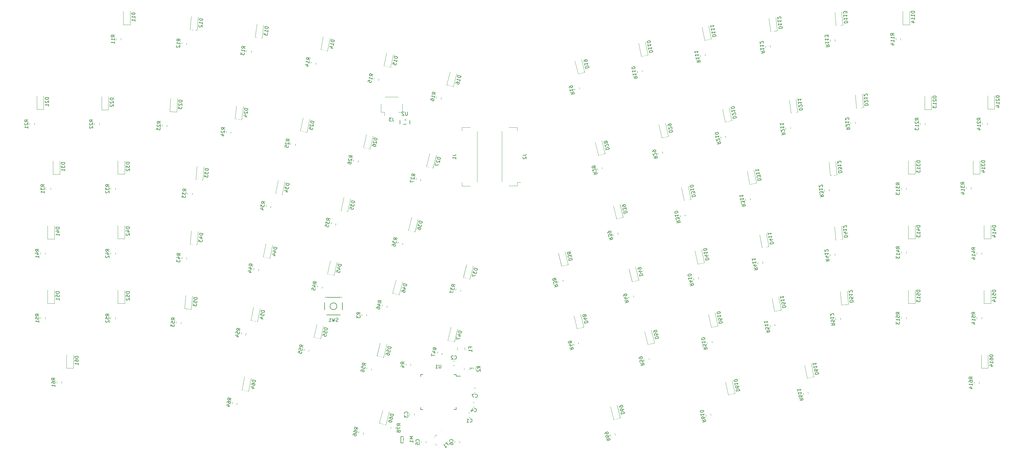
<source format=gbo>
G04 #@! TF.GenerationSoftware,KiCad,Pcbnew,(5.0.2)-1*
G04 #@! TF.CreationDate,2019-04-23T22:47:33-07:00*
G04 #@! TF.ProjectId,AergoPcb,41657267-6f50-4636-922e-6b696361645f,rev?*
G04 #@! TF.SameCoordinates,Original*
G04 #@! TF.FileFunction,Legend,Bot*
G04 #@! TF.FilePolarity,Positive*
%FSLAX46Y46*%
G04 Gerber Fmt 4.6, Leading zero omitted, Abs format (unit mm)*
G04 Created by KiCad (PCBNEW (5.0.2)-1) date 4/23/2019 10:47:33 PM*
%MOMM*%
%LPD*%
G01*
G04 APERTURE LIST*
%ADD10C,0.120000*%
%ADD11C,0.150000*%
%ADD12C,2.650000*%
%ADD13C,4.387800*%
%ADD14C,2.305000*%
%ADD15C,0.100000*%
%ADD16C,2.150000*%
%ADD17C,3.448000*%
%ADD18C,1.187400*%
%ADD19C,1.375000*%
%ADD20R,1.600000X1.300000*%
%ADD21C,1.300000*%
%ADD22R,2.430000X1.540000*%
%ADD23C,1.600000*%
%ADD24C,1.000000*%
%ADD25R,1.300000X1.200000*%
%ADD26R,2.305000X2.305000*%
%ADD27R,2.200000X1.500000*%
%ADD28R,1.900000X0.950000*%
%ADD29R,0.950000X1.900000*%
%ADD30R,1.000000X1.100000*%
%ADD31R,1.400000X1.100000*%
G04 APERTURE END LIST*
D10*
G04 #@! TO.C,C1*
X217340922Y-188924000D02*
X217858078Y-188924000D01*
X217340922Y-187504000D02*
X217858078Y-187504000D01*
G04 #@! TO.C,C2*
X213286078Y-173684000D02*
X212768922Y-173684000D01*
X213286078Y-172264000D02*
X212768922Y-172264000D01*
G04 #@! TO.C,C3*
X200013500Y-187813422D02*
X200013500Y-188330578D01*
X201433500Y-187813422D02*
X201433500Y-188330578D01*
G04 #@! TO.C,C4*
X218610922Y-184456000D02*
X219128078Y-184456000D01*
X218610922Y-185876000D02*
X219128078Y-185876000D01*
G04 #@! TO.C,C5*
X203353600Y-195903322D02*
X203353600Y-196420478D01*
X204773600Y-195903322D02*
X204773600Y-196420478D01*
G04 #@! TO.C,C6*
X213259600Y-195903322D02*
X213259600Y-196420478D01*
X214679600Y-195903322D02*
X214679600Y-196420478D01*
G04 #@! TO.C,C7*
X218894922Y-180265000D02*
X219412078Y-180265000D01*
X218894922Y-181685000D02*
X219412078Y-181685000D01*
G04 #@! TO.C,D11*
X117838250Y-73273250D02*
X115838250Y-73273250D01*
X115838250Y-73273250D02*
X115838250Y-69373250D01*
X117838250Y-73273250D02*
X117838250Y-69373250D01*
G04 #@! TO.C,D12*
X137457586Y-74909880D02*
X137797494Y-71024720D01*
X135465197Y-74735568D02*
X135805104Y-70850408D01*
X137457586Y-74909880D02*
X135465197Y-74735568D01*
G04 #@! TO.C,D13*
X156622042Y-77238152D02*
X154636950Y-76994413D01*
X154636950Y-76994413D02*
X155112240Y-73123484D01*
X156622042Y-77238152D02*
X157097333Y-73367222D01*
G04 #@! TO.C,D14*
X175834648Y-81002415D02*
X176578803Y-77174069D01*
X173871394Y-80620797D02*
X174615549Y-76792451D01*
X175834648Y-81002415D02*
X173871394Y-80620797D01*
G04 #@! TO.C,D15*
X194388137Y-85866659D02*
X195198993Y-82051883D01*
X192431842Y-85450835D02*
X193242698Y-81636060D01*
X194388137Y-85866659D02*
X192431842Y-85450835D01*
G04 #@! TO.C,D16*
X212884563Y-91483449D02*
X210943972Y-90999605D01*
X210943972Y-90999605D02*
X211887467Y-87215452D01*
X212884563Y-91483449D02*
X213828059Y-87699296D01*
G04 #@! TO.C,D19*
X251498162Y-87280581D02*
X249557571Y-87764425D01*
X249557571Y-87764425D02*
X248614075Y-83980272D01*
X251498162Y-87280581D02*
X250554667Y-83496428D01*
G04 #@! TO.C,D21*
X92408250Y-98231250D02*
X90408250Y-98231250D01*
X90408250Y-98231250D02*
X90408250Y-94331250D01*
X92408250Y-98231250D02*
X92408250Y-94331250D01*
G04 #@! TO.C,D22*
X111458250Y-98356250D02*
X111458250Y-94456250D01*
X109458250Y-98356250D02*
X109458250Y-94456250D01*
X111458250Y-98356250D02*
X109458250Y-98356250D01*
G04 #@! TO.C,D23*
X131537016Y-98959004D02*
X129539757Y-98854332D01*
X129539757Y-98854332D02*
X129743867Y-94959677D01*
X131537016Y-98959004D02*
X131741126Y-95064349D01*
G04 #@! TO.C,D24*
X150631742Y-101265252D02*
X151107033Y-97394322D01*
X148646650Y-101021513D02*
X149121940Y-97150584D01*
X150631742Y-101265252D02*
X148646650Y-101021513D01*
G04 #@! TO.C,D25*
X169844048Y-104939715D02*
X170588203Y-101111369D01*
X167880794Y-104558097D02*
X168624949Y-100729751D01*
X169844048Y-104939715D02*
X167880794Y-104558097D01*
G04 #@! TO.C,D26*
X188397337Y-109894059D02*
X186441042Y-109478235D01*
X186441042Y-109478235D02*
X187251898Y-105663460D01*
X188397337Y-109894059D02*
X189208193Y-106079283D01*
G04 #@! TO.C,D27*
X206893663Y-115510649D02*
X207837159Y-111726496D01*
X204953072Y-115026805D02*
X205896567Y-111242652D01*
X206893663Y-115510649D02*
X204953072Y-115026805D01*
G04 #@! TO.C,D28*
X257473742Y-111246938D02*
X256530247Y-107462785D01*
X255533151Y-111730782D02*
X254589655Y-107946629D01*
X257473742Y-111246938D02*
X255533151Y-111730782D01*
G04 #@! TO.C,D29*
X276095301Y-106177637D02*
X274139006Y-106593461D01*
X274139006Y-106593461D02*
X273328150Y-102778685D01*
X276095301Y-106177637D02*
X275284445Y-102362862D01*
G04 #@! TO.C,D31*
X97170750Y-117343750D02*
X95170750Y-117343750D01*
X95170750Y-117343750D02*
X95170750Y-113443750D01*
X97170750Y-117343750D02*
X97170750Y-113443750D01*
G04 #@! TO.C,D32*
X116220750Y-117281250D02*
X116220750Y-113381250D01*
X114220750Y-117281250D02*
X114220750Y-113381250D01*
X116220750Y-117281250D02*
X114220750Y-117281250D01*
G04 #@! TO.C,D33*
X139160586Y-119063280D02*
X137168197Y-118888968D01*
X137168197Y-118888968D02*
X137508104Y-115003809D01*
X139160586Y-119063280D02*
X139500494Y-115178120D01*
G04 #@! TO.C,D34*
X162578948Y-123299215D02*
X163323103Y-119470869D01*
X160615694Y-122917597D02*
X161359849Y-119089251D01*
X162578948Y-123299215D02*
X160615694Y-122917597D01*
G04 #@! TO.C,D35*
X181783837Y-128386159D02*
X179827542Y-127970335D01*
X179827542Y-127970335D02*
X180638398Y-124155560D01*
X181783837Y-128386159D02*
X182594693Y-124571383D01*
G04 #@! TO.C,D36*
X201576063Y-134301849D02*
X199635472Y-133818005D01*
X199635472Y-133818005D02*
X200578967Y-130033852D01*
X201576063Y-134301849D02*
X202519559Y-130517696D01*
G04 #@! TO.C,D37*
X217755862Y-148152449D02*
X218699359Y-144368296D01*
X215815272Y-147668605D02*
X216758767Y-143884452D01*
X217755862Y-148152449D02*
X215815272Y-147668605D01*
G04 #@! TO.C,D38*
X246611542Y-143888738D02*
X245668047Y-140104585D01*
X244670951Y-144372582D02*
X243727455Y-140588429D01*
X246611542Y-143888738D02*
X244670951Y-144372582D01*
G04 #@! TO.C,D39*
X262776222Y-129977494D02*
X260835631Y-130461338D01*
X260835631Y-130461338D02*
X259892135Y-126677185D01*
X262776222Y-129977494D02*
X261832727Y-126193341D01*
G04 #@! TO.C,D41*
X95583200Y-136393750D02*
X93583200Y-136393750D01*
X93583200Y-136393750D02*
X93583200Y-132493750D01*
X95583200Y-136393750D02*
X95583200Y-132493750D01*
G04 #@! TO.C,D42*
X116220750Y-136331250D02*
X114220750Y-136331250D01*
X114220750Y-136331250D02*
X114220750Y-132431250D01*
X116220750Y-136331250D02*
X116220750Y-132431250D01*
G04 #@! TO.C,D43*
X137494839Y-138103043D02*
X137834747Y-134217883D01*
X135502450Y-137928731D02*
X135842357Y-134043572D01*
X137494839Y-138103043D02*
X135502450Y-137928731D01*
G04 #@! TO.C,D44*
X158932123Y-142060566D02*
X156968869Y-141678948D01*
X156968869Y-141678948D02*
X157713024Y-137850602D01*
X158932123Y-142060566D02*
X159676278Y-138232220D01*
G04 #@! TO.C,D45*
X177823137Y-147019859D02*
X178633993Y-143205083D01*
X175866842Y-146604035D02*
X176677698Y-142789260D01*
X177823137Y-147019859D02*
X175866842Y-146604035D01*
G04 #@! TO.C,D46*
X196967463Y-152785949D02*
X195026872Y-152302105D01*
X195026872Y-152302105D02*
X195970367Y-148517952D01*
X196967463Y-152785949D02*
X197910959Y-149001796D01*
G04 #@! TO.C,D47*
X213147263Y-166636549D02*
X214090759Y-162852396D01*
X211206672Y-166152705D02*
X212150167Y-162368552D01*
X213147263Y-166636549D02*
X211206672Y-166152705D01*
G04 #@! TO.C,D48*
X251205022Y-162312194D02*
X249264431Y-162796038D01*
X249264431Y-162796038D02*
X248320935Y-159011885D01*
X251205022Y-162312194D02*
X250261527Y-158528041D01*
G04 #@! TO.C,D49*
X267384822Y-148461594D02*
X265444231Y-148945438D01*
X265444231Y-148945438D02*
X264500735Y-145161285D01*
X267384822Y-148461594D02*
X266441327Y-144677441D01*
G04 #@! TO.C,D51*
X95583200Y-155381250D02*
X95583200Y-151481250D01*
X93583200Y-155381250D02*
X93583200Y-151481250D01*
X95583200Y-155381250D02*
X93583200Y-155381250D01*
G04 #@! TO.C,D52*
X116220750Y-155381250D02*
X114220750Y-155381250D01*
X114220750Y-155381250D02*
X114220750Y-151481250D01*
X116220750Y-155381250D02*
X116220750Y-151481250D01*
G04 #@! TO.C,D53*
X135839987Y-157018281D02*
X136179895Y-153133121D01*
X133847598Y-156843969D02*
X134187505Y-152958810D01*
X135839987Y-157018281D02*
X133847598Y-156843969D01*
G04 #@! TO.C,D54*
X155309148Y-160699215D02*
X153345894Y-160317597D01*
X153345894Y-160317597D02*
X154090049Y-156489251D01*
X155309148Y-160699215D02*
X156053303Y-156870869D01*
G04 #@! TO.C,D55*
X173836448Y-165775827D02*
X174647304Y-161961051D01*
X171880153Y-165360003D02*
X172691009Y-161545228D01*
X173836448Y-165775827D02*
X171880153Y-165360003D01*
G04 #@! TO.C,D56*
X192358863Y-171270049D02*
X190418272Y-170786205D01*
X190418272Y-170786205D02*
X191361767Y-167002052D01*
X192358863Y-171270049D02*
X193302359Y-167485896D01*
G04 #@! TO.C,D59*
X271993422Y-166945694D02*
X270052831Y-167429538D01*
X270052831Y-167429538D02*
X269109335Y-163645385D01*
X271993422Y-166945694D02*
X271049927Y-163161541D01*
G04 #@! TO.C,D61*
X101139500Y-174431250D02*
X101139500Y-170531250D01*
X99139500Y-174431250D02*
X99139500Y-170531250D01*
X101139500Y-174431250D02*
X99139500Y-174431250D01*
G04 #@! TO.C,D64*
X152683748Y-181181679D02*
X153427903Y-177353333D01*
X150720494Y-180800061D02*
X151464649Y-176971715D01*
X152683748Y-181181679D02*
X150720494Y-180800061D01*
G04 #@! TO.C,D66*
X193062960Y-191088713D02*
X194006457Y-187304560D01*
X191122370Y-190604869D02*
X192065865Y-186820716D01*
X193062960Y-191088713D02*
X191122370Y-190604869D01*
G04 #@! TO.C,D69*
X261968767Y-189078343D02*
X261025272Y-185294190D01*
X260028176Y-189562187D02*
X259084680Y-185778034D01*
X261968767Y-189078343D02*
X260028176Y-189562187D01*
G04 #@! TO.C,D110*
X270104701Y-82177737D02*
X269293845Y-78362962D01*
X268148406Y-82593561D02*
X267337550Y-78778785D01*
X270104701Y-82177737D02*
X268148406Y-82593561D01*
G04 #@! TO.C,D111*
X288720187Y-77502104D02*
X286756933Y-77883722D01*
X286756933Y-77883722D02*
X286012778Y-74055376D01*
X288720187Y-77502104D02*
X287976032Y-73673758D01*
G04 #@! TO.C,D112*
X308127670Y-75059837D02*
X307652380Y-71188908D01*
X306142578Y-75303576D02*
X305667287Y-71432646D01*
X308127670Y-75059837D02*
X306142578Y-75303576D01*
G04 #@! TO.C,D113*
X327363190Y-73414633D02*
X325370801Y-73588945D01*
X325370801Y-73588945D02*
X325030893Y-69703785D01*
X327363190Y-73414633D02*
X327023283Y-69529474D01*
G04 #@! TO.C,D114*
X347045000Y-73273250D02*
X347045000Y-69373250D01*
X345045000Y-73273250D02*
X345045000Y-69373250D01*
X347045000Y-73273250D02*
X345045000Y-73273250D01*
G04 #@! TO.C,D210*
X294710787Y-101529004D02*
X293966632Y-97700658D01*
X292747533Y-101910622D02*
X292003378Y-98082276D01*
X294710787Y-101529004D02*
X292747533Y-101910622D01*
G04 #@! TO.C,D211*
X314118270Y-99086837D02*
X312133178Y-99330576D01*
X312133178Y-99330576D02*
X311657887Y-95459646D01*
X314118270Y-99086837D02*
X313642980Y-95215908D01*
G04 #@! TO.C,D212*
X333376143Y-97706971D02*
X333036236Y-93821812D01*
X331383754Y-97881283D02*
X331043846Y-93996123D01*
X333376143Y-97706971D02*
X331383754Y-97881283D01*
G04 #@! TO.C,D213*
X353425000Y-98293750D02*
X351425000Y-98293750D01*
X351425000Y-98293750D02*
X351425000Y-94393750D01*
X353425000Y-98293750D02*
X353425000Y-94393750D01*
G04 #@! TO.C,D214*
X371967000Y-98134000D02*
X371967000Y-94234000D01*
X369967000Y-98134000D02*
X369967000Y-94234000D01*
X371967000Y-98134000D02*
X369967000Y-98134000D01*
G04 #@! TO.C,D310*
X282708801Y-124669737D02*
X281897945Y-120854962D01*
X280752506Y-125085561D02*
X279941650Y-121270785D01*
X282708801Y-124669737D02*
X280752506Y-125085561D01*
G04 #@! TO.C,D311*
X301975887Y-119888504D02*
X300012633Y-120270122D01*
X300012633Y-120270122D02*
X299268478Y-116441776D01*
X301975887Y-119888504D02*
X301231732Y-116060158D01*
G04 #@! TO.C,D312*
X325654643Y-117505371D02*
X323662254Y-117679683D01*
X323662254Y-117679683D02*
X323322346Y-113794523D01*
X325654643Y-117505371D02*
X325314736Y-113620212D01*
G04 #@! TO.C,D313*
X348662500Y-117281250D02*
X348662500Y-113381250D01*
X346662500Y-117281250D02*
X346662500Y-113381250D01*
X348662500Y-117281250D02*
X346662500Y-117281250D01*
G04 #@! TO.C,D314*
X367712500Y-117281250D02*
X367712500Y-113381250D01*
X365712500Y-117281250D02*
X365712500Y-113381250D01*
X367712500Y-117281250D02*
X365712500Y-117281250D01*
G04 #@! TO.C,D410*
X286669501Y-143303437D02*
X285858645Y-139488662D01*
X284713206Y-143719261D02*
X283902350Y-139904485D01*
X286669501Y-143303437D02*
X284713206Y-143719261D01*
G04 #@! TO.C,D411*
X305610787Y-138588504D02*
X303647533Y-138970122D01*
X303647533Y-138970122D02*
X302903378Y-135141776D01*
X305610787Y-138588504D02*
X304866632Y-134760158D01*
G04 #@! TO.C,D412*
X327314943Y-136482871D02*
X326975036Y-132597712D01*
X325322554Y-136657183D02*
X324982646Y-132772023D01*
X327314943Y-136482871D02*
X325322554Y-136657183D01*
G04 #@! TO.C,D413*
X348662500Y-136331250D02*
X346662500Y-136331250D01*
X346662500Y-136331250D02*
X346662500Y-132431250D01*
X348662500Y-136331250D02*
X348662500Y-132431250D01*
G04 #@! TO.C,D414*
X370887550Y-136331250D02*
X370887550Y-132431250D01*
X368887550Y-136331250D02*
X368887550Y-132431250D01*
X370887550Y-136331250D02*
X368887550Y-136331250D01*
G04 #@! TO.C,D510*
X290630201Y-161937137D02*
X289819345Y-158122362D01*
X288673906Y-162352961D02*
X287863050Y-158538185D01*
X290630201Y-161937137D02*
X288673906Y-162352961D01*
G04 #@! TO.C,D511*
X309245687Y-157288504D02*
X307282433Y-157670122D01*
X307282433Y-157670122D02*
X306538278Y-153841776D01*
X309245687Y-157288504D02*
X308501532Y-153460158D01*
G04 #@! TO.C,D512*
X328986138Y-155584895D02*
X326993749Y-155759207D01*
X326993749Y-155759207D02*
X326653841Y-151874047D01*
X328986138Y-155584895D02*
X328646231Y-151699736D01*
G04 #@! TO.C,D513*
X348662500Y-155381250D02*
X348662500Y-151481250D01*
X346662500Y-155381250D02*
X346662500Y-151481250D01*
X348662500Y-155381250D02*
X346662500Y-155381250D01*
G04 #@! TO.C,D514*
X370887500Y-155381250D02*
X368887500Y-155381250D01*
X368887500Y-155381250D02*
X368887500Y-151481250D01*
X370887500Y-155381250D02*
X370887500Y-151481250D01*
G04 #@! TO.C,D610*
X295660386Y-181870367D02*
X293704091Y-182286191D01*
X293704091Y-182286191D02*
X292893235Y-178471415D01*
X295660386Y-181870367D02*
X294849530Y-178055592D01*
G04 #@! TO.C,D611*
X318885101Y-176926537D02*
X316928806Y-177342361D01*
X316928806Y-177342361D02*
X316117950Y-173527585D01*
X318885101Y-176926537D02*
X318074245Y-173111762D01*
G04 #@! TO.C,D614*
X370093750Y-174431250D02*
X368093750Y-174431250D01*
X368093750Y-174431250D02*
X368093750Y-170531250D01*
X370093750Y-174431250D02*
X370093750Y-170531250D01*
G04 #@! TO.C,F1*
X214068000Y-167726000D02*
X214068000Y-169726000D01*
X216208000Y-169726000D02*
X216208000Y-167726000D01*
G04 #@! TO.C,J1*
X219855000Y-104726400D02*
X219855000Y-119606400D01*
X215385000Y-120776400D02*
X215385000Y-119726400D01*
X217885000Y-120776400D02*
X215385000Y-120776400D01*
X215385000Y-104606400D02*
X214395000Y-104606400D01*
X215385000Y-103556400D02*
X215385000Y-104606400D01*
X217885000Y-103556400D02*
X215385000Y-103556400D01*
G04 #@! TO.C,J2*
X229155000Y-120725600D02*
X231655000Y-120725600D01*
X231655000Y-120725600D02*
X231655000Y-119675600D01*
X231655000Y-119675600D02*
X232645000Y-119675600D01*
X229155000Y-103505600D02*
X231655000Y-103505600D01*
X231655000Y-103505600D02*
X231655000Y-104555600D01*
X227185000Y-119555600D02*
X227185000Y-104675600D01*
G04 #@! TO.C,J3*
X191606399Y-96567000D02*
X191606400Y-99067000D01*
X191606400Y-99067000D02*
X192656400Y-99067000D01*
X192656400Y-99067000D02*
X192656401Y-100057000D01*
X197826400Y-96567000D02*
X197826400Y-99067000D01*
X197826400Y-99067000D02*
X196776400Y-99067000D01*
X192776400Y-94596999D02*
X196656400Y-94597000D01*
D11*
G04 #@! TO.C,M1*
X198161400Y-194553800D02*
X198161400Y-196433400D01*
X198161400Y-196433400D02*
X197475600Y-196433400D01*
X197475600Y-196433400D02*
X197475600Y-194528400D01*
X197475600Y-194528400D02*
X198161400Y-194528400D01*
D10*
G04 #@! TO.C,R1*
X216053600Y-174881278D02*
X216053600Y-174364122D01*
X217473600Y-174881278D02*
X217473600Y-174364122D01*
G04 #@! TO.C,R2*
X217958600Y-174855878D02*
X217958600Y-174338722D01*
X219378600Y-174855878D02*
X219378600Y-174338722D01*
G04 #@! TO.C,R3*
X187374600Y-158519122D02*
X187374600Y-159036278D01*
X185954600Y-158519122D02*
X185954600Y-159036278D01*
G04 #@! TO.C,R4*
X198934000Y-173144922D02*
X198934000Y-173662078D01*
X200354000Y-173144922D02*
X200354000Y-173662078D01*
G04 #@! TO.C,R11*
X113747000Y-77320922D02*
X113747000Y-77838078D01*
X115167000Y-77320922D02*
X115167000Y-77838078D01*
G04 #@! TO.C,R12*
X134443724Y-78709335D02*
X134398651Y-79224523D01*
X133029127Y-78585573D02*
X132984054Y-79100761D01*
G04 #@! TO.C,R13*
X152068001Y-80757055D02*
X152004976Y-81270356D01*
X153477416Y-80930110D02*
X153414391Y-81443411D01*
G04 #@! TO.C,R14*
X172440144Y-84466021D02*
X172341466Y-84973676D01*
X171046234Y-84195072D02*
X170947556Y-84702727D01*
G04 #@! TO.C,R15*
X189544733Y-88975260D02*
X189437210Y-89481115D01*
X190933702Y-89270495D02*
X190826179Y-89776350D01*
G04 #@! TO.C,R16*
X209313441Y-94764653D02*
X209188329Y-95266448D01*
X207935621Y-94421124D02*
X207810509Y-94922919D01*
G04 #@! TO.C,R19*
X249855240Y-91732967D02*
X249980352Y-92234762D01*
X248477420Y-92076496D02*
X248602532Y-92578291D01*
G04 #@! TO.C,R21*
X89737000Y-102278922D02*
X89737000Y-102796078D01*
X88317000Y-102278922D02*
X88317000Y-102796078D01*
G04 #@! TO.C,R22*
X107367000Y-102278922D02*
X107367000Y-102796078D01*
X108787000Y-102278922D02*
X108787000Y-102796078D01*
G04 #@! TO.C,R23*
X128657589Y-102861327D02*
X128630523Y-103377774D01*
X127239535Y-102787010D02*
X127212469Y-103303457D01*
G04 #@! TO.C,R24*
X146095219Y-104641477D02*
X146032194Y-105154778D01*
X147504634Y-104814532D02*
X147441609Y-105327833D01*
G04 #@! TO.C,R25*
X166449544Y-108403321D02*
X166350866Y-108910976D01*
X165055634Y-108132372D02*
X164956956Y-108640027D01*
G04 #@! TO.C,R26*
X183553933Y-113002660D02*
X183446410Y-113508515D01*
X184942902Y-113297895D02*
X184835379Y-113803750D01*
G04 #@! TO.C,R27*
X203322541Y-118791853D02*
X203197429Y-119293648D01*
X201944721Y-118448324D02*
X201819609Y-118950119D01*
G04 #@! TO.C,R28*
X256546560Y-115288982D02*
X256671672Y-115790777D01*
X255168740Y-115632511D02*
X255293852Y-116134306D01*
G04 #@! TO.C,R29*
X272935013Y-110987477D02*
X273042536Y-111493332D01*
X274323982Y-110692242D02*
X274431505Y-111198097D01*
G04 #@! TO.C,R31*
X93079500Y-121328922D02*
X93079500Y-121846078D01*
X94499500Y-121328922D02*
X94499500Y-121846078D01*
G04 #@! TO.C,R32*
X113549500Y-121328922D02*
X113549500Y-121846078D01*
X112129500Y-121328922D02*
X112129500Y-121846078D01*
G04 #@! TO.C,R33*
X134732127Y-122738973D02*
X134687054Y-123254161D01*
X136146724Y-122862735D02*
X136101651Y-123377923D01*
G04 #@! TO.C,R34*
X157790534Y-126491872D02*
X157691856Y-126999527D01*
X159184444Y-126762821D02*
X159085766Y-127270476D01*
G04 #@! TO.C,R35*
X178329402Y-131789995D02*
X178221879Y-132295850D01*
X176940433Y-131494760D02*
X176832910Y-132000615D01*
G04 #@! TO.C,R36*
X196627121Y-137239524D02*
X196502009Y-137741319D01*
X198004941Y-137583053D02*
X197879829Y-138084848D01*
G04 #@! TO.C,R37*
X215024466Y-151346719D02*
X214899354Y-151848514D01*
X213646646Y-151003190D02*
X213521534Y-151504985D01*
G04 #@! TO.C,R38*
X243605920Y-148745296D02*
X243731032Y-149247091D01*
X244983740Y-148401767D02*
X245108852Y-148903562D01*
G04 #@! TO.C,R39*
X261163540Y-134551167D02*
X261288652Y-135052962D01*
X259785720Y-134894696D02*
X259910832Y-135396491D01*
G04 #@! TO.C,R41*
X91491950Y-140378922D02*
X91491950Y-140896078D01*
X92911950Y-140378922D02*
X92911950Y-140896078D01*
G04 #@! TO.C,R42*
X113549500Y-140378922D02*
X113549500Y-140896078D01*
X112129500Y-140378922D02*
X112129500Y-140896078D01*
G04 #@! TO.C,R43*
X133071827Y-141716473D02*
X133026754Y-142231661D01*
X134486424Y-141840235D02*
X134441351Y-142355423D01*
G04 #@! TO.C,R44*
X155604402Y-145180603D02*
X155505724Y-145688258D01*
X154210492Y-144909654D02*
X154111814Y-145417309D01*
G04 #@! TO.C,R45*
X172979733Y-150128460D02*
X172872210Y-150634315D01*
X174368702Y-150423695D02*
X174261179Y-150929550D01*
G04 #@! TO.C,R46*
X193396341Y-156067153D02*
X193271229Y-156568948D01*
X192018521Y-155723624D02*
X191893409Y-156225419D01*
G04 #@! TO.C,R47*
X208198321Y-169574224D02*
X208073209Y-170076019D01*
X209576141Y-169917753D02*
X209451029Y-170419548D01*
G04 #@! TO.C,R48*
X248214520Y-167229396D02*
X248339632Y-167731191D01*
X249592340Y-166885867D02*
X249717452Y-167387662D01*
G04 #@! TO.C,R49*
X265772140Y-153035267D02*
X265897252Y-153537062D01*
X264394320Y-153378796D02*
X264519432Y-153880591D01*
G04 #@! TO.C,R51*
X91491950Y-159428922D02*
X91491950Y-159946078D01*
X92911950Y-159428922D02*
X92911950Y-159946078D01*
G04 #@! TO.C,R52*
X113549500Y-159428922D02*
X113549500Y-159946078D01*
X112129500Y-159428922D02*
X112129500Y-159946078D01*
G04 #@! TO.C,R53*
X131411527Y-160693973D02*
X131366454Y-161209161D01*
X132826124Y-160817735D02*
X132781051Y-161332923D01*
G04 #@! TO.C,R54*
X151914644Y-164162821D02*
X151815966Y-164670476D01*
X150520734Y-163891872D02*
X150422056Y-164399527D01*
G04 #@! TO.C,R55*
X169019033Y-168762160D02*
X168911510Y-169268015D01*
X170408002Y-169057395D02*
X170300479Y-169563250D01*
G04 #@! TO.C,R56*
X188787741Y-174551253D02*
X188662629Y-175053048D01*
X187409921Y-174207724D02*
X187284809Y-174709519D01*
G04 #@! TO.C,R59*
X270380740Y-171519367D02*
X270505852Y-172021162D01*
X269002920Y-171862896D02*
X269128032Y-172364691D01*
G04 #@! TO.C,R61*
X97674500Y-178335172D02*
X97674500Y-178852328D01*
X96254500Y-178335172D02*
X96254500Y-178852328D01*
G04 #@! TO.C,R64*
X147895334Y-184374336D02*
X147796656Y-184881991D01*
X149289244Y-184645285D02*
X149190566Y-185152940D01*
G04 #@! TO.C,R66*
X186474468Y-193397415D02*
X186349356Y-193899210D01*
X185096648Y-193053886D02*
X184971536Y-193555681D01*
G04 #@! TO.C,R69*
X258978264Y-193995545D02*
X259103376Y-194497340D01*
X260356084Y-193652016D02*
X260481196Y-194153811D01*
G04 #@! TO.C,R78*
X195909000Y-192254878D02*
X195909000Y-191737722D01*
X194489000Y-192254878D02*
X194489000Y-191737722D01*
G04 #@! TO.C,R110*
X266944413Y-86987577D02*
X267051936Y-87493432D01*
X268333382Y-86692342D02*
X268440905Y-87198197D01*
G04 #@! TO.C,R111*
X286870348Y-81985107D02*
X286969026Y-82492762D01*
X285476438Y-82256056D02*
X285575116Y-82763711D01*
G04 #@! TO.C,R112*
X304560204Y-79575937D02*
X304623229Y-80089238D01*
X305969619Y-79402882D02*
X306032644Y-79916183D01*
G04 #@! TO.C,R113*
X323634839Y-77741217D02*
X323679912Y-78256405D01*
X325049436Y-77617455D02*
X325094509Y-78132643D01*
G04 #@! TO.C,R114*
X344373750Y-77320922D02*
X344373750Y-77838078D01*
X342953750Y-77320922D02*
X342953750Y-77838078D01*
G04 #@! TO.C,R210*
X292860948Y-106012007D02*
X292959626Y-106519662D01*
X291467038Y-106282956D02*
X291565716Y-106790611D01*
G04 #@! TO.C,R211*
X310550804Y-103602937D02*
X310613829Y-104116238D01*
X311960219Y-103429882D02*
X312023244Y-103943183D01*
G04 #@! TO.C,R212*
X331067836Y-101972055D02*
X331112909Y-102487243D01*
X329653239Y-102095817D02*
X329698312Y-102611005D01*
G04 #@! TO.C,R213*
X350127500Y-102278922D02*
X350127500Y-102796078D01*
X351547500Y-102278922D02*
X351547500Y-102796078D01*
G04 #@! TO.C,R214*
X368383750Y-102278922D02*
X368383750Y-102796078D01*
X369803750Y-102278922D02*
X369803750Y-102796078D01*
G04 #@! TO.C,R310*
X279548513Y-129479577D02*
X279656036Y-129985432D01*
X280937482Y-129184342D02*
X281045005Y-129690197D01*
G04 #@! TO.C,R311*
X300126048Y-124371507D02*
X300224726Y-124879162D01*
X298732138Y-124642456D02*
X298830816Y-125150111D01*
G04 #@! TO.C,R312*
X321931739Y-121894217D02*
X321976812Y-122409405D01*
X323346336Y-121770455D02*
X323391409Y-122285643D01*
G04 #@! TO.C,R313*
X344571250Y-121328922D02*
X344571250Y-121846078D01*
X345991250Y-121328922D02*
X345991250Y-121846078D01*
G04 #@! TO.C,R314*
X363621250Y-121185172D02*
X363621250Y-121702328D01*
X365041250Y-121185172D02*
X365041250Y-121702328D01*
G04 #@! TO.C,R410*
X283479326Y-147972668D02*
X283586849Y-148478523D01*
X284868295Y-147677433D02*
X284975818Y-148183288D01*
G04 #@! TO.C,R411*
X303760948Y-143071507D02*
X303859626Y-143579162D01*
X302367038Y-143342456D02*
X302465716Y-143850111D01*
G04 #@! TO.C,R412*
X325006636Y-140747955D02*
X325051709Y-141263143D01*
X323592039Y-140871717D02*
X323637112Y-141386905D01*
G04 #@! TO.C,R413*
X344571250Y-140091422D02*
X344571250Y-140608578D01*
X345991250Y-140091422D02*
X345991250Y-140608578D01*
G04 #@! TO.C,R414*
X368216300Y-140378922D02*
X368216300Y-140896078D01*
X366796300Y-140378922D02*
X366796300Y-140896078D01*
G04 #@! TO.C,R510*
X288858882Y-166451742D02*
X288966405Y-166957597D01*
X287469913Y-166746977D02*
X287577436Y-167252832D01*
G04 #@! TO.C,R511*
X307340990Y-161489289D02*
X307439668Y-161996944D01*
X305947080Y-161760238D02*
X306045758Y-162267893D01*
G04 #@! TO.C,R512*
X325239811Y-159706014D02*
X325284884Y-160221202D01*
X326654408Y-159582252D02*
X326699481Y-160097440D01*
G04 #@! TO.C,R513*
X345991250Y-159428922D02*
X345991250Y-159946078D01*
X344571250Y-159428922D02*
X344571250Y-159946078D01*
G04 #@! TO.C,R514*
X366796250Y-159428922D02*
X366796250Y-159946078D01*
X368216250Y-159428922D02*
X368216250Y-159946078D01*
G04 #@! TO.C,R610*
X288481806Y-187810842D02*
X288589329Y-188316697D01*
X287092837Y-188106077D02*
X287200360Y-188611932D01*
G04 #@! TO.C,R611*
X315724813Y-181736377D02*
X315832336Y-182242232D01*
X317113782Y-181441142D02*
X317221305Y-181946997D01*
G04 #@! TO.C,R614*
X367422500Y-178478922D02*
X367422500Y-178996078D01*
X366002500Y-178478922D02*
X366002500Y-178996078D01*
D11*
G04 #@! TO.C,SW1*
X178622200Y-156184600D02*
G75*
G03X178622200Y-156184600I-1000000J0D01*
G01*
X180222200Y-158784600D02*
X180222200Y-153584600D01*
X175022200Y-158784600D02*
X180222200Y-158784600D01*
X175022200Y-153584600D02*
X175022200Y-158784600D01*
X180222200Y-153584600D02*
X175022200Y-153584600D01*
G04 #@! TO.C,U1*
X213658200Y-176231800D02*
X213658200Y-176806800D01*
X203308200Y-176231800D02*
X203308200Y-176906800D01*
X203308200Y-186581800D02*
X203308200Y-185906800D01*
X213658200Y-186581800D02*
X213658200Y-185906800D01*
X213658200Y-176231800D02*
X212983200Y-176231800D01*
X213658200Y-186581800D02*
X212983200Y-186581800D01*
X203308200Y-186581800D02*
X203983200Y-186581800D01*
X203308200Y-176231800D02*
X203983200Y-176231800D01*
X213658200Y-176806800D02*
X214933200Y-176806800D01*
D10*
G04 #@! TO.C,Y1*
X208750971Y-197882563D02*
X206417518Y-195549110D01*
X206417518Y-195549110D02*
X209245945Y-192720683D01*
D11*
G04 #@! TO.C,U2*
X200055100Y-101347000D02*
X200055100Y-102647000D01*
X197155100Y-101347000D02*
X200055100Y-101347000D01*
X197155100Y-102647000D02*
X197155100Y-101347000D01*
X197155100Y-102647000D02*
X200055100Y-102647000D01*
G04 #@! TO.C,C1*
X217766166Y-190221142D02*
X217813785Y-190268761D01*
X217956642Y-190316380D01*
X218051880Y-190316380D01*
X218194738Y-190268761D01*
X218289976Y-190173523D01*
X218337595Y-190078285D01*
X218385214Y-189887809D01*
X218385214Y-189744952D01*
X218337595Y-189554476D01*
X218289976Y-189459238D01*
X218194738Y-189364000D01*
X218051880Y-189316380D01*
X217956642Y-189316380D01*
X217813785Y-189364000D01*
X217766166Y-189411619D01*
X216813785Y-190316380D02*
X217385214Y-190316380D01*
X217099500Y-190316380D02*
X217099500Y-189316380D01*
X217194738Y-189459238D01*
X217289976Y-189554476D01*
X217385214Y-189602095D01*
G04 #@! TO.C,C2*
X213194166Y-171681142D02*
X213241785Y-171728761D01*
X213384642Y-171776380D01*
X213479880Y-171776380D01*
X213622738Y-171728761D01*
X213717976Y-171633523D01*
X213765595Y-171538285D01*
X213813214Y-171347809D01*
X213813214Y-171204952D01*
X213765595Y-171014476D01*
X213717976Y-170919238D01*
X213622738Y-170824000D01*
X213479880Y-170776380D01*
X213384642Y-170776380D01*
X213241785Y-170824000D01*
X213194166Y-170871619D01*
X212813214Y-170871619D02*
X212765595Y-170824000D01*
X212670357Y-170776380D01*
X212432261Y-170776380D01*
X212337023Y-170824000D01*
X212289404Y-170871619D01*
X212241785Y-170966857D01*
X212241785Y-171062095D01*
X212289404Y-171204952D01*
X212860833Y-171776380D01*
X212241785Y-171776380D01*
G04 #@! TO.C,C3*
X199430642Y-187905333D02*
X199478261Y-187857714D01*
X199525880Y-187714857D01*
X199525880Y-187619619D01*
X199478261Y-187476761D01*
X199383023Y-187381523D01*
X199287785Y-187333904D01*
X199097309Y-187286285D01*
X198954452Y-187286285D01*
X198763976Y-187333904D01*
X198668738Y-187381523D01*
X198573500Y-187476761D01*
X198525880Y-187619619D01*
X198525880Y-187714857D01*
X198573500Y-187857714D01*
X198621119Y-187905333D01*
X198525880Y-188238666D02*
X198525880Y-188857714D01*
X198906833Y-188524380D01*
X198906833Y-188667238D01*
X198954452Y-188762476D01*
X199002071Y-188810095D01*
X199097309Y-188857714D01*
X199335404Y-188857714D01*
X199430642Y-188810095D01*
X199478261Y-188762476D01*
X199525880Y-188667238D01*
X199525880Y-188381523D01*
X199478261Y-188286285D01*
X199430642Y-188238666D01*
G04 #@! TO.C,C4*
X219036166Y-187173142D02*
X219083785Y-187220761D01*
X219226642Y-187268380D01*
X219321880Y-187268380D01*
X219464738Y-187220761D01*
X219559976Y-187125523D01*
X219607595Y-187030285D01*
X219655214Y-186839809D01*
X219655214Y-186696952D01*
X219607595Y-186506476D01*
X219559976Y-186411238D01*
X219464738Y-186316000D01*
X219321880Y-186268380D01*
X219226642Y-186268380D01*
X219083785Y-186316000D01*
X219036166Y-186363619D01*
X218179023Y-186601714D02*
X218179023Y-187268380D01*
X218417119Y-186220761D02*
X218655214Y-186935047D01*
X218036166Y-186935047D01*
G04 #@! TO.C,C5*
X202770742Y-195995233D02*
X202818361Y-195947614D01*
X202865980Y-195804757D01*
X202865980Y-195709519D01*
X202818361Y-195566661D01*
X202723123Y-195471423D01*
X202627885Y-195423804D01*
X202437409Y-195376185D01*
X202294552Y-195376185D01*
X202104076Y-195423804D01*
X202008838Y-195471423D01*
X201913600Y-195566661D01*
X201865980Y-195709519D01*
X201865980Y-195804757D01*
X201913600Y-195947614D01*
X201961219Y-195995233D01*
X201865980Y-196899995D02*
X201865980Y-196423804D01*
X202342171Y-196376185D01*
X202294552Y-196423804D01*
X202246933Y-196519042D01*
X202246933Y-196757138D01*
X202294552Y-196852376D01*
X202342171Y-196899995D01*
X202437409Y-196947614D01*
X202675504Y-196947614D01*
X202770742Y-196899995D01*
X202818361Y-196852376D01*
X202865980Y-196757138D01*
X202865980Y-196519042D01*
X202818361Y-196423804D01*
X202770742Y-196376185D01*
G04 #@! TO.C,C6*
X212676742Y-195995233D02*
X212724361Y-195947614D01*
X212771980Y-195804757D01*
X212771980Y-195709519D01*
X212724361Y-195566661D01*
X212629123Y-195471423D01*
X212533885Y-195423804D01*
X212343409Y-195376185D01*
X212200552Y-195376185D01*
X212010076Y-195423804D01*
X211914838Y-195471423D01*
X211819600Y-195566661D01*
X211771980Y-195709519D01*
X211771980Y-195804757D01*
X211819600Y-195947614D01*
X211867219Y-195995233D01*
X211771980Y-196852376D02*
X211771980Y-196661900D01*
X211819600Y-196566661D01*
X211867219Y-196519042D01*
X212010076Y-196423804D01*
X212200552Y-196376185D01*
X212581504Y-196376185D01*
X212676742Y-196423804D01*
X212724361Y-196471423D01*
X212771980Y-196566661D01*
X212771980Y-196757138D01*
X212724361Y-196852376D01*
X212676742Y-196899995D01*
X212581504Y-196947614D01*
X212343409Y-196947614D01*
X212248171Y-196899995D01*
X212200552Y-196852376D01*
X212152933Y-196757138D01*
X212152933Y-196566661D01*
X212200552Y-196471423D01*
X212248171Y-196423804D01*
X212343409Y-196376185D01*
G04 #@! TO.C,C7*
X219320166Y-182982142D02*
X219367785Y-183029761D01*
X219510642Y-183077380D01*
X219605880Y-183077380D01*
X219748738Y-183029761D01*
X219843976Y-182934523D01*
X219891595Y-182839285D01*
X219939214Y-182648809D01*
X219939214Y-182505952D01*
X219891595Y-182315476D01*
X219843976Y-182220238D01*
X219748738Y-182125000D01*
X219605880Y-182077380D01*
X219510642Y-182077380D01*
X219367785Y-182125000D01*
X219320166Y-182172619D01*
X218986833Y-182077380D02*
X218320166Y-182077380D01*
X218748738Y-183077380D01*
G04 #@! TO.C,D11*
X119290630Y-69808964D02*
X118290630Y-69808964D01*
X118290630Y-70047059D01*
X118338250Y-70189916D01*
X118433488Y-70285154D01*
X118528726Y-70332773D01*
X118719202Y-70380392D01*
X118862059Y-70380392D01*
X119052535Y-70332773D01*
X119147773Y-70285154D01*
X119243011Y-70189916D01*
X119290630Y-70047059D01*
X119290630Y-69808964D01*
X119290630Y-71332773D02*
X119290630Y-70761345D01*
X119290630Y-71047059D02*
X118290630Y-71047059D01*
X118433488Y-70951821D01*
X118528726Y-70856583D01*
X118576345Y-70761345D01*
X119290630Y-72285154D02*
X119290630Y-71713726D01*
X119290630Y-71999440D02*
X118290630Y-71999440D01*
X118433488Y-71904202D01*
X118528726Y-71808964D01*
X118576345Y-71713726D01*
G04 #@! TO.C,D12*
X139206372Y-71585359D02*
X138210177Y-71498203D01*
X138189426Y-71735393D01*
X138224413Y-71881856D01*
X138310988Y-71985033D01*
X138401713Y-72040771D01*
X138587315Y-72104810D01*
X138729628Y-72117261D01*
X138923530Y-72086424D01*
X139022556Y-72047287D01*
X139125732Y-71960712D01*
X139185621Y-71822548D01*
X139206372Y-71585359D01*
X139073563Y-73103370D02*
X139123367Y-72534116D01*
X139098465Y-72818743D02*
X138102270Y-72731587D01*
X138252884Y-72649162D01*
X138356060Y-72562587D01*
X138411799Y-72471862D01*
X138139042Y-73404018D02*
X138087454Y-73447305D01*
X138031716Y-73538031D01*
X138010964Y-73775220D01*
X138050101Y-73874246D01*
X138093389Y-73925834D01*
X138184114Y-73981572D01*
X138278990Y-73989873D01*
X138425454Y-73954886D01*
X139044511Y-73435435D01*
X138990558Y-74052127D01*
G04 #@! TO.C,D13*
X158485787Y-73976689D02*
X157493241Y-73854820D01*
X157464224Y-74091140D01*
X157494078Y-74238736D01*
X157577000Y-74344871D01*
X157665725Y-74403742D01*
X157848978Y-74474219D01*
X157990770Y-74491629D01*
X158185630Y-74467578D01*
X158285961Y-74431920D01*
X158392096Y-74348999D01*
X158456770Y-74213010D01*
X158485787Y-73976689D01*
X158300081Y-75489141D02*
X158369721Y-74921971D01*
X158334901Y-75205556D02*
X157342355Y-75083687D01*
X157495754Y-75006568D01*
X157601888Y-74923647D01*
X157660759Y-74834922D01*
X157266912Y-75698120D02*
X157191469Y-76312553D01*
X157610205Y-76028131D01*
X157592795Y-76169923D01*
X157628452Y-76270255D01*
X157669913Y-76323322D01*
X157758638Y-76382193D01*
X157994959Y-76411209D01*
X158095290Y-76375552D01*
X158148357Y-76334091D01*
X158207228Y-76245366D01*
X158242048Y-75961782D01*
X158206390Y-75861450D01*
X158164930Y-75808383D01*
G04 #@! TO.C,D14*
X177921361Y-77878905D02*
X176939733Y-77688096D01*
X176894303Y-77921817D01*
X176913788Y-78071135D01*
X176989104Y-78182796D01*
X177073507Y-78247712D01*
X177251397Y-78330801D01*
X177391630Y-78358060D01*
X177587692Y-78347660D01*
X177690267Y-78319088D01*
X177801927Y-78243772D01*
X177875930Y-78112626D01*
X177921361Y-77878905D01*
X177630604Y-79374718D02*
X177739638Y-78813788D01*
X177685121Y-79094253D02*
X176703494Y-78903444D01*
X176861898Y-78837214D01*
X176973559Y-78761898D01*
X177038475Y-78677496D01*
X176812635Y-80088907D02*
X177467053Y-80216113D01*
X176484113Y-79782497D02*
X177230706Y-79685068D01*
X177112586Y-80292742D01*
G04 #@! TO.C,D15*
X196529045Y-82780042D02*
X195550897Y-82572130D01*
X195501395Y-82805023D01*
X195518271Y-82954659D01*
X195591627Y-83067617D01*
X195674884Y-83133996D01*
X195851297Y-83220177D01*
X195991032Y-83249879D01*
X196187247Y-83242902D01*
X196290304Y-83216125D01*
X196403262Y-83142769D01*
X196479542Y-83012934D01*
X196529045Y-82780042D01*
X196212227Y-84270553D02*
X196331034Y-83711611D01*
X196271631Y-83991082D02*
X195293483Y-83783170D01*
X195453019Y-83719715D01*
X195565977Y-83646359D01*
X195632357Y-83563103D01*
X195045969Y-84947632D02*
X195144975Y-84481847D01*
X195620660Y-84534274D01*
X195564181Y-84570952D01*
X195497801Y-84654209D01*
X195448298Y-84887101D01*
X195475076Y-84990158D01*
X195511754Y-85046637D01*
X195595010Y-85113017D01*
X195827902Y-85162520D01*
X195930960Y-85135742D01*
X195987439Y-85099064D01*
X196053818Y-85015808D01*
X196103321Y-84782916D01*
X196076544Y-84679858D01*
X196039866Y-84623379D01*
G04 #@! TO.C,D16*
X215131888Y-88473430D02*
X214161592Y-88231508D01*
X214103992Y-88462531D01*
X214115636Y-88612665D01*
X214185005Y-88728114D01*
X214265894Y-88797359D01*
X214439192Y-88889644D01*
X214577806Y-88924204D01*
X214774144Y-88924080D01*
X214878074Y-88900915D01*
X214993523Y-88831546D01*
X215074288Y-88704453D01*
X215131888Y-88473430D01*
X214763245Y-89951976D02*
X214901486Y-89397521D01*
X214832366Y-89674749D02*
X213862070Y-89432827D01*
X214023724Y-89374978D01*
X214139173Y-89305609D01*
X214208418Y-89224720D01*
X213585588Y-90541736D02*
X213631668Y-90356918D01*
X213700913Y-90276029D01*
X213758638Y-90241344D01*
X213920291Y-90183496D01*
X214116630Y-90183371D01*
X214486266Y-90275532D01*
X214567155Y-90344777D01*
X214601840Y-90402501D01*
X214625004Y-90506431D01*
X214578924Y-90691249D01*
X214509679Y-90772138D01*
X214451954Y-90806822D01*
X214348025Y-90829987D01*
X214117002Y-90772386D01*
X214036113Y-90703142D01*
X214001429Y-90645417D01*
X213978265Y-90541488D01*
X214024345Y-90356670D01*
X214093590Y-90275780D01*
X214151314Y-90241096D01*
X214255243Y-90217932D01*
G04 #@! TO.C,D19*
X251778951Y-86143151D02*
X252749247Y-85901229D01*
X252691647Y-85670206D01*
X252610882Y-85543112D01*
X252495433Y-85473743D01*
X252391503Y-85450579D01*
X252195165Y-85450455D01*
X252056551Y-85485015D01*
X251883253Y-85577300D01*
X251802364Y-85646545D01*
X251732995Y-85761994D01*
X251721351Y-85912128D01*
X251778951Y-86143151D01*
X251410309Y-84664605D02*
X251548550Y-85219059D01*
X251479429Y-84941832D02*
X252449725Y-84699910D01*
X252334151Y-84826880D01*
X252264782Y-84942329D01*
X252241618Y-85046258D01*
X251295108Y-84202559D02*
X251249027Y-84017741D01*
X251272192Y-83913812D01*
X251306876Y-83856087D01*
X251422450Y-83729118D01*
X251595748Y-83636833D01*
X251965384Y-83544672D01*
X252069314Y-83567836D01*
X252127038Y-83602521D01*
X252196283Y-83683410D01*
X252242363Y-83868228D01*
X252219199Y-83972157D01*
X252184514Y-84029882D01*
X252103625Y-84099127D01*
X251872603Y-84156727D01*
X251768673Y-84133563D01*
X251710949Y-84098878D01*
X251641704Y-84017989D01*
X251595624Y-83833171D01*
X251618788Y-83729242D01*
X251653472Y-83671517D01*
X251734362Y-83602272D01*
G04 #@! TO.C,D21*
X93860630Y-94766964D02*
X92860630Y-94766964D01*
X92860630Y-95005059D01*
X92908250Y-95147916D01*
X93003488Y-95243154D01*
X93098726Y-95290773D01*
X93289202Y-95338392D01*
X93432059Y-95338392D01*
X93622535Y-95290773D01*
X93717773Y-95243154D01*
X93813011Y-95147916D01*
X93860630Y-95005059D01*
X93860630Y-94766964D01*
X92955869Y-95719345D02*
X92908250Y-95766964D01*
X92860630Y-95862202D01*
X92860630Y-96100297D01*
X92908250Y-96195535D01*
X92955869Y-96243154D01*
X93051107Y-96290773D01*
X93146345Y-96290773D01*
X93289202Y-96243154D01*
X93860630Y-95671726D01*
X93860630Y-96290773D01*
X93860630Y-97243154D02*
X93860630Y-96671726D01*
X93860630Y-96957440D02*
X92860630Y-96957440D01*
X93003488Y-96862202D01*
X93098726Y-96766964D01*
X93146345Y-96671726D01*
G04 #@! TO.C,D22*
X112910630Y-94891964D02*
X111910630Y-94891964D01*
X111910630Y-95130059D01*
X111958250Y-95272916D01*
X112053488Y-95368154D01*
X112148726Y-95415773D01*
X112339202Y-95463392D01*
X112482059Y-95463392D01*
X112672535Y-95415773D01*
X112767773Y-95368154D01*
X112863011Y-95272916D01*
X112910630Y-95130059D01*
X112910630Y-94891964D01*
X112005869Y-95844345D02*
X111958250Y-95891964D01*
X111910630Y-95987202D01*
X111910630Y-96225297D01*
X111958250Y-96320535D01*
X112005869Y-96368154D01*
X112101107Y-96415773D01*
X112196345Y-96415773D01*
X112339202Y-96368154D01*
X112910630Y-95796726D01*
X112910630Y-96415773D01*
X112005869Y-96796726D02*
X111958250Y-96844345D01*
X111910630Y-96939583D01*
X111910630Y-97177678D01*
X111958250Y-97272916D01*
X112005869Y-97320535D01*
X112101107Y-97368154D01*
X112196345Y-97368154D01*
X112339202Y-97320535D01*
X112910630Y-96749107D01*
X112910630Y-97368154D01*
G04 #@! TO.C,D23*
X133168712Y-95575478D02*
X132170083Y-95523142D01*
X132157622Y-95760911D01*
X132197699Y-95906064D01*
X132287822Y-96006156D01*
X132380438Y-96058694D01*
X132568161Y-96116217D01*
X132710822Y-96123693D01*
X132903529Y-96086108D01*
X133001129Y-96043539D01*
X133101221Y-95953416D01*
X133156251Y-95813247D01*
X133168712Y-95575478D01*
X132215347Y-96479202D02*
X132165301Y-96524263D01*
X132112762Y-96616879D01*
X132100301Y-96854648D01*
X132142871Y-96952248D01*
X132187932Y-97002294D01*
X132280548Y-97054832D01*
X132375655Y-97059816D01*
X132520809Y-97019739D01*
X133121361Y-96479000D01*
X133088962Y-97097199D01*
X132072887Y-97377739D02*
X132040489Y-97995939D01*
X132438365Y-97683000D01*
X132430888Y-97825661D01*
X132473457Y-97923261D01*
X132518519Y-97973307D01*
X132611134Y-98025845D01*
X132848903Y-98038306D01*
X132946503Y-97995736D01*
X132996549Y-97950675D01*
X133049087Y-97858060D01*
X133064040Y-97572737D01*
X133021471Y-97475137D01*
X132976409Y-97425091D01*
G04 #@! TO.C,D24*
X152495487Y-98003789D02*
X151502941Y-97881920D01*
X151473924Y-98118240D01*
X151503778Y-98265836D01*
X151586700Y-98371971D01*
X151675425Y-98430842D01*
X151858678Y-98501319D01*
X152000470Y-98518729D01*
X152195330Y-98494678D01*
X152295661Y-98459020D01*
X152401796Y-98376099D01*
X152466470Y-98240110D01*
X152495487Y-98003789D01*
X151481403Y-98838809D02*
X151428335Y-98880269D01*
X151369465Y-98968994D01*
X151340448Y-99205315D01*
X151376106Y-99305646D01*
X151417566Y-99358714D01*
X151506291Y-99417584D01*
X151600819Y-99429191D01*
X151748415Y-99399337D01*
X152385224Y-98901807D01*
X152309781Y-99516241D01*
X151543624Y-100285748D02*
X152205322Y-100366994D01*
X151194528Y-100003001D02*
X151932506Y-99853730D01*
X151857063Y-100468164D01*
G04 #@! TO.C,D25*
X171930761Y-101816205D02*
X170949133Y-101625396D01*
X170903703Y-101859117D01*
X170923188Y-102008435D01*
X170998504Y-102120096D01*
X171082907Y-102185012D01*
X171260797Y-102268101D01*
X171401030Y-102295360D01*
X171597092Y-102284960D01*
X171699667Y-102256388D01*
X171811327Y-102181072D01*
X171885330Y-102049926D01*
X171930761Y-101816205D01*
X170860899Y-102578451D02*
X170805069Y-102616109D01*
X170740152Y-102700511D01*
X170694721Y-102934232D01*
X170723293Y-103036807D01*
X170760951Y-103092637D01*
X170845353Y-103157553D01*
X170938842Y-103175726D01*
X171088160Y-103156240D01*
X171758124Y-102704344D01*
X171640004Y-103312018D01*
X170485740Y-104009348D02*
X170576602Y-103541906D01*
X171053129Y-103586023D01*
X170997299Y-103623681D01*
X170932382Y-103708084D01*
X170886952Y-103941804D01*
X170915524Y-104044379D01*
X170953182Y-104100209D01*
X171037584Y-104165126D01*
X171271305Y-104210556D01*
X171373879Y-104181984D01*
X171429709Y-104144326D01*
X171494626Y-104059924D01*
X171540056Y-103826204D01*
X171511485Y-103723629D01*
X171473827Y-103667799D01*
G04 #@! TO.C,D26*
X190538245Y-106807442D02*
X189560097Y-106599530D01*
X189510595Y-106832423D01*
X189527471Y-106982059D01*
X189600827Y-107095017D01*
X189684084Y-107161396D01*
X189860497Y-107247577D01*
X190000232Y-107277279D01*
X190196447Y-107270302D01*
X190299504Y-107243525D01*
X190412462Y-107170169D01*
X190488742Y-107040334D01*
X190538245Y-106807442D01*
X189455243Y-107550901D02*
X189398764Y-107587579D01*
X189332385Y-107670835D01*
X189282882Y-107903727D01*
X189309659Y-108006785D01*
X189346337Y-108063264D01*
X189429593Y-108129643D01*
X189522750Y-108149444D01*
X189672386Y-108132568D01*
X190350134Y-107692433D01*
X190221427Y-108297953D01*
X189065070Y-108928453D02*
X189104672Y-108742139D01*
X189171051Y-108658883D01*
X189227530Y-108622205D01*
X189387067Y-108558750D01*
X189583281Y-108551774D01*
X189955909Y-108630978D01*
X190039165Y-108697358D01*
X190075843Y-108753837D01*
X190102621Y-108856894D01*
X190063018Y-109043208D01*
X189996639Y-109126464D01*
X189940160Y-109163142D01*
X189837102Y-109189920D01*
X189604210Y-109140417D01*
X189520954Y-109074037D01*
X189484276Y-109017558D01*
X189457498Y-108914501D01*
X189497101Y-108728187D01*
X189563480Y-108644931D01*
X189619959Y-108608253D01*
X189723017Y-108581475D01*
G04 #@! TO.C,D27*
X209140988Y-112500630D02*
X208170692Y-112258708D01*
X208113092Y-112489731D01*
X208124736Y-112639865D01*
X208194105Y-112755314D01*
X208274994Y-112824559D01*
X208448292Y-112916844D01*
X208586906Y-112951404D01*
X208783244Y-112951280D01*
X208887174Y-112928115D01*
X209002623Y-112858746D01*
X209083388Y-112731653D01*
X209140988Y-112500630D01*
X208032700Y-113205840D02*
X207974975Y-113240524D01*
X207905730Y-113321413D01*
X207848130Y-113552436D01*
X207871294Y-113656365D01*
X207905979Y-113714090D01*
X207986868Y-113783334D01*
X208079277Y-113806375D01*
X208229411Y-113794730D01*
X208922106Y-113378517D01*
X208772345Y-113979176D01*
X207721409Y-114060686D02*
X207560128Y-114707550D01*
X208634104Y-114533631D01*
G04 #@! TO.C,D28*
X257754531Y-110109508D02*
X258724827Y-109867586D01*
X258667227Y-109636563D01*
X258586462Y-109509469D01*
X258471013Y-109440100D01*
X258367083Y-109416936D01*
X258170745Y-109416812D01*
X258032131Y-109451372D01*
X257858833Y-109543657D01*
X257777944Y-109612902D01*
X257708575Y-109728351D01*
X257696931Y-109878485D01*
X257754531Y-110109508D01*
X258402016Y-108966535D02*
X258436701Y-108908810D01*
X258459865Y-108804881D01*
X258402265Y-108573858D01*
X258333020Y-108492969D01*
X258275295Y-108458285D01*
X258171366Y-108435120D01*
X258078957Y-108458160D01*
X257951863Y-108538925D01*
X257535650Y-109231621D01*
X257385889Y-108630962D01*
X257802102Y-107938266D02*
X257871347Y-108019155D01*
X257929072Y-108053839D01*
X258033001Y-108077004D01*
X258079205Y-108065484D01*
X258160094Y-107996239D01*
X258194779Y-107938514D01*
X258217943Y-107834585D01*
X258171863Y-107649767D01*
X258102618Y-107568878D01*
X258044894Y-107534193D01*
X257940964Y-107511029D01*
X257894760Y-107522549D01*
X257813871Y-107591794D01*
X257779186Y-107649519D01*
X257756022Y-107753448D01*
X257802102Y-107938266D01*
X257778938Y-108042195D01*
X257744253Y-108099920D01*
X257663364Y-108169165D01*
X257478546Y-108215245D01*
X257374617Y-108192081D01*
X257316892Y-108157396D01*
X257247648Y-108076507D01*
X257201567Y-107891689D01*
X257224732Y-107787760D01*
X257259416Y-107730035D01*
X257340305Y-107660790D01*
X257525123Y-107614710D01*
X257629052Y-107637874D01*
X257686777Y-107672559D01*
X257756022Y-107753448D01*
G04 #@! TO.C,D29*
X276415615Y-105050699D02*
X277393763Y-104842788D01*
X277344260Y-104609895D01*
X277267980Y-104480061D01*
X277155022Y-104406705D01*
X277051965Y-104379928D01*
X276855750Y-104372951D01*
X276716015Y-104402653D01*
X276539602Y-104488834D01*
X276456345Y-104555213D01*
X276382989Y-104668171D01*
X276366113Y-104817807D01*
X276415615Y-105050699D01*
X277102595Y-103931020D02*
X277139273Y-103874541D01*
X277166050Y-103771483D01*
X277116547Y-103538591D01*
X277050168Y-103455335D01*
X276993689Y-103418657D01*
X276890631Y-103391879D01*
X276797474Y-103411680D01*
X276667640Y-103487961D01*
X276227505Y-104165709D01*
X276098798Y-103560189D01*
X275999792Y-103094404D02*
X275960190Y-102908090D01*
X275986967Y-102805033D01*
X276023645Y-102748554D01*
X276143579Y-102625695D01*
X276319993Y-102539515D01*
X276692620Y-102460310D01*
X276795678Y-102487088D01*
X276852157Y-102523765D01*
X276918536Y-102607022D01*
X276958138Y-102793336D01*
X276931361Y-102896393D01*
X276894683Y-102952872D01*
X276811427Y-103019252D01*
X276578535Y-103068754D01*
X276475477Y-103041977D01*
X276418998Y-103005299D01*
X276352619Y-102922043D01*
X276313016Y-102735729D01*
X276339794Y-102632672D01*
X276376472Y-102576193D01*
X276459728Y-102509813D01*
G04 #@! TO.C,D31*
X98623130Y-113879464D02*
X97623130Y-113879464D01*
X97623130Y-114117559D01*
X97670750Y-114260416D01*
X97765988Y-114355654D01*
X97861226Y-114403273D01*
X98051702Y-114450892D01*
X98194559Y-114450892D01*
X98385035Y-114403273D01*
X98480273Y-114355654D01*
X98575511Y-114260416D01*
X98623130Y-114117559D01*
X98623130Y-113879464D01*
X97623130Y-114784226D02*
X97623130Y-115403273D01*
X98004083Y-115069940D01*
X98004083Y-115212797D01*
X98051702Y-115308035D01*
X98099321Y-115355654D01*
X98194559Y-115403273D01*
X98432654Y-115403273D01*
X98527892Y-115355654D01*
X98575511Y-115308035D01*
X98623130Y-115212797D01*
X98623130Y-114927083D01*
X98575511Y-114831845D01*
X98527892Y-114784226D01*
X98623130Y-116355654D02*
X98623130Y-115784226D01*
X98623130Y-116069940D02*
X97623130Y-116069940D01*
X97765988Y-115974702D01*
X97861226Y-115879464D01*
X97908845Y-115784226D01*
G04 #@! TO.C,D32*
X117673130Y-113816964D02*
X116673130Y-113816964D01*
X116673130Y-114055059D01*
X116720750Y-114197916D01*
X116815988Y-114293154D01*
X116911226Y-114340773D01*
X117101702Y-114388392D01*
X117244559Y-114388392D01*
X117435035Y-114340773D01*
X117530273Y-114293154D01*
X117625511Y-114197916D01*
X117673130Y-114055059D01*
X117673130Y-113816964D01*
X116673130Y-114721726D02*
X116673130Y-115340773D01*
X117054083Y-115007440D01*
X117054083Y-115150297D01*
X117101702Y-115245535D01*
X117149321Y-115293154D01*
X117244559Y-115340773D01*
X117482654Y-115340773D01*
X117577892Y-115293154D01*
X117625511Y-115245535D01*
X117673130Y-115150297D01*
X117673130Y-114864583D01*
X117625511Y-114769345D01*
X117577892Y-114721726D01*
X116768369Y-115721726D02*
X116720750Y-115769345D01*
X116673130Y-115864583D01*
X116673130Y-116102678D01*
X116720750Y-116197916D01*
X116768369Y-116245535D01*
X116863607Y-116293154D01*
X116958845Y-116293154D01*
X117101702Y-116245535D01*
X117673130Y-115674107D01*
X117673130Y-116293154D01*
G04 #@! TO.C,D33*
X140909372Y-115738759D02*
X139913177Y-115651603D01*
X139892426Y-115888793D01*
X139927413Y-116035256D01*
X140013988Y-116138433D01*
X140104713Y-116194171D01*
X140290315Y-116258210D01*
X140432628Y-116270661D01*
X140626530Y-116239824D01*
X140725556Y-116200687D01*
X140828732Y-116114112D01*
X140888621Y-115975948D01*
X140909372Y-115738759D01*
X139834322Y-116552922D02*
X139780369Y-117169614D01*
X140188923Y-116870752D01*
X140176472Y-117013065D01*
X140215610Y-117112091D01*
X140258897Y-117163679D01*
X140349623Y-117219418D01*
X140586812Y-117240169D01*
X140685838Y-117201032D01*
X140737426Y-117157744D01*
X140793164Y-117067019D01*
X140818066Y-116782392D01*
X140778929Y-116683366D01*
X140735641Y-116631778D01*
X139751317Y-117501679D02*
X139697363Y-118118371D01*
X140105918Y-117819508D01*
X140093467Y-117961822D01*
X140132604Y-118060848D01*
X140175892Y-118112436D01*
X140266617Y-118168174D01*
X140503806Y-118188926D01*
X140602832Y-118149789D01*
X140654420Y-118106501D01*
X140710159Y-118015776D01*
X140735060Y-117731149D01*
X140695923Y-117632123D01*
X140652636Y-117580534D01*
G04 #@! TO.C,D34*
X164665661Y-120175705D02*
X163684033Y-119984896D01*
X163638603Y-120218617D01*
X163658088Y-120367935D01*
X163733404Y-120479596D01*
X163817807Y-120544512D01*
X163995697Y-120627601D01*
X164135930Y-120654860D01*
X164331992Y-120644460D01*
X164434567Y-120615888D01*
X164546227Y-120540572D01*
X164620230Y-120409426D01*
X164665661Y-120175705D01*
X163511397Y-120873035D02*
X163393277Y-121480709D01*
X163830833Y-121226189D01*
X163803575Y-121366421D01*
X163832146Y-121468996D01*
X163869804Y-121524826D01*
X163954207Y-121589743D01*
X164187927Y-121635173D01*
X164290502Y-121606601D01*
X164346332Y-121568943D01*
X164411249Y-121484541D01*
X164465765Y-121204076D01*
X164437194Y-121101502D01*
X164399536Y-121045672D01*
X163556935Y-122385707D02*
X164211353Y-122512913D01*
X163228413Y-122079297D02*
X163975006Y-121981868D01*
X163856886Y-122589542D01*
G04 #@! TO.C,D35*
X183924745Y-125299542D02*
X182946597Y-125091630D01*
X182897095Y-125324523D01*
X182913971Y-125474159D01*
X182987327Y-125587117D01*
X183070584Y-125653496D01*
X183246997Y-125739677D01*
X183386732Y-125769379D01*
X183582947Y-125762402D01*
X183686004Y-125735625D01*
X183798962Y-125662269D01*
X183875242Y-125532434D01*
X183924745Y-125299542D01*
X182758487Y-125976621D02*
X182629780Y-126582141D01*
X183071711Y-126335296D01*
X183042010Y-126475032D01*
X183068787Y-126578089D01*
X183105465Y-126634568D01*
X183188721Y-126700948D01*
X183421613Y-126750451D01*
X183524671Y-126723673D01*
X183581150Y-126686995D01*
X183647529Y-126603739D01*
X183706933Y-126324268D01*
X183680155Y-126221211D01*
X183643478Y-126164732D01*
X182441669Y-127467132D02*
X182540675Y-127001347D01*
X183016360Y-127053774D01*
X182959881Y-127090452D01*
X182893501Y-127173709D01*
X182843998Y-127406601D01*
X182870776Y-127509658D01*
X182907454Y-127566137D01*
X182990710Y-127632517D01*
X183223602Y-127682020D01*
X183326660Y-127655242D01*
X183383139Y-127618564D01*
X183449518Y-127535308D01*
X183499021Y-127302416D01*
X183472244Y-127199358D01*
X183435566Y-127142879D01*
G04 #@! TO.C,D36*
X203823388Y-131291830D02*
X202853092Y-131049908D01*
X202795492Y-131280931D01*
X202807136Y-131431065D01*
X202876505Y-131546514D01*
X202957394Y-131615759D01*
X203130692Y-131708044D01*
X203269306Y-131742604D01*
X203465644Y-131742480D01*
X203569574Y-131719315D01*
X203685023Y-131649946D01*
X203765788Y-131522853D01*
X203823388Y-131291830D01*
X202634211Y-131927795D02*
X202484449Y-132528454D01*
X202934727Y-132297183D01*
X202900166Y-132435797D01*
X202923331Y-132539726D01*
X202958015Y-132597450D01*
X203038904Y-132666695D01*
X203269927Y-132724296D01*
X203373856Y-132701131D01*
X203431581Y-132666447D01*
X203500826Y-132585558D01*
X203569946Y-132308330D01*
X203546782Y-132204401D01*
X203512097Y-132146677D01*
X202277088Y-133360136D02*
X202323168Y-133175318D01*
X202392413Y-133094429D01*
X202450138Y-133059744D01*
X202611791Y-133001896D01*
X202808130Y-133001771D01*
X203177766Y-133093932D01*
X203258655Y-133163177D01*
X203293340Y-133220901D01*
X203316504Y-133324831D01*
X203270424Y-133509649D01*
X203201179Y-133590538D01*
X203143454Y-133625222D01*
X203039525Y-133648387D01*
X202808502Y-133590786D01*
X202727613Y-133521542D01*
X202692929Y-133463817D01*
X202669765Y-133359888D01*
X202715845Y-133175070D01*
X202785090Y-133094180D01*
X202842814Y-133059496D01*
X202946743Y-133036332D01*
G04 #@! TO.C,D37*
X220003188Y-145142430D02*
X219032892Y-144900508D01*
X218975292Y-145131531D01*
X218986936Y-145281665D01*
X219056305Y-145397114D01*
X219137194Y-145466359D01*
X219310492Y-145558644D01*
X219449106Y-145593204D01*
X219645444Y-145593080D01*
X219749374Y-145569915D01*
X219864823Y-145500546D01*
X219945588Y-145373453D01*
X220003188Y-145142430D01*
X218814011Y-145778395D02*
X218664249Y-146379054D01*
X219114527Y-146147783D01*
X219079966Y-146286397D01*
X219103131Y-146390326D01*
X219137815Y-146448050D01*
X219218704Y-146517295D01*
X219449727Y-146574896D01*
X219553656Y-146551731D01*
X219611381Y-146517047D01*
X219680626Y-146436158D01*
X219749746Y-146158930D01*
X219726582Y-146055001D01*
X219691897Y-145997277D01*
X218583609Y-146702486D02*
X218422328Y-147349350D01*
X219496304Y-147175431D01*
G04 #@! TO.C,D38*
X246892331Y-142751308D02*
X247862627Y-142509386D01*
X247805027Y-142278363D01*
X247724262Y-142151269D01*
X247608813Y-142081900D01*
X247504883Y-142058736D01*
X247308545Y-142058612D01*
X247169931Y-142093172D01*
X246996633Y-142185457D01*
X246915744Y-142254702D01*
X246846375Y-142370151D01*
X246834731Y-142520285D01*
X246892331Y-142751308D01*
X247643746Y-141631499D02*
X247493984Y-141030840D01*
X247204988Y-141446432D01*
X247170428Y-141307819D01*
X247101183Y-141226930D01*
X247043459Y-141192245D01*
X246939530Y-141169081D01*
X246708507Y-141226681D01*
X246627618Y-141295926D01*
X246592933Y-141353651D01*
X246569769Y-141457580D01*
X246638890Y-141734807D01*
X246708134Y-141815696D01*
X246765859Y-141850381D01*
X246939902Y-140580066D02*
X247009147Y-140660955D01*
X247066872Y-140695639D01*
X247170801Y-140718804D01*
X247217005Y-140707284D01*
X247297894Y-140638039D01*
X247332579Y-140580314D01*
X247355743Y-140476385D01*
X247309663Y-140291567D01*
X247240418Y-140210678D01*
X247182694Y-140175993D01*
X247078764Y-140152829D01*
X247032560Y-140164349D01*
X246951671Y-140233594D01*
X246916986Y-140291319D01*
X246893822Y-140395248D01*
X246939902Y-140580066D01*
X246916738Y-140683995D01*
X246882053Y-140741720D01*
X246801164Y-140810965D01*
X246616346Y-140857045D01*
X246512417Y-140833881D01*
X246454692Y-140799196D01*
X246385448Y-140718307D01*
X246339367Y-140533489D01*
X246362532Y-140429560D01*
X246397216Y-140371835D01*
X246478105Y-140302590D01*
X246662923Y-140256510D01*
X246766852Y-140279674D01*
X246824577Y-140314359D01*
X246893822Y-140395248D01*
G04 #@! TO.C,D39*
X263057011Y-128840064D02*
X264027307Y-128598142D01*
X263969707Y-128367119D01*
X263888942Y-128240025D01*
X263773493Y-128170656D01*
X263669563Y-128147492D01*
X263473225Y-128147368D01*
X263334611Y-128181928D01*
X263161313Y-128274213D01*
X263080424Y-128343458D01*
X263011055Y-128458907D01*
X262999411Y-128609041D01*
X263057011Y-128840064D01*
X263808426Y-127720255D02*
X263658664Y-127119596D01*
X263369668Y-127535188D01*
X263335108Y-127396575D01*
X263265863Y-127315686D01*
X263208139Y-127281001D01*
X263104210Y-127257837D01*
X262873187Y-127315437D01*
X262792298Y-127384682D01*
X262757613Y-127442407D01*
X262734449Y-127546336D01*
X262803570Y-127823563D01*
X262872814Y-127904452D01*
X262930539Y-127939137D01*
X262573168Y-126899472D02*
X262527087Y-126714654D01*
X262550252Y-126610725D01*
X262584936Y-126553000D01*
X262700510Y-126426031D01*
X262873808Y-126333746D01*
X263243444Y-126241585D01*
X263347374Y-126264749D01*
X263405098Y-126299434D01*
X263474343Y-126380323D01*
X263520423Y-126565141D01*
X263497259Y-126669070D01*
X263462574Y-126726795D01*
X263381685Y-126796040D01*
X263150663Y-126853640D01*
X263046733Y-126830476D01*
X262989009Y-126795791D01*
X262919764Y-126714902D01*
X262873684Y-126530084D01*
X262896848Y-126426155D01*
X262931532Y-126368430D01*
X263012422Y-126299185D01*
G04 #@! TO.C,D41*
X97035580Y-132929464D02*
X96035580Y-132929464D01*
X96035580Y-133167559D01*
X96083200Y-133310416D01*
X96178438Y-133405654D01*
X96273676Y-133453273D01*
X96464152Y-133500892D01*
X96607009Y-133500892D01*
X96797485Y-133453273D01*
X96892723Y-133405654D01*
X96987961Y-133310416D01*
X97035580Y-133167559D01*
X97035580Y-132929464D01*
X96368914Y-134358035D02*
X97035580Y-134358035D01*
X95987961Y-134119940D02*
X96702247Y-133881845D01*
X96702247Y-134500892D01*
X97035580Y-135405654D02*
X97035580Y-134834226D01*
X97035580Y-135119940D02*
X96035580Y-135119940D01*
X96178438Y-135024702D01*
X96273676Y-134929464D01*
X96321295Y-134834226D01*
G04 #@! TO.C,D42*
X117673130Y-132866964D02*
X116673130Y-132866964D01*
X116673130Y-133105059D01*
X116720750Y-133247916D01*
X116815988Y-133343154D01*
X116911226Y-133390773D01*
X117101702Y-133438392D01*
X117244559Y-133438392D01*
X117435035Y-133390773D01*
X117530273Y-133343154D01*
X117625511Y-133247916D01*
X117673130Y-133105059D01*
X117673130Y-132866964D01*
X117006464Y-134295535D02*
X117673130Y-134295535D01*
X116625511Y-134057440D02*
X117339797Y-133819345D01*
X117339797Y-134438392D01*
X116768369Y-134771726D02*
X116720750Y-134819345D01*
X116673130Y-134914583D01*
X116673130Y-135152678D01*
X116720750Y-135247916D01*
X116768369Y-135295535D01*
X116863607Y-135343154D01*
X116958845Y-135343154D01*
X117101702Y-135295535D01*
X117673130Y-134724107D01*
X117673130Y-135343154D01*
G04 #@! TO.C,D43*
X139243625Y-134778522D02*
X138247430Y-134691366D01*
X138226679Y-134928556D01*
X138261666Y-135075019D01*
X138348241Y-135178196D01*
X138438966Y-135233934D01*
X138624568Y-135297973D01*
X138766881Y-135310424D01*
X138960783Y-135279587D01*
X139059809Y-135240450D01*
X139162985Y-135153875D01*
X139222874Y-135015711D01*
X139243625Y-134778522D01*
X138454987Y-136143554D02*
X139119117Y-136201657D01*
X138096236Y-135873162D02*
X138828555Y-135698227D01*
X138774601Y-136314919D01*
X138085570Y-136541442D02*
X138031616Y-137158134D01*
X138440171Y-136859271D01*
X138427720Y-137001585D01*
X138466857Y-137100611D01*
X138510145Y-137152199D01*
X138600870Y-137207937D01*
X138838059Y-137228689D01*
X138937085Y-137189552D01*
X138988673Y-137146264D01*
X139044412Y-137055539D01*
X139069313Y-136770912D01*
X139030176Y-136671886D01*
X138986889Y-136620297D01*
G04 #@! TO.C,D44*
X161018836Y-138937056D02*
X160037208Y-138746247D01*
X159991778Y-138979968D01*
X160011263Y-139129286D01*
X160086579Y-139240947D01*
X160170982Y-139305863D01*
X160348872Y-139388952D01*
X160489105Y-139416211D01*
X160685167Y-139405811D01*
X160787742Y-139377239D01*
X160899402Y-139301923D01*
X160973405Y-139170777D01*
X161018836Y-138937056D01*
X160091833Y-140212175D02*
X160746251Y-140339381D01*
X159763311Y-139905765D02*
X160509904Y-139808336D01*
X160391784Y-140416010D01*
X159910110Y-141147058D02*
X160564528Y-141274264D01*
X159581588Y-140840648D02*
X160328181Y-140743219D01*
X160210061Y-141350893D01*
G04 #@! TO.C,D45*
X179964045Y-143933242D02*
X178985897Y-143725330D01*
X178936395Y-143958223D01*
X178953271Y-144107859D01*
X179026627Y-144220817D01*
X179109884Y-144287196D01*
X179286297Y-144373377D01*
X179426032Y-144403079D01*
X179622247Y-144396102D01*
X179725304Y-144369325D01*
X179838262Y-144295969D01*
X179914542Y-144166134D01*
X179964045Y-143933242D01*
X179014930Y-145191988D02*
X179667028Y-145330596D01*
X178691805Y-144879891D02*
X179439985Y-144795507D01*
X179311277Y-145401027D01*
X178480969Y-146100832D02*
X178579975Y-145635047D01*
X179055660Y-145687474D01*
X178999181Y-145724152D01*
X178932801Y-145807409D01*
X178883298Y-146040301D01*
X178910076Y-146143358D01*
X178946754Y-146199837D01*
X179030010Y-146266217D01*
X179262902Y-146315720D01*
X179365960Y-146288942D01*
X179422439Y-146252264D01*
X179488818Y-146169008D01*
X179538321Y-145936116D01*
X179511544Y-145833058D01*
X179474866Y-145776579D01*
G04 #@! TO.C,D46*
X199214788Y-149775930D02*
X198244492Y-149534008D01*
X198186892Y-149765031D01*
X198198536Y-149915165D01*
X198267905Y-150030614D01*
X198348794Y-150099859D01*
X198522092Y-150192144D01*
X198660706Y-150226704D01*
X198857044Y-150226580D01*
X198960974Y-150203415D01*
X199076423Y-150134046D01*
X199157188Y-150006953D01*
X199214788Y-149775930D01*
X198222322Y-151000786D02*
X198869185Y-151162067D01*
X197910286Y-150677602D02*
X198660954Y-150619381D01*
X198511193Y-151220040D01*
X197668488Y-151844236D02*
X197714568Y-151659418D01*
X197783813Y-151578529D01*
X197841538Y-151543844D01*
X198003191Y-151485996D01*
X198199530Y-151485871D01*
X198569166Y-151578032D01*
X198650055Y-151647277D01*
X198684740Y-151705001D01*
X198707904Y-151808931D01*
X198661824Y-151993749D01*
X198592579Y-152074638D01*
X198534854Y-152109322D01*
X198430925Y-152132487D01*
X198199902Y-152074886D01*
X198119013Y-152005642D01*
X198084329Y-151947917D01*
X198061165Y-151843988D01*
X198107245Y-151659170D01*
X198176490Y-151578280D01*
X198234214Y-151543596D01*
X198338143Y-151520432D01*
G04 #@! TO.C,D47*
X215394588Y-163626530D02*
X214424292Y-163384608D01*
X214366692Y-163615631D01*
X214378336Y-163765765D01*
X214447705Y-163881214D01*
X214528594Y-163950459D01*
X214701892Y-164042744D01*
X214840506Y-164077304D01*
X215036844Y-164077180D01*
X215140774Y-164054015D01*
X215256223Y-163984646D01*
X215336988Y-163857553D01*
X215394588Y-163626530D01*
X214402122Y-164851386D02*
X215048985Y-165012667D01*
X214090086Y-164528202D02*
X214840754Y-164469981D01*
X214690993Y-165070640D01*
X213975009Y-165186586D02*
X213813728Y-165833450D01*
X214887704Y-165659531D01*
G04 #@! TO.C,D48*
X251485811Y-161174764D02*
X252456107Y-160932842D01*
X252398507Y-160701819D01*
X252317742Y-160574725D01*
X252202293Y-160505356D01*
X252098363Y-160482192D01*
X251902025Y-160482068D01*
X251763411Y-160516628D01*
X251590113Y-160608913D01*
X251509224Y-160678158D01*
X251439855Y-160793607D01*
X251428211Y-160943741D01*
X251485811Y-161174764D01*
X251787073Y-159627346D02*
X251140209Y-159788627D01*
X252214310Y-159766208D02*
X251578842Y-160170032D01*
X251429080Y-159569373D01*
X251533382Y-159003522D02*
X251602627Y-159084411D01*
X251660352Y-159119095D01*
X251764281Y-159142260D01*
X251810485Y-159130740D01*
X251891374Y-159061495D01*
X251926059Y-159003770D01*
X251949223Y-158899841D01*
X251903143Y-158715023D01*
X251833898Y-158634134D01*
X251776174Y-158599449D01*
X251672244Y-158576285D01*
X251626040Y-158587805D01*
X251545151Y-158657050D01*
X251510466Y-158714775D01*
X251487302Y-158818704D01*
X251533382Y-159003522D01*
X251510218Y-159107451D01*
X251475533Y-159165176D01*
X251394644Y-159234421D01*
X251209826Y-159280501D01*
X251105897Y-159257337D01*
X251048172Y-159222652D01*
X250978928Y-159141763D01*
X250932847Y-158956945D01*
X250956012Y-158853016D01*
X250990696Y-158795291D01*
X251071585Y-158726046D01*
X251256403Y-158679966D01*
X251360332Y-158703130D01*
X251418057Y-158737815D01*
X251487302Y-158818704D01*
G04 #@! TO.C,D49*
X267665611Y-147324164D02*
X268635907Y-147082242D01*
X268578307Y-146851219D01*
X268497542Y-146724125D01*
X268382093Y-146654756D01*
X268278163Y-146631592D01*
X268081825Y-146631468D01*
X267943211Y-146666028D01*
X267769913Y-146758313D01*
X267689024Y-146827558D01*
X267619655Y-146943007D01*
X267608011Y-147093141D01*
X267665611Y-147324164D01*
X267966873Y-145776746D02*
X267320009Y-145938027D01*
X268394110Y-145915608D02*
X267758642Y-146319432D01*
X267608880Y-145718773D01*
X267181768Y-145383572D02*
X267135687Y-145198754D01*
X267158852Y-145094825D01*
X267193536Y-145037100D01*
X267309110Y-144910131D01*
X267482408Y-144817846D01*
X267852044Y-144725685D01*
X267955974Y-144748849D01*
X268013698Y-144783534D01*
X268082943Y-144864423D01*
X268129023Y-145049241D01*
X268105859Y-145153170D01*
X268071174Y-145210895D01*
X267990285Y-145280140D01*
X267759263Y-145337740D01*
X267655333Y-145314576D01*
X267597609Y-145279891D01*
X267528364Y-145199002D01*
X267482284Y-145014184D01*
X267505448Y-144910255D01*
X267540132Y-144852530D01*
X267621022Y-144783285D01*
G04 #@! TO.C,D51*
X97035580Y-151916964D02*
X96035580Y-151916964D01*
X96035580Y-152155059D01*
X96083200Y-152297916D01*
X96178438Y-152393154D01*
X96273676Y-152440773D01*
X96464152Y-152488392D01*
X96607009Y-152488392D01*
X96797485Y-152440773D01*
X96892723Y-152393154D01*
X96987961Y-152297916D01*
X97035580Y-152155059D01*
X97035580Y-151916964D01*
X96035580Y-153393154D02*
X96035580Y-152916964D01*
X96511771Y-152869345D01*
X96464152Y-152916964D01*
X96416533Y-153012202D01*
X96416533Y-153250297D01*
X96464152Y-153345535D01*
X96511771Y-153393154D01*
X96607009Y-153440773D01*
X96845104Y-153440773D01*
X96940342Y-153393154D01*
X96987961Y-153345535D01*
X97035580Y-153250297D01*
X97035580Y-153012202D01*
X96987961Y-152916964D01*
X96940342Y-152869345D01*
X97035580Y-154393154D02*
X97035580Y-153821726D01*
X97035580Y-154107440D02*
X96035580Y-154107440D01*
X96178438Y-154012202D01*
X96273676Y-153916964D01*
X96321295Y-153821726D01*
G04 #@! TO.C,D52*
X117673130Y-151916964D02*
X116673130Y-151916964D01*
X116673130Y-152155059D01*
X116720750Y-152297916D01*
X116815988Y-152393154D01*
X116911226Y-152440773D01*
X117101702Y-152488392D01*
X117244559Y-152488392D01*
X117435035Y-152440773D01*
X117530273Y-152393154D01*
X117625511Y-152297916D01*
X117673130Y-152155059D01*
X117673130Y-151916964D01*
X116673130Y-153393154D02*
X116673130Y-152916964D01*
X117149321Y-152869345D01*
X117101702Y-152916964D01*
X117054083Y-153012202D01*
X117054083Y-153250297D01*
X117101702Y-153345535D01*
X117149321Y-153393154D01*
X117244559Y-153440773D01*
X117482654Y-153440773D01*
X117577892Y-153393154D01*
X117625511Y-153345535D01*
X117673130Y-153250297D01*
X117673130Y-153012202D01*
X117625511Y-152916964D01*
X117577892Y-152869345D01*
X116768369Y-153821726D02*
X116720750Y-153869345D01*
X116673130Y-153964583D01*
X116673130Y-154202678D01*
X116720750Y-154297916D01*
X116768369Y-154345535D01*
X116863607Y-154393154D01*
X116958845Y-154393154D01*
X117101702Y-154345535D01*
X117673130Y-153774107D01*
X117673130Y-154393154D01*
G04 #@! TO.C,D53*
X137588773Y-153693760D02*
X136592578Y-153606604D01*
X136571827Y-153843794D01*
X136606814Y-153990257D01*
X136693389Y-154093434D01*
X136784114Y-154149172D01*
X136969716Y-154213211D01*
X137112029Y-154225662D01*
X137305931Y-154194825D01*
X137404957Y-154155688D01*
X137508133Y-154069113D01*
X137568022Y-153930949D01*
X137588773Y-153693760D01*
X136463920Y-155077177D02*
X136505423Y-154602799D01*
X136983951Y-154596864D01*
X136932363Y-154640152D01*
X136876625Y-154730877D01*
X136855873Y-154968066D01*
X136895011Y-155067092D01*
X136938298Y-155118680D01*
X137029024Y-155174419D01*
X137266213Y-155195170D01*
X137365239Y-155156033D01*
X137416827Y-155112745D01*
X137472565Y-155022020D01*
X137493317Y-154784830D01*
X137454179Y-154685805D01*
X137410892Y-154634216D01*
X136430718Y-155456680D02*
X136376764Y-156073372D01*
X136785319Y-155774509D01*
X136772868Y-155916823D01*
X136812005Y-156015849D01*
X136855293Y-156067437D01*
X136946018Y-156123175D01*
X137183207Y-156143927D01*
X137282233Y-156104790D01*
X137333821Y-156061502D01*
X137389560Y-155970777D01*
X137414461Y-155686150D01*
X137375324Y-155587124D01*
X137332037Y-155535535D01*
G04 #@! TO.C,D54*
X157395861Y-157575705D02*
X156414233Y-157384896D01*
X156368803Y-157618617D01*
X156388288Y-157767935D01*
X156463604Y-157879596D01*
X156548007Y-157944512D01*
X156725897Y-158027601D01*
X156866130Y-158054860D01*
X157062192Y-158044460D01*
X157164767Y-158015888D01*
X157276427Y-157940572D01*
X157350430Y-157809426D01*
X157395861Y-157575705D01*
X156132563Y-158833965D02*
X156223424Y-158366523D01*
X156699952Y-158410640D01*
X156644122Y-158448298D01*
X156579205Y-158532701D01*
X156533775Y-158766421D01*
X156562346Y-158868996D01*
X156600004Y-158924826D01*
X156684407Y-158989743D01*
X156918127Y-159035173D01*
X157020702Y-159006601D01*
X157076532Y-158968943D01*
X157141449Y-158884541D01*
X157186879Y-158650820D01*
X157158307Y-158548246D01*
X157120649Y-158492416D01*
X156287135Y-159785707D02*
X156941553Y-159912913D01*
X155958613Y-159479297D02*
X156705206Y-159381868D01*
X156587086Y-159989542D01*
G04 #@! TO.C,D55*
X175977356Y-162689210D02*
X174999208Y-162481298D01*
X174949706Y-162714191D01*
X174966582Y-162863827D01*
X175039938Y-162976785D01*
X175123195Y-163043164D01*
X175299608Y-163129345D01*
X175439343Y-163159047D01*
X175635558Y-163152070D01*
X175738615Y-163125293D01*
X175851573Y-163051937D01*
X175927853Y-162922102D01*
X175977356Y-162689210D01*
X174692291Y-163925231D02*
X174791297Y-163459446D01*
X175266982Y-163511873D01*
X175210503Y-163548551D01*
X175144123Y-163631807D01*
X175094621Y-163864700D01*
X175121398Y-163967757D01*
X175158076Y-164024236D01*
X175241332Y-164090616D01*
X175474224Y-164140119D01*
X175577282Y-164113341D01*
X175633761Y-164076663D01*
X175700140Y-163993407D01*
X175749643Y-163760515D01*
X175722866Y-163657457D01*
X175686188Y-163600978D01*
X174494280Y-164856800D02*
X174593286Y-164391015D01*
X175068971Y-164443442D01*
X175012492Y-164480120D01*
X174946112Y-164563377D01*
X174896609Y-164796269D01*
X174923387Y-164899326D01*
X174960065Y-164955805D01*
X175043321Y-165022185D01*
X175276213Y-165071688D01*
X175379271Y-165044910D01*
X175435750Y-165008232D01*
X175502129Y-164924976D01*
X175551632Y-164692084D01*
X175524855Y-164589026D01*
X175488177Y-164532547D01*
G04 #@! TO.C,D56*
X194606188Y-168260030D02*
X193635892Y-168018108D01*
X193578292Y-168249131D01*
X193589936Y-168399265D01*
X193659305Y-168514714D01*
X193740194Y-168583959D01*
X193913492Y-168676244D01*
X194052106Y-168710804D01*
X194248444Y-168710680D01*
X194352374Y-168687515D01*
X194467823Y-168618146D01*
X194548588Y-168491053D01*
X194606188Y-168260030D01*
X193278770Y-169450450D02*
X193393970Y-168988404D01*
X193867536Y-169057400D01*
X193809812Y-169092085D01*
X193740567Y-169172974D01*
X193682966Y-169403997D01*
X193706131Y-169507926D01*
X193740815Y-169565650D01*
X193821704Y-169634895D01*
X194052727Y-169692496D01*
X194156656Y-169669331D01*
X194214381Y-169634647D01*
X194283626Y-169553758D01*
X194341226Y-169322735D01*
X194318062Y-169218806D01*
X194283377Y-169161081D01*
X193059888Y-170328336D02*
X193105968Y-170143518D01*
X193175213Y-170062629D01*
X193232938Y-170027944D01*
X193394591Y-169970096D01*
X193590930Y-169969971D01*
X193960566Y-170062132D01*
X194041455Y-170131377D01*
X194076140Y-170189101D01*
X194099304Y-170293031D01*
X194053224Y-170477849D01*
X193983979Y-170558738D01*
X193926254Y-170593422D01*
X193822325Y-170616587D01*
X193591302Y-170558986D01*
X193510413Y-170489742D01*
X193475729Y-170432017D01*
X193452565Y-170328088D01*
X193498645Y-170143270D01*
X193567890Y-170062380D01*
X193625614Y-170027696D01*
X193729543Y-170004532D01*
G04 #@! TO.C,D59*
X272274211Y-165808264D02*
X273244507Y-165566342D01*
X273186907Y-165335319D01*
X273106142Y-165208225D01*
X272990693Y-165138856D01*
X272886763Y-165115692D01*
X272690425Y-165115568D01*
X272551811Y-165150128D01*
X272378513Y-165242413D01*
X272297624Y-165311658D01*
X272228255Y-165427107D01*
X272216611Y-165577241D01*
X272274211Y-165808264D01*
X272887384Y-164134000D02*
X273002585Y-164596046D01*
X272552060Y-164757451D01*
X272586744Y-164699727D01*
X272609909Y-164595798D01*
X272552308Y-164364775D01*
X272483063Y-164283886D01*
X272425339Y-164249201D01*
X272321410Y-164226037D01*
X272090387Y-164283637D01*
X272009498Y-164352882D01*
X271974813Y-164410607D01*
X271951649Y-164514536D01*
X272009249Y-164745559D01*
X272078494Y-164826448D01*
X272136219Y-164861132D01*
X271790368Y-163867672D02*
X271744287Y-163682854D01*
X271767452Y-163578925D01*
X271802136Y-163521200D01*
X271917710Y-163394231D01*
X272091008Y-163301946D01*
X272460644Y-163209785D01*
X272564574Y-163232949D01*
X272622298Y-163267634D01*
X272691543Y-163348523D01*
X272737623Y-163533341D01*
X272714459Y-163637270D01*
X272679774Y-163694995D01*
X272598885Y-163764240D01*
X272367863Y-163821840D01*
X272263933Y-163798676D01*
X272206209Y-163763991D01*
X272136964Y-163683102D01*
X272090884Y-163498284D01*
X272114048Y-163394355D01*
X272148732Y-163336630D01*
X272229622Y-163267385D01*
G04 #@! TO.C,D61*
X102591880Y-170966964D02*
X101591880Y-170966964D01*
X101591880Y-171205059D01*
X101639500Y-171347916D01*
X101734738Y-171443154D01*
X101829976Y-171490773D01*
X102020452Y-171538392D01*
X102163309Y-171538392D01*
X102353785Y-171490773D01*
X102449023Y-171443154D01*
X102544261Y-171347916D01*
X102591880Y-171205059D01*
X102591880Y-170966964D01*
X101591880Y-172395535D02*
X101591880Y-172205059D01*
X101639500Y-172109821D01*
X101687119Y-172062202D01*
X101829976Y-171966964D01*
X102020452Y-171919345D01*
X102401404Y-171919345D01*
X102496642Y-171966964D01*
X102544261Y-172014583D01*
X102591880Y-172109821D01*
X102591880Y-172300297D01*
X102544261Y-172395535D01*
X102496642Y-172443154D01*
X102401404Y-172490773D01*
X102163309Y-172490773D01*
X102068071Y-172443154D01*
X102020452Y-172395535D01*
X101972833Y-172300297D01*
X101972833Y-172109821D01*
X102020452Y-172014583D01*
X102068071Y-171966964D01*
X102163309Y-171919345D01*
X102591880Y-173443154D02*
X102591880Y-172871726D01*
X102591880Y-173157440D02*
X101591880Y-173157440D01*
X101734738Y-173062202D01*
X101829976Y-172966964D01*
X101877595Y-172871726D01*
G04 #@! TO.C,D64*
X154770461Y-178058169D02*
X153788833Y-177867360D01*
X153743403Y-178101081D01*
X153762888Y-178250399D01*
X153838204Y-178362060D01*
X153922607Y-178426976D01*
X154100497Y-178510065D01*
X154240730Y-178537324D01*
X154436792Y-178526924D01*
X154539367Y-178498352D01*
X154651027Y-178423036D01*
X154725030Y-178291890D01*
X154770461Y-178058169D01*
X153516249Y-179269685D02*
X153552594Y-179082708D01*
X153617510Y-178998306D01*
X153673340Y-178960648D01*
X153831745Y-178894418D01*
X154027808Y-178884018D01*
X154401761Y-178956707D01*
X154486163Y-179021624D01*
X154523821Y-179077454D01*
X154552393Y-179180029D01*
X154516049Y-179367005D01*
X154451132Y-179451407D01*
X154395302Y-179489065D01*
X154292727Y-179517637D01*
X154059007Y-179472207D01*
X153974604Y-179407290D01*
X153936946Y-179351460D01*
X153908375Y-179248885D01*
X153944719Y-179061909D01*
X154009636Y-178977507D01*
X154065466Y-178939849D01*
X154168040Y-178911277D01*
X153661735Y-180268171D02*
X154316153Y-180395377D01*
X153333213Y-179961761D02*
X154079806Y-179864332D01*
X153961686Y-180472006D01*
G04 #@! TO.C,D66*
X195310286Y-188078694D02*
X194339990Y-187836772D01*
X194282390Y-188067795D01*
X194294034Y-188217929D01*
X194363403Y-188333378D01*
X194444292Y-188402623D01*
X194617590Y-188494908D01*
X194756204Y-188529468D01*
X194952542Y-188529344D01*
X195056472Y-188506179D01*
X195171921Y-188436810D01*
X195252686Y-188309717D01*
X195310286Y-188078694D01*
X193994388Y-189222909D02*
X194040468Y-189038091D01*
X194109713Y-188957202D01*
X194167437Y-188922517D01*
X194329091Y-188864668D01*
X194525430Y-188864544D01*
X194895066Y-188956705D01*
X194975955Y-189025950D01*
X195010640Y-189083674D01*
X195033804Y-189187604D01*
X194987724Y-189372422D01*
X194918479Y-189453311D01*
X194860754Y-189487995D01*
X194756825Y-189511160D01*
X194525802Y-189453559D01*
X194444913Y-189384314D01*
X194410229Y-189326590D01*
X194387064Y-189222661D01*
X194433145Y-189037842D01*
X194502389Y-188956953D01*
X194560114Y-188922269D01*
X194664043Y-188899104D01*
X193763986Y-190147000D02*
X193810066Y-189962182D01*
X193879311Y-189881293D01*
X193937036Y-189846608D01*
X194098689Y-189788760D01*
X194295028Y-189788635D01*
X194664664Y-189880796D01*
X194745553Y-189950041D01*
X194780238Y-190007765D01*
X194803402Y-190111695D01*
X194757322Y-190296513D01*
X194688077Y-190377402D01*
X194630352Y-190412086D01*
X194526423Y-190435251D01*
X194295400Y-190377650D01*
X194214511Y-190308406D01*
X194179827Y-190250681D01*
X194156663Y-190146752D01*
X194202743Y-189961934D01*
X194271988Y-189881044D01*
X194329712Y-189846360D01*
X194433641Y-189823196D01*
G04 #@! TO.C,D69*
X262249556Y-187940913D02*
X263219852Y-187698991D01*
X263162252Y-187467968D01*
X263081487Y-187340874D01*
X262966038Y-187271505D01*
X262862108Y-187248341D01*
X262665770Y-187248217D01*
X262527156Y-187282777D01*
X262353858Y-187375062D01*
X262272969Y-187444307D01*
X262203600Y-187559756D01*
X262191956Y-187709890D01*
X262249556Y-187940913D01*
X262874250Y-186312854D02*
X262920330Y-186497672D01*
X262897165Y-186601601D01*
X262862481Y-186659326D01*
X262746908Y-186786295D01*
X262573609Y-186878580D01*
X262203973Y-186970741D01*
X262100044Y-186947577D01*
X262042319Y-186912892D01*
X261973074Y-186832003D01*
X261926994Y-186647185D01*
X261950158Y-186543256D01*
X261984843Y-186485531D01*
X262065732Y-186416286D01*
X262296755Y-186358686D01*
X262400684Y-186381850D01*
X262458408Y-186416535D01*
X262527653Y-186497424D01*
X262573734Y-186682242D01*
X262550569Y-186786171D01*
X262515885Y-186843896D01*
X262434996Y-186913141D01*
X261765713Y-186000321D02*
X261719632Y-185815503D01*
X261742797Y-185711574D01*
X261777481Y-185653849D01*
X261893055Y-185526880D01*
X262066353Y-185434595D01*
X262435989Y-185342434D01*
X262539919Y-185365598D01*
X262597643Y-185400283D01*
X262666888Y-185481172D01*
X262712968Y-185665990D01*
X262689804Y-185769919D01*
X262655119Y-185827644D01*
X262574230Y-185896889D01*
X262343208Y-185954489D01*
X262239278Y-185931325D01*
X262181554Y-185896640D01*
X262112309Y-185815751D01*
X262066229Y-185630933D01*
X262089393Y-185527004D01*
X262124077Y-185469279D01*
X262204967Y-185400034D01*
G04 #@! TO.C,D110*
X270524021Y-81516584D02*
X271502169Y-81308672D01*
X271452666Y-81075780D01*
X271376386Y-80945945D01*
X271263428Y-80872589D01*
X271160370Y-80845812D01*
X270964156Y-80838836D01*
X270824420Y-80868538D01*
X270648007Y-80954718D01*
X270564751Y-81021098D01*
X270491395Y-81134056D01*
X270474518Y-81283692D01*
X270524021Y-81516584D01*
X270207203Y-80026073D02*
X270326010Y-80585015D01*
X270266606Y-80305544D02*
X271244754Y-80097632D01*
X271124820Y-80220491D01*
X271051464Y-80333449D01*
X271024687Y-80436507D01*
X270009192Y-79094504D02*
X270127999Y-79653446D01*
X270068595Y-79373975D02*
X271046743Y-79166063D01*
X270926809Y-79288922D01*
X270853453Y-79401880D01*
X270826676Y-79504937D01*
X270858632Y-78281073D02*
X270838831Y-78187916D01*
X270772452Y-78104659D01*
X270715973Y-78067981D01*
X270612915Y-78041204D01*
X270416701Y-78034228D01*
X270183808Y-78083731D01*
X270007395Y-78169911D01*
X269924139Y-78236291D01*
X269887461Y-78292770D01*
X269860684Y-78395827D01*
X269880485Y-78488984D01*
X269946864Y-78572241D01*
X270003343Y-78608919D01*
X270106401Y-78635696D01*
X270302615Y-78642672D01*
X270535507Y-78593169D01*
X270711921Y-78506989D01*
X270795177Y-78440609D01*
X270831855Y-78384130D01*
X270858632Y-78281073D01*
G04 #@! TO.C,D111*
X289150982Y-76848369D02*
X290132609Y-76657560D01*
X290087179Y-76423839D01*
X290013176Y-76292693D01*
X289901515Y-76217377D01*
X289798941Y-76188805D01*
X289602878Y-76178406D01*
X289462646Y-76205664D01*
X289284755Y-76288753D01*
X289200353Y-76353669D01*
X289125037Y-76465330D01*
X289105551Y-76614648D01*
X289150982Y-76848369D01*
X288860226Y-75352556D02*
X288969259Y-75913486D01*
X288914742Y-75633021D02*
X289896370Y-75442212D01*
X289774309Y-75562959D01*
X289698993Y-75674620D01*
X289670422Y-75777194D01*
X288678503Y-74417673D02*
X288787536Y-74978603D01*
X288733020Y-74698138D02*
X289714647Y-74507329D01*
X289592587Y-74628076D01*
X289517271Y-74739737D01*
X289488699Y-74842311D01*
X288496780Y-73482790D02*
X288605814Y-74043720D01*
X288551297Y-73763255D02*
X289532924Y-73572446D01*
X289410864Y-73693193D01*
X289335548Y-73804854D01*
X289306976Y-73907428D01*
G04 #@! TO.C,D112*
X308603018Y-74437746D02*
X309595564Y-74315876D01*
X309566547Y-74079556D01*
X309501873Y-73943567D01*
X309395739Y-73860645D01*
X309295407Y-73824988D01*
X309100547Y-73800937D01*
X308958755Y-73818347D01*
X308775502Y-73888824D01*
X308686777Y-73947695D01*
X308603855Y-74053829D01*
X308574001Y-74201425D01*
X308603018Y-74437746D01*
X308417312Y-72925294D02*
X308486952Y-73492463D01*
X308452132Y-73208879D02*
X309444678Y-73087009D01*
X309314492Y-73198948D01*
X309231571Y-73305082D01*
X309195913Y-73405414D01*
X308301246Y-71980012D02*
X308370886Y-72547181D01*
X308336066Y-72263597D02*
X309328612Y-72141727D01*
X309198426Y-72253666D01*
X309115505Y-72359800D01*
X309079847Y-72460132D01*
X309152838Y-71491637D02*
X309194298Y-71438569D01*
X309229956Y-71338238D01*
X309200939Y-71101917D01*
X309142069Y-71013192D01*
X309089001Y-70971731D01*
X308988670Y-70936074D01*
X308894142Y-70947681D01*
X308758153Y-71012355D01*
X308260623Y-71649163D01*
X308185180Y-71034730D01*
G04 #@! TO.C,D113*
X327859959Y-72809511D02*
X328856153Y-72722355D01*
X328835402Y-72485166D01*
X328775513Y-72347002D01*
X328672337Y-72260427D01*
X328573311Y-72221290D01*
X328379410Y-72190453D01*
X328237096Y-72202904D01*
X328051495Y-72266943D01*
X327960769Y-72322681D01*
X327874194Y-72425858D01*
X327839207Y-72572321D01*
X327859959Y-72809511D01*
X327727150Y-71291500D02*
X327776953Y-71860754D01*
X327752052Y-71576127D02*
X328748246Y-71488971D01*
X328614233Y-71596297D01*
X328527658Y-71699474D01*
X328488521Y-71798500D01*
X327644144Y-70342743D02*
X327693948Y-70911997D01*
X327669046Y-70627370D02*
X328665241Y-70540214D01*
X328531228Y-70647541D01*
X328444653Y-70750717D01*
X328405515Y-70849743D01*
X328611287Y-69923522D02*
X328557334Y-69306830D01*
X328206883Y-69672097D01*
X328194432Y-69529784D01*
X328138694Y-69439058D01*
X328087106Y-69395771D01*
X327988080Y-69356633D01*
X327750890Y-69377385D01*
X327660165Y-69433123D01*
X327616877Y-69484711D01*
X327577740Y-69583737D01*
X327602642Y-69868364D01*
X327658380Y-69959090D01*
X327709968Y-70002377D01*
G04 #@! TO.C,D114*
X348497380Y-69332773D02*
X347497380Y-69332773D01*
X347497380Y-69570869D01*
X347545000Y-69713726D01*
X347640238Y-69808964D01*
X347735476Y-69856583D01*
X347925952Y-69904202D01*
X348068809Y-69904202D01*
X348259285Y-69856583D01*
X348354523Y-69808964D01*
X348449761Y-69713726D01*
X348497380Y-69570869D01*
X348497380Y-69332773D01*
X348497380Y-70856583D02*
X348497380Y-70285154D01*
X348497380Y-70570869D02*
X347497380Y-70570869D01*
X347640238Y-70475630D01*
X347735476Y-70380392D01*
X347783095Y-70285154D01*
X348497380Y-71808964D02*
X348497380Y-71237535D01*
X348497380Y-71523250D02*
X347497380Y-71523250D01*
X347640238Y-71428011D01*
X347735476Y-71332773D01*
X347783095Y-71237535D01*
X347830714Y-72666107D02*
X348497380Y-72666107D01*
X347449761Y-72428011D02*
X348164047Y-72189916D01*
X348164047Y-72808964D01*
G04 #@! TO.C,D210*
X295141582Y-100875269D02*
X296123209Y-100684460D01*
X296077779Y-100450739D01*
X296003776Y-100319593D01*
X295892115Y-100244277D01*
X295789541Y-100215705D01*
X295593478Y-100205306D01*
X295453246Y-100232564D01*
X295275355Y-100315653D01*
X295190953Y-100380569D01*
X295115637Y-100492230D01*
X295096151Y-100641548D01*
X295141582Y-100875269D01*
X295847998Y-99767749D02*
X295885656Y-99711919D01*
X295914228Y-99609345D01*
X295868797Y-99375624D01*
X295803881Y-99291222D01*
X295748051Y-99253564D01*
X295645476Y-99224992D01*
X295551988Y-99243164D01*
X295420842Y-99317167D01*
X294968945Y-99987130D01*
X294850826Y-99379456D01*
X294669103Y-98444573D02*
X294778136Y-99005503D01*
X294723620Y-98725038D02*
X295705247Y-98534229D01*
X295583187Y-98654976D01*
X295507871Y-98766637D01*
X295479299Y-98869211D01*
X295532610Y-97646090D02*
X295514438Y-97552602D01*
X295449521Y-97468200D01*
X295393691Y-97430542D01*
X295291117Y-97401970D01*
X295095054Y-97391570D01*
X294861333Y-97437001D01*
X294683443Y-97520090D01*
X294599040Y-97585006D01*
X294561382Y-97640837D01*
X294532811Y-97743411D01*
X294550983Y-97836899D01*
X294615899Y-97921302D01*
X294671730Y-97958960D01*
X294774304Y-97987531D01*
X294970367Y-97997931D01*
X295204088Y-97952500D01*
X295381978Y-97869412D01*
X295466380Y-97804495D01*
X295504038Y-97748665D01*
X295532610Y-97646090D01*
G04 #@! TO.C,D211*
X314593618Y-98464746D02*
X315586164Y-98342876D01*
X315557147Y-98106556D01*
X315492473Y-97970567D01*
X315386339Y-97887645D01*
X315286007Y-97851988D01*
X315091147Y-97827937D01*
X314949355Y-97845347D01*
X314766102Y-97915824D01*
X314677377Y-97974695D01*
X314594455Y-98080829D01*
X314564601Y-98228425D01*
X314593618Y-98464746D01*
X315375570Y-97409201D02*
X315417030Y-97356133D01*
X315452688Y-97255802D01*
X315423671Y-97019481D01*
X315364801Y-96930756D01*
X315311733Y-96889296D01*
X315211402Y-96853638D01*
X315116874Y-96865245D01*
X314980885Y-96929919D01*
X314483355Y-97566728D01*
X314407912Y-96952294D01*
X314291846Y-96007012D02*
X314361486Y-96574181D01*
X314326666Y-96290597D02*
X315319212Y-96168727D01*
X315189026Y-96280666D01*
X315106105Y-96386800D01*
X315070447Y-96487132D01*
X314175780Y-95061730D02*
X314245420Y-95628899D01*
X314210600Y-95345315D02*
X315203146Y-95223445D01*
X315072960Y-95335384D01*
X314990039Y-95441518D01*
X314954381Y-95541850D01*
G04 #@! TO.C,D212*
X333872912Y-97101849D02*
X334869106Y-97014693D01*
X334848355Y-96777504D01*
X334788466Y-96639340D01*
X334685290Y-96552765D01*
X334586264Y-96513628D01*
X334392363Y-96482791D01*
X334250049Y-96495242D01*
X334064448Y-96559281D01*
X333973722Y-96615019D01*
X333887147Y-96718196D01*
X333852160Y-96864659D01*
X333872912Y-97101849D01*
X334691225Y-96074236D02*
X334734513Y-96022648D01*
X334773650Y-95923622D01*
X334752899Y-95686433D01*
X334697160Y-95595708D01*
X334645572Y-95552420D01*
X334546546Y-95513283D01*
X334451671Y-95521583D01*
X334313507Y-95581472D01*
X333794057Y-96200530D01*
X333740103Y-95583838D01*
X333657097Y-94635081D02*
X333706901Y-95204335D01*
X333681999Y-94919708D02*
X334678194Y-94832552D01*
X334544181Y-94939879D01*
X334457606Y-95043055D01*
X334418468Y-95142081D01*
X334525214Y-94176723D02*
X334568502Y-94125135D01*
X334607639Y-94026109D01*
X334586888Y-93788919D01*
X334531149Y-93698194D01*
X334479561Y-93654906D01*
X334380535Y-93615769D01*
X334285660Y-93624070D01*
X334147496Y-93683958D01*
X333628046Y-94303016D01*
X333574092Y-93686324D01*
G04 #@! TO.C,D213*
X354877380Y-94353273D02*
X353877380Y-94353273D01*
X353877380Y-94591369D01*
X353925000Y-94734226D01*
X354020238Y-94829464D01*
X354115476Y-94877083D01*
X354305952Y-94924702D01*
X354448809Y-94924702D01*
X354639285Y-94877083D01*
X354734523Y-94829464D01*
X354829761Y-94734226D01*
X354877380Y-94591369D01*
X354877380Y-94353273D01*
X353972619Y-95305654D02*
X353925000Y-95353273D01*
X353877380Y-95448511D01*
X353877380Y-95686607D01*
X353925000Y-95781845D01*
X353972619Y-95829464D01*
X354067857Y-95877083D01*
X354163095Y-95877083D01*
X354305952Y-95829464D01*
X354877380Y-95258035D01*
X354877380Y-95877083D01*
X354877380Y-96829464D02*
X354877380Y-96258035D01*
X354877380Y-96543750D02*
X353877380Y-96543750D01*
X354020238Y-96448511D01*
X354115476Y-96353273D01*
X354163095Y-96258035D01*
X353877380Y-97162797D02*
X353877380Y-97781845D01*
X354258333Y-97448511D01*
X354258333Y-97591369D01*
X354305952Y-97686607D01*
X354353571Y-97734226D01*
X354448809Y-97781845D01*
X354686904Y-97781845D01*
X354782142Y-97734226D01*
X354829761Y-97686607D01*
X354877380Y-97591369D01*
X354877380Y-97305654D01*
X354829761Y-97210416D01*
X354782142Y-97162797D01*
G04 #@! TO.C,D214*
X373419380Y-94193523D02*
X372419380Y-94193523D01*
X372419380Y-94431619D01*
X372467000Y-94574476D01*
X372562238Y-94669714D01*
X372657476Y-94717333D01*
X372847952Y-94764952D01*
X372990809Y-94764952D01*
X373181285Y-94717333D01*
X373276523Y-94669714D01*
X373371761Y-94574476D01*
X373419380Y-94431619D01*
X373419380Y-94193523D01*
X372514619Y-95145904D02*
X372467000Y-95193523D01*
X372419380Y-95288761D01*
X372419380Y-95526857D01*
X372467000Y-95622095D01*
X372514619Y-95669714D01*
X372609857Y-95717333D01*
X372705095Y-95717333D01*
X372847952Y-95669714D01*
X373419380Y-95098285D01*
X373419380Y-95717333D01*
X373419380Y-96669714D02*
X373419380Y-96098285D01*
X373419380Y-96384000D02*
X372419380Y-96384000D01*
X372562238Y-96288761D01*
X372657476Y-96193523D01*
X372705095Y-96098285D01*
X372752714Y-97526857D02*
X373419380Y-97526857D01*
X372371761Y-97288761D02*
X373086047Y-97050666D01*
X373086047Y-97669714D01*
G04 #@! TO.C,D310*
X283128121Y-124008584D02*
X284106269Y-123800672D01*
X284056766Y-123567780D01*
X283980486Y-123437945D01*
X283867528Y-123364589D01*
X283764470Y-123337812D01*
X283568256Y-123330836D01*
X283428520Y-123360538D01*
X283252107Y-123446718D01*
X283168851Y-123513098D01*
X283095495Y-123626056D01*
X283078618Y-123775692D01*
X283128121Y-124008584D01*
X283918158Y-122915682D02*
X283789451Y-122310162D01*
X283486127Y-122715415D01*
X283456425Y-122575680D01*
X283390046Y-122492424D01*
X283333567Y-122455746D01*
X283230509Y-122428968D01*
X282997617Y-122478471D01*
X282914361Y-122544851D01*
X282877683Y-122601330D01*
X282850905Y-122704387D01*
X282910309Y-122983858D01*
X282976688Y-123067114D01*
X283033167Y-123103792D01*
X282613292Y-121586504D02*
X282732099Y-122145446D01*
X282672695Y-121865975D02*
X283650843Y-121658063D01*
X283530909Y-121780922D01*
X283457553Y-121893880D01*
X283430776Y-121996937D01*
X283462732Y-120773073D02*
X283442931Y-120679916D01*
X283376552Y-120596659D01*
X283320073Y-120559981D01*
X283217015Y-120533204D01*
X283020801Y-120526228D01*
X282787908Y-120575731D01*
X282611495Y-120661911D01*
X282528239Y-120728291D01*
X282491561Y-120784770D01*
X282464784Y-120887827D01*
X282484585Y-120980984D01*
X282550964Y-121064241D01*
X282607443Y-121100919D01*
X282710501Y-121127696D01*
X282906715Y-121134672D01*
X283139607Y-121085169D01*
X283316021Y-120998989D01*
X283399277Y-120932609D01*
X283435955Y-120876130D01*
X283462732Y-120773073D01*
G04 #@! TO.C,D311*
X302406682Y-119234769D02*
X303388309Y-119043960D01*
X303342879Y-118810239D01*
X303268876Y-118679093D01*
X303157215Y-118603777D01*
X303054641Y-118575205D01*
X302858578Y-118564806D01*
X302718346Y-118592064D01*
X302540455Y-118675153D01*
X302456053Y-118740069D01*
X302380737Y-118851730D01*
X302361251Y-119001048D01*
X302406682Y-119234769D01*
X303215673Y-118155821D02*
X303097553Y-117548147D01*
X302787203Y-117948046D01*
X302759944Y-117807813D01*
X302695028Y-117723411D01*
X302639197Y-117685753D01*
X302536623Y-117657181D01*
X302302902Y-117702612D01*
X302218500Y-117767528D01*
X302180842Y-117823359D01*
X302152270Y-117925933D01*
X302206787Y-118206398D01*
X302271703Y-118290800D01*
X302327534Y-118328458D01*
X301934203Y-116804073D02*
X302043236Y-117365003D01*
X301988720Y-117084538D02*
X302970347Y-116893729D01*
X302848287Y-117014476D01*
X302772971Y-117126137D01*
X302744399Y-117228711D01*
X301752480Y-115869190D02*
X301861514Y-116430120D01*
X301806997Y-116149655D02*
X302788624Y-115958846D01*
X302666564Y-116079593D01*
X302591248Y-116191254D01*
X302562676Y-116293828D01*
G04 #@! TO.C,D312*
X326151412Y-116900249D02*
X327147606Y-116813093D01*
X327126855Y-116575904D01*
X327066966Y-116437740D01*
X326963790Y-116351165D01*
X326864764Y-116312028D01*
X326670863Y-116281191D01*
X326528549Y-116293642D01*
X326342948Y-116357681D01*
X326252222Y-116413419D01*
X326165647Y-116516596D01*
X326130660Y-116663059D01*
X326151412Y-116900249D01*
X327068751Y-115911774D02*
X327014798Y-115295082D01*
X326664347Y-115660349D01*
X326651896Y-115518035D01*
X326596158Y-115427310D01*
X326544569Y-115384022D01*
X326445544Y-115344885D01*
X326208354Y-115365636D01*
X326117629Y-115421375D01*
X326074341Y-115472963D01*
X326035204Y-115571989D01*
X326060106Y-115856616D01*
X326115844Y-115947341D01*
X326167432Y-115990629D01*
X325935597Y-114433481D02*
X325985401Y-115002735D01*
X325960499Y-114718108D02*
X326956694Y-114630952D01*
X326822681Y-114738279D01*
X326736106Y-114841455D01*
X326696968Y-114940481D01*
X326803714Y-113975123D02*
X326847002Y-113923535D01*
X326886139Y-113824509D01*
X326865388Y-113587319D01*
X326809649Y-113496594D01*
X326758061Y-113453306D01*
X326659035Y-113414169D01*
X326564160Y-113422470D01*
X326425996Y-113482358D01*
X325906546Y-114101416D01*
X325852592Y-113484724D01*
G04 #@! TO.C,D313*
X350114880Y-113340773D02*
X349114880Y-113340773D01*
X349114880Y-113578869D01*
X349162500Y-113721726D01*
X349257738Y-113816964D01*
X349352976Y-113864583D01*
X349543452Y-113912202D01*
X349686309Y-113912202D01*
X349876785Y-113864583D01*
X349972023Y-113816964D01*
X350067261Y-113721726D01*
X350114880Y-113578869D01*
X350114880Y-113340773D01*
X349114880Y-114245535D02*
X349114880Y-114864583D01*
X349495833Y-114531250D01*
X349495833Y-114674107D01*
X349543452Y-114769345D01*
X349591071Y-114816964D01*
X349686309Y-114864583D01*
X349924404Y-114864583D01*
X350019642Y-114816964D01*
X350067261Y-114769345D01*
X350114880Y-114674107D01*
X350114880Y-114388392D01*
X350067261Y-114293154D01*
X350019642Y-114245535D01*
X350114880Y-115816964D02*
X350114880Y-115245535D01*
X350114880Y-115531250D02*
X349114880Y-115531250D01*
X349257738Y-115436011D01*
X349352976Y-115340773D01*
X349400595Y-115245535D01*
X349114880Y-116150297D02*
X349114880Y-116769345D01*
X349495833Y-116436011D01*
X349495833Y-116578869D01*
X349543452Y-116674107D01*
X349591071Y-116721726D01*
X349686309Y-116769345D01*
X349924404Y-116769345D01*
X350019642Y-116721726D01*
X350067261Y-116674107D01*
X350114880Y-116578869D01*
X350114880Y-116293154D01*
X350067261Y-116197916D01*
X350019642Y-116150297D01*
G04 #@! TO.C,D314*
X369164880Y-113340773D02*
X368164880Y-113340773D01*
X368164880Y-113578869D01*
X368212500Y-113721726D01*
X368307738Y-113816964D01*
X368402976Y-113864583D01*
X368593452Y-113912202D01*
X368736309Y-113912202D01*
X368926785Y-113864583D01*
X369022023Y-113816964D01*
X369117261Y-113721726D01*
X369164880Y-113578869D01*
X369164880Y-113340773D01*
X368164880Y-114245535D02*
X368164880Y-114864583D01*
X368545833Y-114531250D01*
X368545833Y-114674107D01*
X368593452Y-114769345D01*
X368641071Y-114816964D01*
X368736309Y-114864583D01*
X368974404Y-114864583D01*
X369069642Y-114816964D01*
X369117261Y-114769345D01*
X369164880Y-114674107D01*
X369164880Y-114388392D01*
X369117261Y-114293154D01*
X369069642Y-114245535D01*
X369164880Y-115816964D02*
X369164880Y-115245535D01*
X369164880Y-115531250D02*
X368164880Y-115531250D01*
X368307738Y-115436011D01*
X368402976Y-115340773D01*
X368450595Y-115245535D01*
X368498214Y-116674107D02*
X369164880Y-116674107D01*
X368117261Y-116436011D02*
X368831547Y-116197916D01*
X368831547Y-116816964D01*
G04 #@! TO.C,D410*
X287088821Y-142642284D02*
X288066969Y-142434372D01*
X288017466Y-142201480D01*
X287941186Y-142071645D01*
X287828228Y-141998289D01*
X287725170Y-141971512D01*
X287528956Y-141964536D01*
X287389220Y-141994238D01*
X287212807Y-142080418D01*
X287129551Y-142146798D01*
X287056195Y-142259756D01*
X287039318Y-142409392D01*
X287088821Y-142642284D01*
X287443903Y-141106323D02*
X286791804Y-141244930D01*
X287866033Y-141260010D02*
X287216859Y-141641411D01*
X287088152Y-141035891D01*
X286573992Y-140220204D02*
X286692799Y-140779146D01*
X286633395Y-140499675D02*
X287611543Y-140291763D01*
X287491609Y-140414622D01*
X287418253Y-140527580D01*
X287391476Y-140630637D01*
X287423432Y-139406773D02*
X287403631Y-139313616D01*
X287337252Y-139230359D01*
X287280773Y-139193681D01*
X287177715Y-139166904D01*
X286981501Y-139159928D01*
X286748608Y-139209431D01*
X286572195Y-139295611D01*
X286488939Y-139361991D01*
X286452261Y-139418470D01*
X286425484Y-139521527D01*
X286445285Y-139614684D01*
X286511664Y-139697941D01*
X286568143Y-139734619D01*
X286671201Y-139761396D01*
X286867415Y-139768372D01*
X287100307Y-139718869D01*
X287276721Y-139632689D01*
X287359977Y-139566309D01*
X287396655Y-139509830D01*
X287423432Y-139406773D01*
G04 #@! TO.C,D411*
X306041582Y-137934769D02*
X307023209Y-137743960D01*
X306977779Y-137510239D01*
X306903776Y-137379093D01*
X306792115Y-137303777D01*
X306689541Y-137275205D01*
X306493478Y-137264806D01*
X306353246Y-137292064D01*
X306175355Y-137375153D01*
X306090953Y-137440069D01*
X306015637Y-137551730D01*
X305996151Y-137701048D01*
X306041582Y-137934769D01*
X306423416Y-136405239D02*
X305768998Y-136532445D01*
X306842800Y-136566270D02*
X306187068Y-136936283D01*
X306068948Y-136328609D01*
X305569103Y-135504073D02*
X305678136Y-136065003D01*
X305623620Y-135784538D02*
X306605247Y-135593729D01*
X306483187Y-135714476D01*
X306407871Y-135826137D01*
X306379299Y-135928711D01*
X305387380Y-134569190D02*
X305496414Y-135130120D01*
X305441897Y-134849655D02*
X306423524Y-134658846D01*
X306301464Y-134779593D01*
X306226148Y-134891254D01*
X306197576Y-134993828D01*
G04 #@! TO.C,D412*
X327811712Y-135877749D02*
X328807906Y-135790593D01*
X328787155Y-135553404D01*
X328727266Y-135415240D01*
X328624090Y-135328665D01*
X328525064Y-135289528D01*
X328331163Y-135258691D01*
X328188849Y-135271142D01*
X328003248Y-135335181D01*
X327912522Y-135390919D01*
X327825947Y-135494096D01*
X327790960Y-135640559D01*
X327811712Y-135877749D01*
X328351333Y-134396509D02*
X327687203Y-134454613D01*
X328751587Y-134600496D02*
X328060771Y-134899940D01*
X328006818Y-134283248D01*
X327595897Y-133410981D02*
X327645701Y-133980235D01*
X327620799Y-133695608D02*
X328616994Y-133608452D01*
X328482981Y-133715779D01*
X328396406Y-133818955D01*
X328357268Y-133917981D01*
X328464014Y-132952623D02*
X328507302Y-132901035D01*
X328546439Y-132802009D01*
X328525688Y-132564819D01*
X328469949Y-132474094D01*
X328418361Y-132430806D01*
X328319335Y-132391669D01*
X328224460Y-132399970D01*
X328086296Y-132459858D01*
X327566846Y-133078916D01*
X327512892Y-132462224D01*
G04 #@! TO.C,D413*
X350114880Y-132390773D02*
X349114880Y-132390773D01*
X349114880Y-132628869D01*
X349162500Y-132771726D01*
X349257738Y-132866964D01*
X349352976Y-132914583D01*
X349543452Y-132962202D01*
X349686309Y-132962202D01*
X349876785Y-132914583D01*
X349972023Y-132866964D01*
X350067261Y-132771726D01*
X350114880Y-132628869D01*
X350114880Y-132390773D01*
X349448214Y-133819345D02*
X350114880Y-133819345D01*
X349067261Y-133581250D02*
X349781547Y-133343154D01*
X349781547Y-133962202D01*
X350114880Y-134866964D02*
X350114880Y-134295535D01*
X350114880Y-134581250D02*
X349114880Y-134581250D01*
X349257738Y-134486011D01*
X349352976Y-134390773D01*
X349400595Y-134295535D01*
X349114880Y-135200297D02*
X349114880Y-135819345D01*
X349495833Y-135486011D01*
X349495833Y-135628869D01*
X349543452Y-135724107D01*
X349591071Y-135771726D01*
X349686309Y-135819345D01*
X349924404Y-135819345D01*
X350019642Y-135771726D01*
X350067261Y-135724107D01*
X350114880Y-135628869D01*
X350114880Y-135343154D01*
X350067261Y-135247916D01*
X350019642Y-135200297D01*
G04 #@! TO.C,D414*
X372339930Y-132390773D02*
X371339930Y-132390773D01*
X371339930Y-132628869D01*
X371387550Y-132771726D01*
X371482788Y-132866964D01*
X371578026Y-132914583D01*
X371768502Y-132962202D01*
X371911359Y-132962202D01*
X372101835Y-132914583D01*
X372197073Y-132866964D01*
X372292311Y-132771726D01*
X372339930Y-132628869D01*
X372339930Y-132390773D01*
X371673264Y-133819345D02*
X372339930Y-133819345D01*
X371292311Y-133581250D02*
X372006597Y-133343154D01*
X372006597Y-133962202D01*
X372339930Y-134866964D02*
X372339930Y-134295535D01*
X372339930Y-134581250D02*
X371339930Y-134581250D01*
X371482788Y-134486011D01*
X371578026Y-134390773D01*
X371625645Y-134295535D01*
X371673264Y-135724107D02*
X372339930Y-135724107D01*
X371292311Y-135486011D02*
X372006597Y-135247916D01*
X372006597Y-135866964D01*
G04 #@! TO.C,D510*
X291049521Y-161275984D02*
X292027669Y-161068072D01*
X291978166Y-160835180D01*
X291901886Y-160705345D01*
X291788928Y-160631989D01*
X291685870Y-160605212D01*
X291489656Y-160598236D01*
X291349920Y-160627938D01*
X291173507Y-160714118D01*
X291090251Y-160780498D01*
X291016895Y-160893456D01*
X291000018Y-161043092D01*
X291049521Y-161275984D01*
X291720751Y-159624140D02*
X291819757Y-160089925D01*
X291363873Y-160235509D01*
X291400551Y-160179030D01*
X291427328Y-160075972D01*
X291377825Y-159843080D01*
X291311446Y-159759824D01*
X291254967Y-159723146D01*
X291151909Y-159696368D01*
X290919017Y-159745871D01*
X290835761Y-159812251D01*
X290799083Y-159868730D01*
X290772305Y-159971787D01*
X290821808Y-160204680D01*
X290888188Y-160287936D01*
X290944667Y-160324614D01*
X290534692Y-158853904D02*
X290653499Y-159412846D01*
X290594095Y-159133375D02*
X291572243Y-158925463D01*
X291452309Y-159048322D01*
X291378953Y-159161280D01*
X291352176Y-159264337D01*
X291384132Y-158040473D02*
X291364331Y-157947316D01*
X291297952Y-157864059D01*
X291241473Y-157827381D01*
X291138415Y-157800604D01*
X290942201Y-157793628D01*
X290709308Y-157843131D01*
X290532895Y-157929311D01*
X290449639Y-157995691D01*
X290412961Y-158052170D01*
X290386184Y-158155227D01*
X290405985Y-158248384D01*
X290472364Y-158331641D01*
X290528843Y-158368319D01*
X290631901Y-158395096D01*
X290828115Y-158402072D01*
X291061007Y-158352569D01*
X291237421Y-158266389D01*
X291320677Y-158200009D01*
X291357355Y-158143530D01*
X291384132Y-158040473D01*
G04 #@! TO.C,D511*
X309676482Y-156634769D02*
X310658109Y-156443960D01*
X310612679Y-156210239D01*
X310538676Y-156079093D01*
X310427015Y-156003777D01*
X310324441Y-155975205D01*
X310128378Y-155964806D01*
X309988146Y-155992064D01*
X309810255Y-156075153D01*
X309725853Y-156140069D01*
X309650537Y-156251730D01*
X309631051Y-156401048D01*
X309676482Y-156634769D01*
X310376439Y-154994892D02*
X310467300Y-155462333D01*
X310008945Y-155599939D01*
X310046603Y-155544108D01*
X310075175Y-155441534D01*
X310029744Y-155207813D01*
X309964828Y-155123411D01*
X309908997Y-155085753D01*
X309806423Y-155057181D01*
X309572702Y-155102612D01*
X309488300Y-155167528D01*
X309450642Y-155223359D01*
X309422070Y-155325933D01*
X309467501Y-155559654D01*
X309532417Y-155644056D01*
X309588248Y-155681714D01*
X309204003Y-154204073D02*
X309313036Y-154765003D01*
X309258520Y-154484538D02*
X310240147Y-154293729D01*
X310118087Y-154414476D01*
X310042771Y-154526137D01*
X310014199Y-154628711D01*
X309022280Y-153269190D02*
X309131314Y-153830120D01*
X309076797Y-153549655D02*
X310058424Y-153358846D01*
X309936364Y-153479593D01*
X309861048Y-153591254D01*
X309832476Y-153693828D01*
G04 #@! TO.C,D512*
X329482907Y-154979773D02*
X330479101Y-154892617D01*
X330458350Y-154655428D01*
X330398461Y-154517264D01*
X330295285Y-154430689D01*
X330196259Y-154391552D01*
X330002358Y-154360715D01*
X329860044Y-154373166D01*
X329674443Y-154437205D01*
X329583717Y-154492943D01*
X329497142Y-154596120D01*
X329462155Y-154742583D01*
X329482907Y-154979773D01*
X330350443Y-153422044D02*
X330391946Y-153896422D01*
X329921718Y-153985363D01*
X329965005Y-153933775D01*
X330004142Y-153834749D01*
X329983391Y-153597559D01*
X329927653Y-153506834D01*
X329876064Y-153463546D01*
X329777039Y-153424409D01*
X329539849Y-153445160D01*
X329449124Y-153500899D01*
X329405836Y-153552487D01*
X329366699Y-153651513D01*
X329387450Y-153888702D01*
X329443189Y-153979428D01*
X329494777Y-154022715D01*
X329267092Y-152513005D02*
X329316896Y-153082259D01*
X329291994Y-152797632D02*
X330288189Y-152710476D01*
X330154176Y-152817803D01*
X330067601Y-152920979D01*
X330028463Y-153020005D01*
X330135209Y-152054647D02*
X330178497Y-152003059D01*
X330217634Y-151904033D01*
X330196883Y-151666843D01*
X330141144Y-151576118D01*
X330089556Y-151532830D01*
X329990530Y-151493693D01*
X329895655Y-151501994D01*
X329757491Y-151561882D01*
X329238041Y-152180940D01*
X329184087Y-151564248D01*
G04 #@! TO.C,D513*
X350114880Y-151440773D02*
X349114880Y-151440773D01*
X349114880Y-151678869D01*
X349162500Y-151821726D01*
X349257738Y-151916964D01*
X349352976Y-151964583D01*
X349543452Y-152012202D01*
X349686309Y-152012202D01*
X349876785Y-151964583D01*
X349972023Y-151916964D01*
X350067261Y-151821726D01*
X350114880Y-151678869D01*
X350114880Y-151440773D01*
X349114880Y-152916964D02*
X349114880Y-152440773D01*
X349591071Y-152393154D01*
X349543452Y-152440773D01*
X349495833Y-152536011D01*
X349495833Y-152774107D01*
X349543452Y-152869345D01*
X349591071Y-152916964D01*
X349686309Y-152964583D01*
X349924404Y-152964583D01*
X350019642Y-152916964D01*
X350067261Y-152869345D01*
X350114880Y-152774107D01*
X350114880Y-152536011D01*
X350067261Y-152440773D01*
X350019642Y-152393154D01*
X350114880Y-153916964D02*
X350114880Y-153345535D01*
X350114880Y-153631250D02*
X349114880Y-153631250D01*
X349257738Y-153536011D01*
X349352976Y-153440773D01*
X349400595Y-153345535D01*
X349114880Y-154250297D02*
X349114880Y-154869345D01*
X349495833Y-154536011D01*
X349495833Y-154678869D01*
X349543452Y-154774107D01*
X349591071Y-154821726D01*
X349686309Y-154869345D01*
X349924404Y-154869345D01*
X350019642Y-154821726D01*
X350067261Y-154774107D01*
X350114880Y-154678869D01*
X350114880Y-154393154D01*
X350067261Y-154297916D01*
X350019642Y-154250297D01*
G04 #@! TO.C,D514*
X372339880Y-151440773D02*
X371339880Y-151440773D01*
X371339880Y-151678869D01*
X371387500Y-151821726D01*
X371482738Y-151916964D01*
X371577976Y-151964583D01*
X371768452Y-152012202D01*
X371911309Y-152012202D01*
X372101785Y-151964583D01*
X372197023Y-151916964D01*
X372292261Y-151821726D01*
X372339880Y-151678869D01*
X372339880Y-151440773D01*
X371339880Y-152916964D02*
X371339880Y-152440773D01*
X371816071Y-152393154D01*
X371768452Y-152440773D01*
X371720833Y-152536011D01*
X371720833Y-152774107D01*
X371768452Y-152869345D01*
X371816071Y-152916964D01*
X371911309Y-152964583D01*
X372149404Y-152964583D01*
X372244642Y-152916964D01*
X372292261Y-152869345D01*
X372339880Y-152774107D01*
X372339880Y-152536011D01*
X372292261Y-152440773D01*
X372244642Y-152393154D01*
X372339880Y-153916964D02*
X372339880Y-153345535D01*
X372339880Y-153631250D02*
X371339880Y-153631250D01*
X371482738Y-153536011D01*
X371577976Y-153440773D01*
X371625595Y-153345535D01*
X371673214Y-154774107D02*
X372339880Y-154774107D01*
X371292261Y-154536011D02*
X372006547Y-154297916D01*
X372006547Y-154916964D01*
G04 #@! TO.C,D610*
X296079706Y-181209214D02*
X297057854Y-181001302D01*
X297008351Y-180768410D01*
X296932071Y-180638575D01*
X296819113Y-180565219D01*
X296716055Y-180538442D01*
X296519841Y-180531466D01*
X296380105Y-180561168D01*
X296203692Y-180647348D01*
X296120436Y-180713728D01*
X296047080Y-180826686D01*
X296030203Y-180976322D01*
X296079706Y-181209214D01*
X296760837Y-179603949D02*
X296800439Y-179790262D01*
X296773662Y-179893320D01*
X296736984Y-179949799D01*
X296617050Y-180072658D01*
X296440636Y-180158838D01*
X296068009Y-180238043D01*
X295964951Y-180211265D01*
X295908472Y-180174587D01*
X295842093Y-180091331D01*
X295802490Y-179905017D01*
X295829268Y-179801960D01*
X295865946Y-179745481D01*
X295949202Y-179679101D01*
X296182094Y-179629598D01*
X296285152Y-179656376D01*
X296341631Y-179693054D01*
X296408010Y-179776310D01*
X296447613Y-179962624D01*
X296420835Y-180065681D01*
X296384157Y-180122160D01*
X296300901Y-180188540D01*
X295564877Y-178787134D02*
X295683684Y-179346076D01*
X295624280Y-179066605D02*
X296602428Y-178858693D01*
X296482494Y-178981552D01*
X296409138Y-179094510D01*
X296382361Y-179197567D01*
X296414317Y-177973703D02*
X296394516Y-177880546D01*
X296328137Y-177797289D01*
X296271658Y-177760611D01*
X296168600Y-177733834D01*
X295972386Y-177726858D01*
X295739493Y-177776361D01*
X295563080Y-177862541D01*
X295479824Y-177928921D01*
X295443146Y-177985400D01*
X295416369Y-178088457D01*
X295436170Y-178181614D01*
X295502549Y-178264871D01*
X295559028Y-178301549D01*
X295662086Y-178328326D01*
X295858300Y-178335302D01*
X296091192Y-178285799D01*
X296267606Y-178199619D01*
X296350862Y-178133239D01*
X296387540Y-178076760D01*
X296414317Y-177973703D01*
G04 #@! TO.C,D611*
X319304421Y-176265384D02*
X320282569Y-176057472D01*
X320233066Y-175824580D01*
X320156786Y-175694745D01*
X320043828Y-175621389D01*
X319940770Y-175594612D01*
X319744556Y-175587636D01*
X319604820Y-175617338D01*
X319428407Y-175703518D01*
X319345151Y-175769898D01*
X319271795Y-175882856D01*
X319254918Y-176032492D01*
X319304421Y-176265384D01*
X319985552Y-174660119D02*
X320025154Y-174846432D01*
X319998377Y-174949490D01*
X319961699Y-175005969D01*
X319841765Y-175128828D01*
X319665351Y-175215008D01*
X319292724Y-175294213D01*
X319189666Y-175267435D01*
X319133187Y-175230757D01*
X319066808Y-175147501D01*
X319027205Y-174961187D01*
X319053983Y-174858130D01*
X319090661Y-174801651D01*
X319173917Y-174735271D01*
X319406809Y-174685768D01*
X319509867Y-174712546D01*
X319566346Y-174749224D01*
X319632725Y-174832480D01*
X319672328Y-175018794D01*
X319645550Y-175121851D01*
X319608872Y-175178330D01*
X319525616Y-175244710D01*
X318789592Y-173843304D02*
X318908399Y-174402246D01*
X318848995Y-174122775D02*
X319827143Y-173914863D01*
X319707209Y-174037722D01*
X319633853Y-174150680D01*
X319607076Y-174253737D01*
X318591581Y-172911735D02*
X318710388Y-173470677D01*
X318650984Y-173191206D02*
X319629132Y-172983294D01*
X319509198Y-173106153D01*
X319435842Y-173219111D01*
X319409064Y-173322168D01*
G04 #@! TO.C,D614*
X371546130Y-170490773D02*
X370546130Y-170490773D01*
X370546130Y-170728869D01*
X370593750Y-170871726D01*
X370688988Y-170966964D01*
X370784226Y-171014583D01*
X370974702Y-171062202D01*
X371117559Y-171062202D01*
X371308035Y-171014583D01*
X371403273Y-170966964D01*
X371498511Y-170871726D01*
X371546130Y-170728869D01*
X371546130Y-170490773D01*
X370546130Y-171919345D02*
X370546130Y-171728869D01*
X370593750Y-171633630D01*
X370641369Y-171586011D01*
X370784226Y-171490773D01*
X370974702Y-171443154D01*
X371355654Y-171443154D01*
X371450892Y-171490773D01*
X371498511Y-171538392D01*
X371546130Y-171633630D01*
X371546130Y-171824107D01*
X371498511Y-171919345D01*
X371450892Y-171966964D01*
X371355654Y-172014583D01*
X371117559Y-172014583D01*
X371022321Y-171966964D01*
X370974702Y-171919345D01*
X370927083Y-171824107D01*
X370927083Y-171633630D01*
X370974702Y-171538392D01*
X371022321Y-171490773D01*
X371117559Y-171443154D01*
X371546130Y-172966964D02*
X371546130Y-172395535D01*
X371546130Y-172681250D02*
X370546130Y-172681250D01*
X370688988Y-172586011D01*
X370784226Y-172490773D01*
X370831845Y-172395535D01*
X370879464Y-173824107D02*
X371546130Y-173824107D01*
X370498511Y-173586011D02*
X371212797Y-173347916D01*
X371212797Y-173966964D01*
G04 #@! TO.C,F1*
X217816571Y-168492666D02*
X217816571Y-168159333D01*
X218340380Y-168159333D02*
X217340380Y-168159333D01*
X217340380Y-168635523D01*
X218340380Y-169540285D02*
X218340380Y-168968857D01*
X218340380Y-169254571D02*
X217340380Y-169254571D01*
X217483238Y-169159333D01*
X217578476Y-169064095D01*
X217626095Y-168968857D01*
G04 #@! TO.C,J1*
X212642380Y-111833066D02*
X213356666Y-111833066D01*
X213499523Y-111785447D01*
X213594761Y-111690209D01*
X213642380Y-111547352D01*
X213642380Y-111452114D01*
X213642380Y-112833066D02*
X213642380Y-112261638D01*
X213642380Y-112547352D02*
X212642380Y-112547352D01*
X212785238Y-112452114D01*
X212880476Y-112356876D01*
X212928095Y-112261638D01*
G04 #@! TO.C,J2*
X233302380Y-111782266D02*
X234016666Y-111782266D01*
X234159523Y-111734647D01*
X234254761Y-111639409D01*
X234302380Y-111496552D01*
X234302380Y-111401314D01*
X233397619Y-112210838D02*
X233350000Y-112258457D01*
X233302380Y-112353695D01*
X233302380Y-112591790D01*
X233350000Y-112687028D01*
X233397619Y-112734647D01*
X233492857Y-112782266D01*
X233588095Y-112782266D01*
X233730952Y-112734647D01*
X234302380Y-112163219D01*
X234302380Y-112782266D01*
G04 #@! TO.C,J3*
X195049733Y-100714380D02*
X195049733Y-101428666D01*
X195097352Y-101571523D01*
X195192590Y-101666761D01*
X195335447Y-101714380D01*
X195430685Y-101714380D01*
X194668780Y-100714380D02*
X194049733Y-100714380D01*
X194383066Y-101095333D01*
X194240209Y-101095333D01*
X194144971Y-101142952D01*
X194097352Y-101190571D01*
X194049733Y-101285809D01*
X194049733Y-101523904D01*
X194097352Y-101619142D01*
X194144971Y-101666761D01*
X194240209Y-101714380D01*
X194525923Y-101714380D01*
X194621161Y-101666761D01*
X194668780Y-101619142D01*
G04 #@! TO.C,M1*
X201026780Y-194582476D02*
X200026780Y-194582476D01*
X200741066Y-194915809D01*
X200026780Y-195249142D01*
X201026780Y-195249142D01*
X201026780Y-196249142D02*
X201026780Y-195677714D01*
X201026780Y-195963428D02*
X200026780Y-195963428D01*
X200169638Y-195868190D01*
X200264876Y-195772952D01*
X200312495Y-195677714D01*
G04 #@! TO.C,R1*
X218865980Y-174456033D02*
X218389790Y-174122700D01*
X218865980Y-173884604D02*
X217865980Y-173884604D01*
X217865980Y-174265557D01*
X217913600Y-174360795D01*
X217961219Y-174408414D01*
X218056457Y-174456033D01*
X218199314Y-174456033D01*
X218294552Y-174408414D01*
X218342171Y-174360795D01*
X218389790Y-174265557D01*
X218389790Y-173884604D01*
X218865980Y-175408414D02*
X218865980Y-174836985D01*
X218865980Y-175122700D02*
X217865980Y-175122700D01*
X218008838Y-175027461D01*
X218104076Y-174932223D01*
X218151695Y-174836985D01*
G04 #@! TO.C,R2*
X220770980Y-174430633D02*
X220294790Y-174097300D01*
X220770980Y-173859204D02*
X219770980Y-173859204D01*
X219770980Y-174240157D01*
X219818600Y-174335395D01*
X219866219Y-174383014D01*
X219961457Y-174430633D01*
X220104314Y-174430633D01*
X220199552Y-174383014D01*
X220247171Y-174335395D01*
X220294790Y-174240157D01*
X220294790Y-173859204D01*
X219866219Y-174811585D02*
X219818600Y-174859204D01*
X219770980Y-174954442D01*
X219770980Y-175192538D01*
X219818600Y-175287776D01*
X219866219Y-175335395D01*
X219961457Y-175383014D01*
X220056695Y-175383014D01*
X220199552Y-175335395D01*
X220770980Y-174763966D01*
X220770980Y-175383014D01*
G04 #@! TO.C,R3*
X185466980Y-158611033D02*
X184990790Y-158277700D01*
X185466980Y-158039604D02*
X184466980Y-158039604D01*
X184466980Y-158420557D01*
X184514600Y-158515795D01*
X184562219Y-158563414D01*
X184657457Y-158611033D01*
X184800314Y-158611033D01*
X184895552Y-158563414D01*
X184943171Y-158515795D01*
X184990790Y-158420557D01*
X184990790Y-158039604D01*
X184466980Y-158944366D02*
X184466980Y-159563414D01*
X184847933Y-159230080D01*
X184847933Y-159372938D01*
X184895552Y-159468176D01*
X184943171Y-159515795D01*
X185038409Y-159563414D01*
X185276504Y-159563414D01*
X185371742Y-159515795D01*
X185419361Y-159468176D01*
X185466980Y-159372938D01*
X185466980Y-159087223D01*
X185419361Y-158991985D01*
X185371742Y-158944366D01*
G04 #@! TO.C,R4*
X198446380Y-173236833D02*
X197970190Y-172903500D01*
X198446380Y-172665404D02*
X197446380Y-172665404D01*
X197446380Y-173046357D01*
X197494000Y-173141595D01*
X197541619Y-173189214D01*
X197636857Y-173236833D01*
X197779714Y-173236833D01*
X197874952Y-173189214D01*
X197922571Y-173141595D01*
X197970190Y-173046357D01*
X197970190Y-172665404D01*
X197779714Y-174093976D02*
X198446380Y-174093976D01*
X197398761Y-173855880D02*
X198113047Y-173617785D01*
X198113047Y-174236833D01*
G04 #@! TO.C,R11*
X113259380Y-76936642D02*
X112783190Y-76603309D01*
X113259380Y-76365214D02*
X112259380Y-76365214D01*
X112259380Y-76746166D01*
X112307000Y-76841404D01*
X112354619Y-76889023D01*
X112449857Y-76936642D01*
X112592714Y-76936642D01*
X112687952Y-76889023D01*
X112735571Y-76841404D01*
X112783190Y-76746166D01*
X112783190Y-76365214D01*
X113259380Y-77889023D02*
X113259380Y-77317595D01*
X113259380Y-77603309D02*
X112259380Y-77603309D01*
X112402238Y-77508071D01*
X112497476Y-77412833D01*
X112545095Y-77317595D01*
X113259380Y-78841404D02*
X113259380Y-78269976D01*
X113259380Y-78555690D02*
X112259380Y-78555690D01*
X112402238Y-78460452D01*
X112497476Y-78365214D01*
X112545095Y-78269976D01*
G04 #@! TO.C,R12*
X132576856Y-78160257D02*
X132131529Y-77786690D01*
X132626659Y-77591003D02*
X131630464Y-77503847D01*
X131597262Y-77883350D01*
X131636399Y-77982376D01*
X131679687Y-78033964D01*
X131770412Y-78089703D01*
X131912726Y-78102153D01*
X132011752Y-78063016D01*
X132063340Y-78019729D01*
X132119078Y-77929003D01*
X132152281Y-77549500D01*
X132493850Y-79109014D02*
X132543654Y-78539760D01*
X132518752Y-78824387D02*
X131522557Y-78737231D01*
X131673171Y-78654806D01*
X131776347Y-78568231D01*
X131832086Y-78477506D01*
X131559329Y-79409662D02*
X131507741Y-79452949D01*
X131452003Y-79543675D01*
X131431251Y-79780864D01*
X131470388Y-79879890D01*
X131513676Y-79931478D01*
X131604401Y-79987216D01*
X131699277Y-79995517D01*
X131845741Y-79960530D01*
X132464798Y-79441079D01*
X132410845Y-80057771D01*
G04 #@! TO.C,R13*
X151630848Y-80316214D02*
X151198830Y-79927333D01*
X151700488Y-79749045D02*
X150707942Y-79627176D01*
X150661515Y-80005289D01*
X150697173Y-80105620D01*
X150738633Y-80158688D01*
X150827358Y-80217558D01*
X150969151Y-80234968D01*
X151069482Y-80199311D01*
X151122550Y-80157850D01*
X151181420Y-80069125D01*
X151227847Y-79691012D01*
X151514782Y-81261497D02*
X151584422Y-80694327D01*
X151549602Y-80977912D02*
X150557056Y-80856043D01*
X150710455Y-80778924D01*
X150816589Y-80696003D01*
X150875460Y-80607278D01*
X150481613Y-81470476D02*
X150406170Y-82084909D01*
X150824906Y-81800487D01*
X150807496Y-81942279D01*
X150843153Y-82042611D01*
X150884614Y-82095678D01*
X150973339Y-82154549D01*
X151209660Y-82183565D01*
X151309991Y-82147908D01*
X151363058Y-82106447D01*
X151421929Y-82017722D01*
X151456749Y-81734138D01*
X151421091Y-81633806D01*
X151379631Y-81580739D01*
G04 #@! TO.C,R14*
X170640897Y-83724811D02*
X170237058Y-83306740D01*
X170749931Y-83163881D02*
X169768303Y-82973072D01*
X169695614Y-83347025D01*
X169724186Y-83449600D01*
X169761844Y-83505430D01*
X169846246Y-83570346D01*
X169986479Y-83597605D01*
X170089053Y-83569033D01*
X170144883Y-83531375D01*
X170209800Y-83446973D01*
X170282489Y-83073020D01*
X170459174Y-84659694D02*
X170568208Y-84098764D01*
X170513691Y-84379229D02*
X169532064Y-84188420D01*
X169690468Y-84122190D01*
X169802129Y-84046874D01*
X169867045Y-83962472D01*
X169641205Y-85373883D02*
X170295623Y-85501089D01*
X169312683Y-85067473D02*
X170059276Y-84970044D01*
X169941156Y-85577718D01*
G04 #@! TO.C,R15*
X189147664Y-88497997D02*
X188751184Y-88072942D01*
X189266471Y-87939055D02*
X188288323Y-87731143D01*
X188209119Y-88103771D01*
X188235896Y-88206829D01*
X188272574Y-88263308D01*
X188355831Y-88329687D01*
X188495566Y-88359389D01*
X188598623Y-88332611D01*
X188655102Y-88295934D01*
X188721482Y-88212677D01*
X188800686Y-87840050D01*
X188949653Y-89429566D02*
X189068460Y-88870624D01*
X189009057Y-89150095D02*
X188030909Y-88942183D01*
X188190445Y-88878728D01*
X188303403Y-88805372D01*
X188369783Y-88722116D01*
X187783395Y-90106645D02*
X187882401Y-89640860D01*
X188358086Y-89693287D01*
X188301607Y-89729965D01*
X188235227Y-89813222D01*
X188185724Y-90046114D01*
X188212502Y-90149171D01*
X188249180Y-90205650D01*
X188332436Y-90272030D01*
X188565328Y-90321533D01*
X188668386Y-90294755D01*
X188724865Y-90258077D01*
X188791244Y-90174821D01*
X188840747Y-89941929D01*
X188813970Y-89838871D01*
X188777292Y-89782392D01*
G04 #@! TO.C,R16*
X207555451Y-93930294D02*
X207174046Y-93491661D01*
X207693692Y-93375839D02*
X206723396Y-93133917D01*
X206631236Y-93503554D01*
X206654400Y-93607483D01*
X206689085Y-93665208D01*
X206769974Y-93734452D01*
X206908587Y-93769013D01*
X207012516Y-93745848D01*
X207070241Y-93711164D01*
X207139486Y-93630275D01*
X207231647Y-93260638D01*
X207325049Y-94854385D02*
X207463290Y-94299930D01*
X207394170Y-94577158D02*
X206423874Y-94335236D01*
X206585528Y-94277387D01*
X206700977Y-94208018D01*
X206770222Y-94127129D01*
X206147392Y-95444145D02*
X206193472Y-95259327D01*
X206262717Y-95178438D01*
X206320442Y-95143753D01*
X206482095Y-95085905D01*
X206678434Y-95085780D01*
X207048070Y-95177941D01*
X207128959Y-95247186D01*
X207163644Y-95304910D01*
X207186808Y-95408840D01*
X207140728Y-95593658D01*
X207071483Y-95674547D01*
X207013758Y-95709231D01*
X206909829Y-95732396D01*
X206678806Y-95674795D01*
X206597917Y-95605551D01*
X206563233Y-95547826D01*
X206540069Y-95443897D01*
X206586149Y-95259079D01*
X206655394Y-95178189D01*
X206713118Y-95143505D01*
X206817047Y-95120341D01*
G04 #@! TO.C,R19*
X247344475Y-93288002D02*
X247887162Y-93496233D01*
X247482716Y-93842457D02*
X248453012Y-93600535D01*
X248360852Y-93230898D01*
X248291607Y-93150009D01*
X248233882Y-93115325D01*
X248129953Y-93092160D01*
X247991339Y-93126721D01*
X247910450Y-93195965D01*
X247875766Y-93253690D01*
X247852601Y-93357619D01*
X247944762Y-93727256D01*
X247114074Y-92363911D02*
X247252315Y-92918365D01*
X247183194Y-92641138D02*
X248153490Y-92399216D01*
X248037916Y-92526186D01*
X247968547Y-92641635D01*
X247945383Y-92745564D01*
X246998873Y-91901865D02*
X246952792Y-91717047D01*
X246975957Y-91613118D01*
X247010641Y-91555393D01*
X247126215Y-91428424D01*
X247299513Y-91336139D01*
X247669149Y-91243978D01*
X247773079Y-91267142D01*
X247830803Y-91301827D01*
X247900048Y-91382716D01*
X247946128Y-91567534D01*
X247922964Y-91671463D01*
X247888279Y-91729188D01*
X247807390Y-91798433D01*
X247576368Y-91856033D01*
X247472438Y-91832869D01*
X247414714Y-91798184D01*
X247345469Y-91717295D01*
X247299389Y-91532477D01*
X247322553Y-91428548D01*
X247357237Y-91370823D01*
X247438127Y-91301578D01*
G04 #@! TO.C,R21*
X87829380Y-101894642D02*
X87353190Y-101561309D01*
X87829380Y-101323214D02*
X86829380Y-101323214D01*
X86829380Y-101704166D01*
X86877000Y-101799404D01*
X86924619Y-101847023D01*
X87019857Y-101894642D01*
X87162714Y-101894642D01*
X87257952Y-101847023D01*
X87305571Y-101799404D01*
X87353190Y-101704166D01*
X87353190Y-101323214D01*
X86924619Y-102275595D02*
X86877000Y-102323214D01*
X86829380Y-102418452D01*
X86829380Y-102656547D01*
X86877000Y-102751785D01*
X86924619Y-102799404D01*
X87019857Y-102847023D01*
X87115095Y-102847023D01*
X87257952Y-102799404D01*
X87829380Y-102227976D01*
X87829380Y-102847023D01*
X87829380Y-103799404D02*
X87829380Y-103227976D01*
X87829380Y-103513690D02*
X86829380Y-103513690D01*
X86972238Y-103418452D01*
X87067476Y-103323214D01*
X87115095Y-103227976D01*
G04 #@! TO.C,R22*
X106879380Y-101894642D02*
X106403190Y-101561309D01*
X106879380Y-101323214D02*
X105879380Y-101323214D01*
X105879380Y-101704166D01*
X105927000Y-101799404D01*
X105974619Y-101847023D01*
X106069857Y-101894642D01*
X106212714Y-101894642D01*
X106307952Y-101847023D01*
X106355571Y-101799404D01*
X106403190Y-101704166D01*
X106403190Y-101323214D01*
X105974619Y-102275595D02*
X105927000Y-102323214D01*
X105879380Y-102418452D01*
X105879380Y-102656547D01*
X105927000Y-102751785D01*
X105974619Y-102799404D01*
X106069857Y-102847023D01*
X106165095Y-102847023D01*
X106307952Y-102799404D01*
X106879380Y-102227976D01*
X106879380Y-102847023D01*
X105974619Y-103227976D02*
X105927000Y-103275595D01*
X105879380Y-103370833D01*
X105879380Y-103608928D01*
X105927000Y-103704166D01*
X105974619Y-103751785D01*
X106069857Y-103799404D01*
X106165095Y-103799404D01*
X106307952Y-103751785D01*
X106879380Y-103180357D01*
X106879380Y-103799404D01*
G04 #@! TO.C,R23*
X126772695Y-102377737D02*
X126314602Y-102019939D01*
X126802601Y-101807092D02*
X125803972Y-101754756D01*
X125784034Y-102135186D01*
X125826604Y-102232786D01*
X125871665Y-102282832D01*
X125964281Y-102335370D01*
X126106942Y-102342847D01*
X126204542Y-102300277D01*
X126254588Y-102255216D01*
X126307126Y-102162600D01*
X126327063Y-101782170D01*
X125849236Y-102710816D02*
X125799190Y-102755877D01*
X125746651Y-102848493D01*
X125734190Y-103086262D01*
X125776760Y-103183862D01*
X125821821Y-103233908D01*
X125914437Y-103286446D01*
X126009544Y-103291430D01*
X126154698Y-103251353D01*
X126755250Y-102710614D01*
X126722851Y-103328813D01*
X125706776Y-103609353D02*
X125674378Y-104227553D01*
X126072254Y-103914614D01*
X126064777Y-104057275D01*
X126107346Y-104154875D01*
X126152408Y-104204921D01*
X126245023Y-104257459D01*
X126482792Y-104269920D01*
X126580392Y-104227350D01*
X126630438Y-104182289D01*
X126682976Y-104089674D01*
X126697929Y-103804351D01*
X126655360Y-103706751D01*
X126610298Y-103656705D01*
G04 #@! TO.C,R24*
X145658066Y-104200636D02*
X145226048Y-103811755D01*
X145727706Y-103633467D02*
X144735160Y-103511598D01*
X144688733Y-103889711D01*
X144724391Y-103990042D01*
X144765851Y-104043110D01*
X144854576Y-104101980D01*
X144996369Y-104119390D01*
X145096700Y-104083733D01*
X145149768Y-104042272D01*
X145208638Y-103953547D01*
X145255065Y-103575434D01*
X144713622Y-104468487D02*
X144660554Y-104509947D01*
X144601684Y-104598672D01*
X144572667Y-104834993D01*
X144608325Y-104935324D01*
X144649785Y-104988392D01*
X144738510Y-105047262D01*
X144833038Y-105058869D01*
X144980634Y-105029015D01*
X145617443Y-104531485D01*
X145542000Y-105145919D01*
X144775843Y-105915426D02*
X145437541Y-105996672D01*
X144426747Y-105632679D02*
X145164725Y-105483408D01*
X145089282Y-106097842D01*
G04 #@! TO.C,R25*
X164650297Y-107662111D02*
X164246458Y-107244040D01*
X164759331Y-107101181D02*
X163777703Y-106910372D01*
X163705014Y-107284325D01*
X163733586Y-107386900D01*
X163771244Y-107442730D01*
X163855646Y-107507646D01*
X163995879Y-107534905D01*
X164098453Y-107506333D01*
X164154283Y-107468675D01*
X164219200Y-107384273D01*
X164291889Y-107010320D01*
X163689469Y-107863427D02*
X163633639Y-107901085D01*
X163568722Y-107985487D01*
X163523291Y-108219208D01*
X163551863Y-108321783D01*
X163589521Y-108377613D01*
X163673923Y-108442529D01*
X163767412Y-108460702D01*
X163916730Y-108441216D01*
X164586694Y-107989320D01*
X164468574Y-108596994D01*
X163314310Y-109294324D02*
X163405172Y-108826882D01*
X163881699Y-108870999D01*
X163825869Y-108908657D01*
X163760952Y-108993060D01*
X163715522Y-109226780D01*
X163744094Y-109329355D01*
X163781752Y-109385185D01*
X163866154Y-109450102D01*
X164099875Y-109495532D01*
X164202449Y-109466960D01*
X164258279Y-109429302D01*
X164323196Y-109344900D01*
X164368626Y-109111180D01*
X164340055Y-109008605D01*
X164302397Y-108952775D01*
G04 #@! TO.C,R26*
X183156864Y-112525397D02*
X182760384Y-112100342D01*
X183275671Y-111966455D02*
X182297523Y-111758543D01*
X182218319Y-112131171D01*
X182245096Y-112234229D01*
X182281774Y-112290708D01*
X182365031Y-112357087D01*
X182504766Y-112386789D01*
X182607823Y-112360011D01*
X182664302Y-112323334D01*
X182730682Y-112240077D01*
X182809886Y-111867450D01*
X182192669Y-112709914D02*
X182136190Y-112746592D01*
X182069811Y-112829848D01*
X182020308Y-113062740D01*
X182047085Y-113165798D01*
X182083763Y-113222277D01*
X182167019Y-113288656D01*
X182260176Y-113308457D01*
X182409812Y-113291581D01*
X183087560Y-112851446D01*
X182958853Y-113456966D01*
X181802496Y-114087466D02*
X181842098Y-113901152D01*
X181908477Y-113817896D01*
X181964956Y-113781218D01*
X182124493Y-113717763D01*
X182320707Y-113710787D01*
X182693335Y-113789991D01*
X182776591Y-113856371D01*
X182813269Y-113912850D01*
X182840047Y-114015907D01*
X182800444Y-114202221D01*
X182734065Y-114285477D01*
X182677586Y-114322155D01*
X182574528Y-114348933D01*
X182341636Y-114299430D01*
X182258380Y-114233050D01*
X182221702Y-114176571D01*
X182194924Y-114073514D01*
X182234527Y-113887200D01*
X182300906Y-113803944D01*
X182357385Y-113767266D01*
X182460443Y-113740488D01*
G04 #@! TO.C,R27*
X201564551Y-117957494D02*
X201183146Y-117518861D01*
X201702792Y-117403039D02*
X200732496Y-117161117D01*
X200640336Y-117530754D01*
X200663500Y-117634683D01*
X200698185Y-117692408D01*
X200779074Y-117761652D01*
X200917687Y-117796213D01*
X201021616Y-117773048D01*
X201079341Y-117738364D01*
X201148586Y-117657475D01*
X201240747Y-117287838D01*
X200594504Y-118108249D02*
X200536779Y-118142933D01*
X200467534Y-118223822D01*
X200409934Y-118454845D01*
X200433098Y-118558774D01*
X200467783Y-118616499D01*
X200548672Y-118685743D01*
X200641081Y-118708784D01*
X200791215Y-118697139D01*
X201483910Y-118280926D01*
X201334149Y-118881585D01*
X200283213Y-118963095D02*
X200121932Y-119609959D01*
X201195908Y-119436040D01*
G04 #@! TO.C,R28*
X254035795Y-116844017D02*
X254578482Y-117052248D01*
X254174036Y-117398472D02*
X255144332Y-117156550D01*
X255052172Y-116786913D01*
X254982927Y-116706024D01*
X254925202Y-116671340D01*
X254821273Y-116648175D01*
X254682659Y-116682736D01*
X254601770Y-116751980D01*
X254567086Y-116809705D01*
X254543921Y-116913634D01*
X254636082Y-117283271D01*
X254821521Y-116255499D02*
X254856206Y-116197774D01*
X254879370Y-116093845D01*
X254821770Y-115862822D01*
X254752525Y-115781933D01*
X254694800Y-115747249D01*
X254590871Y-115724084D01*
X254498462Y-115747124D01*
X254371368Y-115827889D01*
X253955155Y-116520585D01*
X253805394Y-115919926D01*
X254221607Y-115227230D02*
X254290852Y-115308119D01*
X254348577Y-115342803D01*
X254452506Y-115365968D01*
X254498710Y-115354448D01*
X254579599Y-115285203D01*
X254614284Y-115227478D01*
X254637448Y-115123549D01*
X254591368Y-114938731D01*
X254522123Y-114857842D01*
X254464399Y-114823157D01*
X254360469Y-114799993D01*
X254314265Y-114811513D01*
X254233376Y-114880758D01*
X254198691Y-114938483D01*
X254175527Y-115042412D01*
X254221607Y-115227230D01*
X254198443Y-115331159D01*
X254163758Y-115388884D01*
X254082869Y-115458129D01*
X253898051Y-115504209D01*
X253794122Y-115481045D01*
X253736397Y-115446360D01*
X253667153Y-115365471D01*
X253621072Y-115180653D01*
X253644237Y-115076724D01*
X253678921Y-115018999D01*
X253759810Y-114949754D01*
X253944628Y-114903674D01*
X254048557Y-114926838D01*
X254106282Y-114961523D01*
X254175527Y-115042412D01*
G04 #@! TO.C,R29*
X271760477Y-112158705D02*
X272295565Y-112385749D01*
X271879283Y-112717646D02*
X272857431Y-112509735D01*
X272778226Y-112137107D01*
X272711847Y-112053851D01*
X272655368Y-112017173D01*
X272552310Y-111990395D01*
X272412575Y-112020097D01*
X272329319Y-112086477D01*
X272292641Y-112142956D01*
X272265863Y-112246013D01*
X272345068Y-112618641D01*
X272566263Y-111597967D02*
X272602941Y-111541488D01*
X272629718Y-111438430D01*
X272580215Y-111205538D01*
X272513836Y-111122282D01*
X272457357Y-111085604D01*
X272354299Y-111058826D01*
X272261142Y-111078627D01*
X272131308Y-111154908D01*
X271691173Y-111832656D01*
X271562466Y-111227136D01*
X271463460Y-110761351D02*
X271423858Y-110575037D01*
X271450635Y-110471980D01*
X271487313Y-110415501D01*
X271607247Y-110292642D01*
X271783661Y-110206462D01*
X272156288Y-110127257D01*
X272259346Y-110154035D01*
X272315825Y-110190712D01*
X272382204Y-110273969D01*
X272421806Y-110460283D01*
X272395029Y-110563340D01*
X272358351Y-110619819D01*
X272275095Y-110686199D01*
X272042203Y-110735701D01*
X271939145Y-110708924D01*
X271882666Y-110672246D01*
X271816287Y-110588990D01*
X271776684Y-110402676D01*
X271803462Y-110299619D01*
X271840140Y-110243140D01*
X271923396Y-110176760D01*
G04 #@! TO.C,R31*
X92591880Y-120944642D02*
X92115690Y-120611309D01*
X92591880Y-120373214D02*
X91591880Y-120373214D01*
X91591880Y-120754166D01*
X91639500Y-120849404D01*
X91687119Y-120897023D01*
X91782357Y-120944642D01*
X91925214Y-120944642D01*
X92020452Y-120897023D01*
X92068071Y-120849404D01*
X92115690Y-120754166D01*
X92115690Y-120373214D01*
X91591880Y-121277976D02*
X91591880Y-121897023D01*
X91972833Y-121563690D01*
X91972833Y-121706547D01*
X92020452Y-121801785D01*
X92068071Y-121849404D01*
X92163309Y-121897023D01*
X92401404Y-121897023D01*
X92496642Y-121849404D01*
X92544261Y-121801785D01*
X92591880Y-121706547D01*
X92591880Y-121420833D01*
X92544261Y-121325595D01*
X92496642Y-121277976D01*
X92591880Y-122849404D02*
X92591880Y-122277976D01*
X92591880Y-122563690D02*
X91591880Y-122563690D01*
X91734738Y-122468452D01*
X91829976Y-122373214D01*
X91877595Y-122277976D01*
G04 #@! TO.C,R32*
X111641880Y-120944642D02*
X111165690Y-120611309D01*
X111641880Y-120373214D02*
X110641880Y-120373214D01*
X110641880Y-120754166D01*
X110689500Y-120849404D01*
X110737119Y-120897023D01*
X110832357Y-120944642D01*
X110975214Y-120944642D01*
X111070452Y-120897023D01*
X111118071Y-120849404D01*
X111165690Y-120754166D01*
X111165690Y-120373214D01*
X110641880Y-121277976D02*
X110641880Y-121897023D01*
X111022833Y-121563690D01*
X111022833Y-121706547D01*
X111070452Y-121801785D01*
X111118071Y-121849404D01*
X111213309Y-121897023D01*
X111451404Y-121897023D01*
X111546642Y-121849404D01*
X111594261Y-121801785D01*
X111641880Y-121706547D01*
X111641880Y-121420833D01*
X111594261Y-121325595D01*
X111546642Y-121277976D01*
X110737119Y-122277976D02*
X110689500Y-122325595D01*
X110641880Y-122420833D01*
X110641880Y-122658928D01*
X110689500Y-122754166D01*
X110737119Y-122801785D01*
X110832357Y-122849404D01*
X110927595Y-122849404D01*
X111070452Y-122801785D01*
X111641880Y-122230357D01*
X111641880Y-122849404D01*
G04 #@! TO.C,R33*
X134279856Y-122313657D02*
X133834529Y-121940090D01*
X134329659Y-121744403D02*
X133333464Y-121657247D01*
X133300262Y-122036750D01*
X133339399Y-122135776D01*
X133382687Y-122187364D01*
X133473412Y-122243103D01*
X133615726Y-122255553D01*
X133714752Y-122216416D01*
X133766340Y-122173129D01*
X133822078Y-122082403D01*
X133855281Y-121702900D01*
X133254609Y-122558566D02*
X133200656Y-123175258D01*
X133609210Y-122876396D01*
X133596759Y-123018709D01*
X133635897Y-123117735D01*
X133679184Y-123169323D01*
X133769910Y-123225062D01*
X134007099Y-123245813D01*
X134106125Y-123206676D01*
X134157713Y-123163388D01*
X134213451Y-123072663D01*
X134238353Y-122788036D01*
X134199216Y-122689010D01*
X134155928Y-122637422D01*
X133171604Y-123507323D02*
X133117650Y-124124015D01*
X133526205Y-123825152D01*
X133513754Y-123967466D01*
X133552891Y-124066492D01*
X133596179Y-124118080D01*
X133686904Y-124173818D01*
X133924093Y-124194570D01*
X134023119Y-124155433D01*
X134074707Y-124112145D01*
X134130446Y-124021420D01*
X134155347Y-123736793D01*
X134116210Y-123637767D01*
X134072923Y-123586178D01*
G04 #@! TO.C,R34*
X157385197Y-126021611D02*
X156981358Y-125603540D01*
X157494231Y-125460681D02*
X156512603Y-125269872D01*
X156439914Y-125643825D01*
X156468486Y-125746400D01*
X156506144Y-125802230D01*
X156590546Y-125867146D01*
X156730779Y-125894405D01*
X156833353Y-125865833D01*
X156889183Y-125828175D01*
X156954100Y-125743773D01*
X157026789Y-125369820D01*
X156339967Y-126158011D02*
X156221847Y-126765685D01*
X156659403Y-126511165D01*
X156632145Y-126651397D01*
X156660716Y-126753972D01*
X156698374Y-126809802D01*
X156782777Y-126874719D01*
X157016497Y-126920149D01*
X157119072Y-126891577D01*
X157174902Y-126853919D01*
X157239819Y-126769517D01*
X157294335Y-126489052D01*
X157265764Y-126386478D01*
X157228106Y-126330648D01*
X156385505Y-127670683D02*
X157039923Y-127797889D01*
X156056983Y-127364273D02*
X156803576Y-127266844D01*
X156685456Y-127874518D01*
G04 #@! TO.C,R35*
X176543364Y-131017497D02*
X176146884Y-130592442D01*
X176662171Y-130458555D02*
X175684023Y-130250643D01*
X175604819Y-130623271D01*
X175631596Y-130726329D01*
X175668274Y-130782808D01*
X175751531Y-130849187D01*
X175891266Y-130878889D01*
X175994323Y-130852111D01*
X176050802Y-130815434D01*
X176117182Y-130732177D01*
X176196386Y-130359550D01*
X175495913Y-131135634D02*
X175367206Y-131741154D01*
X175809137Y-131494309D01*
X175779436Y-131634045D01*
X175806213Y-131737102D01*
X175842891Y-131793581D01*
X175926147Y-131859961D01*
X176159039Y-131909464D01*
X176262097Y-131882686D01*
X176318576Y-131846008D01*
X176384955Y-131762752D01*
X176444359Y-131483281D01*
X176417581Y-131380224D01*
X176380904Y-131323745D01*
X175179095Y-132626145D02*
X175278101Y-132160360D01*
X175753786Y-132212787D01*
X175697307Y-132249465D01*
X175630927Y-132332722D01*
X175581424Y-132565614D01*
X175608202Y-132668671D01*
X175644880Y-132725150D01*
X175728136Y-132791530D01*
X175961028Y-132841033D01*
X176064086Y-132814255D01*
X176120565Y-132777577D01*
X176186944Y-132694321D01*
X176236447Y-132461429D01*
X176209670Y-132358371D01*
X176172992Y-132301892D01*
G04 #@! TO.C,R36*
X196246951Y-136748694D02*
X195865546Y-136310061D01*
X196385192Y-136194239D02*
X195414896Y-135952317D01*
X195322736Y-136321954D01*
X195345900Y-136425883D01*
X195380585Y-136483608D01*
X195461474Y-136552852D01*
X195600087Y-136587413D01*
X195704016Y-136564248D01*
X195761741Y-136529564D01*
X195830986Y-136448675D01*
X195923147Y-136079038D01*
X195196015Y-136830204D02*
X195046253Y-137430863D01*
X195496531Y-137199592D01*
X195461970Y-137338206D01*
X195485135Y-137442135D01*
X195519819Y-137499859D01*
X195600708Y-137569104D01*
X195831731Y-137626705D01*
X195935660Y-137603540D01*
X195993385Y-137568856D01*
X196062630Y-137487967D01*
X196131750Y-137210739D01*
X196108586Y-137106810D01*
X196073901Y-137049086D01*
X194838892Y-138262545D02*
X194884972Y-138077727D01*
X194954217Y-137996838D01*
X195011942Y-137962153D01*
X195173595Y-137904305D01*
X195369934Y-137904180D01*
X195739570Y-137996341D01*
X195820459Y-138065586D01*
X195855144Y-138123310D01*
X195878308Y-138227240D01*
X195832228Y-138412058D01*
X195762983Y-138492947D01*
X195705258Y-138527631D01*
X195601329Y-138550796D01*
X195370306Y-138493195D01*
X195289417Y-138423951D01*
X195254733Y-138366226D01*
X195231569Y-138262297D01*
X195277649Y-138077479D01*
X195346894Y-137996589D01*
X195404618Y-137961905D01*
X195508547Y-137938741D01*
G04 #@! TO.C,R37*
X213266476Y-150512360D02*
X212885071Y-150073727D01*
X213404717Y-149957905D02*
X212434421Y-149715983D01*
X212342261Y-150085620D01*
X212365425Y-150189549D01*
X212400110Y-150247274D01*
X212480999Y-150316518D01*
X212619612Y-150351079D01*
X212723541Y-150327914D01*
X212781266Y-150293230D01*
X212850511Y-150212341D01*
X212942672Y-149842704D01*
X212215540Y-150593870D02*
X212065778Y-151194529D01*
X212516056Y-150963258D01*
X212481495Y-151101872D01*
X212504660Y-151205801D01*
X212539344Y-151263525D01*
X212620233Y-151332770D01*
X212851256Y-151390371D01*
X212955185Y-151367206D01*
X213012910Y-151332522D01*
X213082155Y-151251633D01*
X213151275Y-150974405D01*
X213128111Y-150870476D01*
X213093426Y-150812752D01*
X211985138Y-151517961D02*
X211823857Y-152164825D01*
X212897833Y-151990906D01*
G04 #@! TO.C,R38*
X242472975Y-149956802D02*
X243015662Y-150165033D01*
X242611216Y-150511257D02*
X243581512Y-150269335D01*
X243489352Y-149899698D01*
X243420107Y-149818809D01*
X243362382Y-149784125D01*
X243258453Y-149760960D01*
X243119839Y-149795521D01*
X243038950Y-149864765D01*
X243004266Y-149922490D01*
X242981101Y-150026419D01*
X243073262Y-150396056D01*
X243362631Y-149391448D02*
X243212869Y-148790789D01*
X242923873Y-149206381D01*
X242889313Y-149067768D01*
X242820068Y-148986879D01*
X242762344Y-148952194D01*
X242658415Y-148929030D01*
X242427392Y-148986630D01*
X242346503Y-149055875D01*
X242311818Y-149113600D01*
X242288654Y-149217529D01*
X242357775Y-149494756D01*
X242427019Y-149575645D01*
X242484744Y-149610330D01*
X242658787Y-148340015D02*
X242728032Y-148420904D01*
X242785757Y-148455588D01*
X242889686Y-148478753D01*
X242935890Y-148467233D01*
X243016779Y-148397988D01*
X243051464Y-148340263D01*
X243074628Y-148236334D01*
X243028548Y-148051516D01*
X242959303Y-147970627D01*
X242901579Y-147935942D01*
X242797649Y-147912778D01*
X242751445Y-147924298D01*
X242670556Y-147993543D01*
X242635871Y-148051268D01*
X242612707Y-148155197D01*
X242658787Y-148340015D01*
X242635623Y-148443944D01*
X242600938Y-148501669D01*
X242520049Y-148570914D01*
X242335231Y-148616994D01*
X242231302Y-148593830D01*
X242173577Y-148559145D01*
X242104333Y-148478256D01*
X242058252Y-148293438D01*
X242081417Y-148189509D01*
X242116101Y-148131784D01*
X242196990Y-148062539D01*
X242381808Y-148016459D01*
X242485737Y-148039623D01*
X242543462Y-148074308D01*
X242612707Y-148155197D01*
G04 #@! TO.C,R39*
X258652775Y-136106202D02*
X259195462Y-136314433D01*
X258791016Y-136660657D02*
X259761312Y-136418735D01*
X259669152Y-136049098D01*
X259599907Y-135968209D01*
X259542182Y-135933525D01*
X259438253Y-135910360D01*
X259299639Y-135944921D01*
X259218750Y-136014165D01*
X259184066Y-136071890D01*
X259160901Y-136175819D01*
X259253062Y-136545456D01*
X259542431Y-135540848D02*
X259392669Y-134940189D01*
X259103673Y-135355781D01*
X259069113Y-135217168D01*
X258999868Y-135136279D01*
X258942144Y-135101594D01*
X258838215Y-135078430D01*
X258607192Y-135136030D01*
X258526303Y-135205275D01*
X258491618Y-135263000D01*
X258468454Y-135366929D01*
X258537575Y-135644156D01*
X258606819Y-135725045D01*
X258664544Y-135759730D01*
X258307173Y-134720065D02*
X258261092Y-134535247D01*
X258284257Y-134431318D01*
X258318941Y-134373593D01*
X258434515Y-134246624D01*
X258607813Y-134154339D01*
X258977449Y-134062178D01*
X259081379Y-134085342D01*
X259139103Y-134120027D01*
X259208348Y-134200916D01*
X259254428Y-134385734D01*
X259231264Y-134489663D01*
X259196579Y-134547388D01*
X259115690Y-134616633D01*
X258884668Y-134674233D01*
X258780738Y-134651069D01*
X258723014Y-134616384D01*
X258653769Y-134535495D01*
X258607689Y-134350677D01*
X258630853Y-134246748D01*
X258665537Y-134189023D01*
X258746427Y-134119778D01*
G04 #@! TO.C,R41*
X91004330Y-139994642D02*
X90528140Y-139661309D01*
X91004330Y-139423214D02*
X90004330Y-139423214D01*
X90004330Y-139804166D01*
X90051950Y-139899404D01*
X90099569Y-139947023D01*
X90194807Y-139994642D01*
X90337664Y-139994642D01*
X90432902Y-139947023D01*
X90480521Y-139899404D01*
X90528140Y-139804166D01*
X90528140Y-139423214D01*
X90337664Y-140851785D02*
X91004330Y-140851785D01*
X89956711Y-140613690D02*
X90670997Y-140375595D01*
X90670997Y-140994642D01*
X91004330Y-141899404D02*
X91004330Y-141327976D01*
X91004330Y-141613690D02*
X90004330Y-141613690D01*
X90147188Y-141518452D01*
X90242426Y-141423214D01*
X90290045Y-141327976D01*
G04 #@! TO.C,R42*
X111641880Y-139994642D02*
X111165690Y-139661309D01*
X111641880Y-139423214D02*
X110641880Y-139423214D01*
X110641880Y-139804166D01*
X110689500Y-139899404D01*
X110737119Y-139947023D01*
X110832357Y-139994642D01*
X110975214Y-139994642D01*
X111070452Y-139947023D01*
X111118071Y-139899404D01*
X111165690Y-139804166D01*
X111165690Y-139423214D01*
X110975214Y-140851785D02*
X111641880Y-140851785D01*
X110594261Y-140613690D02*
X111308547Y-140375595D01*
X111308547Y-140994642D01*
X110737119Y-141327976D02*
X110689500Y-141375595D01*
X110641880Y-141470833D01*
X110641880Y-141708928D01*
X110689500Y-141804166D01*
X110737119Y-141851785D01*
X110832357Y-141899404D01*
X110927595Y-141899404D01*
X111070452Y-141851785D01*
X111641880Y-141280357D01*
X111641880Y-141899404D01*
G04 #@! TO.C,R43*
X132619556Y-141291157D02*
X132174229Y-140917590D01*
X132669359Y-140721903D02*
X131673164Y-140634747D01*
X131639962Y-141014250D01*
X131679099Y-141113276D01*
X131722387Y-141164864D01*
X131813112Y-141220603D01*
X131955426Y-141233053D01*
X132054452Y-141193916D01*
X132106040Y-141150629D01*
X132161778Y-141059903D01*
X132194981Y-140680400D01*
X131880721Y-142086935D02*
X132544851Y-142145038D01*
X131521970Y-141816543D02*
X132254289Y-141641608D01*
X132200335Y-142258300D01*
X131511304Y-142484823D02*
X131457350Y-143101515D01*
X131865905Y-142802652D01*
X131853454Y-142944966D01*
X131892591Y-143043992D01*
X131935879Y-143095580D01*
X132026604Y-143151318D01*
X132263793Y-143172070D01*
X132362819Y-143132933D01*
X132414407Y-143089645D01*
X132470146Y-142998920D01*
X132495047Y-142714293D01*
X132455910Y-142615267D01*
X132412623Y-142563678D01*
G04 #@! TO.C,R44*
X153805155Y-144439393D02*
X153401316Y-144021322D01*
X153914189Y-143878463D02*
X152932561Y-143687654D01*
X152859872Y-144061607D01*
X152888444Y-144164182D01*
X152926102Y-144220012D01*
X153010504Y-144284928D01*
X153150737Y-144312187D01*
X153253311Y-144283615D01*
X153309141Y-144245957D01*
X153374058Y-144161555D01*
X153446747Y-143787602D01*
X152987186Y-145153582D02*
X153641604Y-145280788D01*
X152658664Y-144847172D02*
X153405257Y-144749743D01*
X153287137Y-145357417D01*
X152805463Y-146088465D02*
X153459881Y-146215671D01*
X152476941Y-145782055D02*
X153223534Y-145684626D01*
X153105414Y-146292300D01*
G04 #@! TO.C,R45*
X172582664Y-149651197D02*
X172186184Y-149226142D01*
X172701471Y-149092255D02*
X171723323Y-148884343D01*
X171644119Y-149256971D01*
X171670896Y-149360029D01*
X171707574Y-149416508D01*
X171790831Y-149482887D01*
X171930566Y-149512589D01*
X172033623Y-149485811D01*
X172090102Y-149449134D01*
X172156482Y-149365877D01*
X172235686Y-148993250D01*
X171752356Y-150351001D02*
X172404454Y-150489609D01*
X171429231Y-150038904D02*
X172177411Y-149954520D01*
X172048703Y-150560040D01*
X171218395Y-151259845D02*
X171317401Y-150794060D01*
X171793086Y-150846487D01*
X171736607Y-150883165D01*
X171670227Y-150966422D01*
X171620724Y-151199314D01*
X171647502Y-151302371D01*
X171684180Y-151358850D01*
X171767436Y-151425230D01*
X172000328Y-151474733D01*
X172103386Y-151447955D01*
X172159865Y-151411277D01*
X172226244Y-151328021D01*
X172275747Y-151095129D01*
X172248970Y-150992071D01*
X172212292Y-150935592D01*
G04 #@! TO.C,R46*
X191638351Y-155232794D02*
X191256946Y-154794161D01*
X191776592Y-154678339D02*
X190806296Y-154436417D01*
X190714136Y-154806054D01*
X190737300Y-154909983D01*
X190771985Y-154967708D01*
X190852874Y-155036952D01*
X190991487Y-155071513D01*
X191095416Y-155048348D01*
X191153141Y-155013664D01*
X191222386Y-154932775D01*
X191314547Y-154563138D01*
X190784126Y-155903195D02*
X191430989Y-156064476D01*
X190472090Y-155580011D02*
X191222758Y-155521790D01*
X191072997Y-156122449D01*
X190230292Y-156746645D02*
X190276372Y-156561827D01*
X190345617Y-156480938D01*
X190403342Y-156446253D01*
X190564995Y-156388405D01*
X190761334Y-156388280D01*
X191130970Y-156480441D01*
X191211859Y-156549686D01*
X191246544Y-156607410D01*
X191269708Y-156711340D01*
X191223628Y-156896158D01*
X191154383Y-156977047D01*
X191096658Y-157011731D01*
X190992729Y-157034896D01*
X190761706Y-156977295D01*
X190680817Y-156908051D01*
X190646133Y-156850326D01*
X190622969Y-156746397D01*
X190669049Y-156561579D01*
X190738294Y-156480689D01*
X190796018Y-156446005D01*
X190899947Y-156422841D01*
G04 #@! TO.C,R47*
X207818151Y-169083394D02*
X207436746Y-168644761D01*
X207956392Y-168528939D02*
X206986096Y-168287017D01*
X206893936Y-168656654D01*
X206917100Y-168760583D01*
X206951785Y-168818308D01*
X207032674Y-168887552D01*
X207171287Y-168922113D01*
X207275216Y-168898948D01*
X207332941Y-168864264D01*
X207402186Y-168783375D01*
X207494347Y-168413738D01*
X206963926Y-169753795D02*
X207610789Y-169915076D01*
X206651890Y-169430611D02*
X207402558Y-169372390D01*
X207252797Y-169973049D01*
X206536813Y-170088995D02*
X206375532Y-170735859D01*
X207449508Y-170561940D01*
G04 #@! TO.C,R48*
X247081575Y-168440902D02*
X247624262Y-168649133D01*
X247219816Y-168995357D02*
X248190112Y-168753435D01*
X248097952Y-168383798D01*
X248028707Y-168302909D01*
X247970982Y-168268225D01*
X247867053Y-168245060D01*
X247728439Y-168279621D01*
X247647550Y-168348865D01*
X247612866Y-168406590D01*
X247589701Y-168510519D01*
X247681862Y-168880156D01*
X247521078Y-167447939D02*
X246874214Y-167609220D01*
X247948315Y-167586801D02*
X247312847Y-167990625D01*
X247163085Y-167389966D01*
X247267387Y-166824115D02*
X247336632Y-166905004D01*
X247394357Y-166939688D01*
X247498286Y-166962853D01*
X247544490Y-166951333D01*
X247625379Y-166882088D01*
X247660064Y-166824363D01*
X247683228Y-166720434D01*
X247637148Y-166535616D01*
X247567903Y-166454727D01*
X247510179Y-166420042D01*
X247406249Y-166396878D01*
X247360045Y-166408398D01*
X247279156Y-166477643D01*
X247244471Y-166535368D01*
X247221307Y-166639297D01*
X247267387Y-166824115D01*
X247244223Y-166928044D01*
X247209538Y-166985769D01*
X247128649Y-167055014D01*
X246943831Y-167101094D01*
X246839902Y-167077930D01*
X246782177Y-167043245D01*
X246712933Y-166962356D01*
X246666852Y-166777538D01*
X246690017Y-166673609D01*
X246724701Y-166615884D01*
X246805590Y-166546639D01*
X246990408Y-166500559D01*
X247094337Y-166523723D01*
X247152062Y-166558408D01*
X247221307Y-166639297D01*
G04 #@! TO.C,R49*
X263261375Y-154590302D02*
X263804062Y-154798533D01*
X263399616Y-155144757D02*
X264369912Y-154902835D01*
X264277752Y-154533198D01*
X264208507Y-154452309D01*
X264150782Y-154417625D01*
X264046853Y-154394460D01*
X263908239Y-154429021D01*
X263827350Y-154498265D01*
X263792666Y-154555990D01*
X263769501Y-154659919D01*
X263861662Y-155029556D01*
X263700878Y-153597339D02*
X263054014Y-153758620D01*
X264128115Y-153736201D02*
X263492647Y-154140025D01*
X263342885Y-153539366D01*
X262915773Y-153204165D02*
X262869692Y-153019347D01*
X262892857Y-152915418D01*
X262927541Y-152857693D01*
X263043115Y-152730724D01*
X263216413Y-152638439D01*
X263586049Y-152546278D01*
X263689979Y-152569442D01*
X263747703Y-152604127D01*
X263816948Y-152685016D01*
X263863028Y-152869834D01*
X263839864Y-152973763D01*
X263805179Y-153031488D01*
X263724290Y-153100733D01*
X263493268Y-153158333D01*
X263389338Y-153135169D01*
X263331614Y-153100484D01*
X263262369Y-153019595D01*
X263216289Y-152834777D01*
X263239453Y-152730848D01*
X263274137Y-152673123D01*
X263355027Y-152603878D01*
G04 #@! TO.C,R51*
X91004330Y-159044642D02*
X90528140Y-158711309D01*
X91004330Y-158473214D02*
X90004330Y-158473214D01*
X90004330Y-158854166D01*
X90051950Y-158949404D01*
X90099569Y-158997023D01*
X90194807Y-159044642D01*
X90337664Y-159044642D01*
X90432902Y-158997023D01*
X90480521Y-158949404D01*
X90528140Y-158854166D01*
X90528140Y-158473214D01*
X90004330Y-159949404D02*
X90004330Y-159473214D01*
X90480521Y-159425595D01*
X90432902Y-159473214D01*
X90385283Y-159568452D01*
X90385283Y-159806547D01*
X90432902Y-159901785D01*
X90480521Y-159949404D01*
X90575759Y-159997023D01*
X90813854Y-159997023D01*
X90909092Y-159949404D01*
X90956711Y-159901785D01*
X91004330Y-159806547D01*
X91004330Y-159568452D01*
X90956711Y-159473214D01*
X90909092Y-159425595D01*
X91004330Y-160949404D02*
X91004330Y-160377976D01*
X91004330Y-160663690D02*
X90004330Y-160663690D01*
X90147188Y-160568452D01*
X90242426Y-160473214D01*
X90290045Y-160377976D01*
G04 #@! TO.C,R52*
X111641880Y-159044642D02*
X111165690Y-158711309D01*
X111641880Y-158473214D02*
X110641880Y-158473214D01*
X110641880Y-158854166D01*
X110689500Y-158949404D01*
X110737119Y-158997023D01*
X110832357Y-159044642D01*
X110975214Y-159044642D01*
X111070452Y-158997023D01*
X111118071Y-158949404D01*
X111165690Y-158854166D01*
X111165690Y-158473214D01*
X110641880Y-159949404D02*
X110641880Y-159473214D01*
X111118071Y-159425595D01*
X111070452Y-159473214D01*
X111022833Y-159568452D01*
X111022833Y-159806547D01*
X111070452Y-159901785D01*
X111118071Y-159949404D01*
X111213309Y-159997023D01*
X111451404Y-159997023D01*
X111546642Y-159949404D01*
X111594261Y-159901785D01*
X111641880Y-159806547D01*
X111641880Y-159568452D01*
X111594261Y-159473214D01*
X111546642Y-159425595D01*
X110737119Y-160377976D02*
X110689500Y-160425595D01*
X110641880Y-160520833D01*
X110641880Y-160758928D01*
X110689500Y-160854166D01*
X110737119Y-160901785D01*
X110832357Y-160949404D01*
X110927595Y-160949404D01*
X111070452Y-160901785D01*
X111641880Y-160330357D01*
X111641880Y-160949404D01*
G04 #@! TO.C,R53*
X130959256Y-160268657D02*
X130513929Y-159895090D01*
X131009059Y-159699403D02*
X130012864Y-159612247D01*
X129979662Y-159991750D01*
X130018799Y-160090776D01*
X130062087Y-160142364D01*
X130152812Y-160198103D01*
X130295126Y-160210553D01*
X130394152Y-160171416D01*
X130445740Y-160128129D01*
X130501478Y-160037403D01*
X130534681Y-159657900D01*
X129884206Y-161082820D02*
X129925709Y-160608442D01*
X130404237Y-160602507D01*
X130352649Y-160645795D01*
X130296911Y-160736520D01*
X130276159Y-160973709D01*
X130315297Y-161072735D01*
X130358584Y-161124323D01*
X130449310Y-161180062D01*
X130686499Y-161200813D01*
X130785525Y-161161676D01*
X130837113Y-161118388D01*
X130892851Y-161027663D01*
X130913603Y-160790473D01*
X130874465Y-160691448D01*
X130831178Y-160639859D01*
X129851004Y-161462323D02*
X129797050Y-162079015D01*
X130205605Y-161780152D01*
X130193154Y-161922466D01*
X130232291Y-162021492D01*
X130275579Y-162073080D01*
X130366304Y-162128818D01*
X130603493Y-162149570D01*
X130702519Y-162110433D01*
X130754107Y-162067145D01*
X130809846Y-161976420D01*
X130834747Y-161691793D01*
X130795610Y-161592767D01*
X130752323Y-161541178D01*
G04 #@! TO.C,R54*
X150115397Y-163421611D02*
X149711558Y-163003540D01*
X150224431Y-162860681D02*
X149242803Y-162669872D01*
X149170114Y-163043825D01*
X149198686Y-163146400D01*
X149236344Y-163202230D01*
X149320746Y-163267146D01*
X149460979Y-163294405D01*
X149563553Y-163265833D01*
X149619383Y-163228175D01*
X149684300Y-163143773D01*
X149756989Y-162769820D01*
X148961133Y-164118941D02*
X149051994Y-163651499D01*
X149528522Y-163695616D01*
X149472692Y-163733274D01*
X149407775Y-163817677D01*
X149362345Y-164051397D01*
X149390916Y-164153972D01*
X149428574Y-164209802D01*
X149512977Y-164274719D01*
X149746697Y-164320149D01*
X149849272Y-164291577D01*
X149905102Y-164253919D01*
X149970019Y-164169517D01*
X150015449Y-163935796D01*
X149986877Y-163833222D01*
X149949219Y-163777392D01*
X149115705Y-165070683D02*
X149770123Y-165197889D01*
X148787183Y-164764273D02*
X149533776Y-164666844D01*
X149415656Y-165274518D01*
G04 #@! TO.C,R55*
X168621964Y-168284897D02*
X168225484Y-167859842D01*
X168740771Y-167725955D02*
X167762623Y-167518043D01*
X167683419Y-167890671D01*
X167710196Y-167993729D01*
X167746874Y-168050208D01*
X167830131Y-168116587D01*
X167969866Y-168146289D01*
X168072923Y-168119511D01*
X168129402Y-168082834D01*
X168195782Y-167999577D01*
X168274986Y-167626950D01*
X167455706Y-168961976D02*
X167554712Y-168496191D01*
X168030397Y-168548618D01*
X167973918Y-168585296D01*
X167907538Y-168668552D01*
X167858036Y-168901445D01*
X167884813Y-169004502D01*
X167921491Y-169060981D01*
X168004747Y-169127361D01*
X168237639Y-169176864D01*
X168340697Y-169150086D01*
X168397176Y-169113408D01*
X168463555Y-169030152D01*
X168513058Y-168797260D01*
X168486281Y-168694202D01*
X168449603Y-168637723D01*
X167257695Y-169893545D02*
X167356701Y-169427760D01*
X167832386Y-169480187D01*
X167775907Y-169516865D01*
X167709527Y-169600122D01*
X167660024Y-169833014D01*
X167686802Y-169936071D01*
X167723480Y-169992550D01*
X167806736Y-170058930D01*
X168039628Y-170108433D01*
X168142686Y-170081655D01*
X168199165Y-170044977D01*
X168265544Y-169961721D01*
X168315047Y-169728829D01*
X168288270Y-169625771D01*
X168251592Y-169569292D01*
G04 #@! TO.C,R56*
X187029751Y-173716894D02*
X186648346Y-173278261D01*
X187167992Y-173162439D02*
X186197696Y-172920517D01*
X186105536Y-173290154D01*
X186128700Y-173394083D01*
X186163385Y-173451808D01*
X186244274Y-173521052D01*
X186382887Y-173555613D01*
X186486816Y-173532448D01*
X186544541Y-173497764D01*
X186613786Y-173416875D01*
X186705947Y-173047238D01*
X185840574Y-174352859D02*
X185955774Y-173890813D01*
X186429340Y-173959809D01*
X186371616Y-173994494D01*
X186302371Y-174075383D01*
X186244770Y-174306406D01*
X186267935Y-174410335D01*
X186302619Y-174468059D01*
X186383508Y-174537304D01*
X186614531Y-174594905D01*
X186718460Y-174571740D01*
X186776185Y-174537056D01*
X186845430Y-174456167D01*
X186903030Y-174225144D01*
X186879866Y-174121215D01*
X186845181Y-174063490D01*
X185621692Y-175230745D02*
X185667772Y-175045927D01*
X185737017Y-174965038D01*
X185794742Y-174930353D01*
X185956395Y-174872505D01*
X186152734Y-174872380D01*
X186522370Y-174964541D01*
X186603259Y-175033786D01*
X186637944Y-175091510D01*
X186661108Y-175195440D01*
X186615028Y-175380258D01*
X186545783Y-175461147D01*
X186488058Y-175495831D01*
X186384129Y-175518996D01*
X186153106Y-175461395D01*
X186072217Y-175392151D01*
X186037533Y-175334426D01*
X186014369Y-175230497D01*
X186060449Y-175045679D01*
X186129694Y-174964789D01*
X186187418Y-174930105D01*
X186291347Y-174906941D01*
G04 #@! TO.C,R59*
X267869975Y-173074402D02*
X268412662Y-173282633D01*
X268008216Y-173628857D02*
X268978512Y-173386935D01*
X268886352Y-173017298D01*
X268817107Y-172936409D01*
X268759382Y-172901725D01*
X268655453Y-172878560D01*
X268516839Y-172913121D01*
X268435950Y-172982365D01*
X268401266Y-173040090D01*
X268378101Y-173144019D01*
X268470262Y-173513656D01*
X268621389Y-171954593D02*
X268736590Y-172416639D01*
X268286065Y-172578044D01*
X268320749Y-172520320D01*
X268343914Y-172416391D01*
X268286313Y-172185368D01*
X268217068Y-172104479D01*
X268159344Y-172069794D01*
X268055415Y-172046630D01*
X267824392Y-172104230D01*
X267743503Y-172173475D01*
X267708818Y-172231200D01*
X267685654Y-172335129D01*
X267743254Y-172566152D01*
X267812499Y-172647041D01*
X267870224Y-172681725D01*
X267524373Y-171688265D02*
X267478292Y-171503447D01*
X267501457Y-171399518D01*
X267536141Y-171341793D01*
X267651715Y-171214824D01*
X267825013Y-171122539D01*
X268194649Y-171030378D01*
X268298579Y-171053542D01*
X268356303Y-171088227D01*
X268425548Y-171169116D01*
X268471628Y-171353934D01*
X268448464Y-171457863D01*
X268413779Y-171515588D01*
X268332890Y-171584833D01*
X268101868Y-171642433D01*
X267997938Y-171619269D01*
X267940214Y-171584584D01*
X267870969Y-171503695D01*
X267824889Y-171318877D01*
X267848053Y-171214948D01*
X267882737Y-171157223D01*
X267963627Y-171087978D01*
G04 #@! TO.C,R61*
X95766880Y-177950892D02*
X95290690Y-177617559D01*
X95766880Y-177379464D02*
X94766880Y-177379464D01*
X94766880Y-177760416D01*
X94814500Y-177855654D01*
X94862119Y-177903273D01*
X94957357Y-177950892D01*
X95100214Y-177950892D01*
X95195452Y-177903273D01*
X95243071Y-177855654D01*
X95290690Y-177760416D01*
X95290690Y-177379464D01*
X94766880Y-178808035D02*
X94766880Y-178617559D01*
X94814500Y-178522321D01*
X94862119Y-178474702D01*
X95004976Y-178379464D01*
X95195452Y-178331845D01*
X95576404Y-178331845D01*
X95671642Y-178379464D01*
X95719261Y-178427083D01*
X95766880Y-178522321D01*
X95766880Y-178712797D01*
X95719261Y-178808035D01*
X95671642Y-178855654D01*
X95576404Y-178903273D01*
X95338309Y-178903273D01*
X95243071Y-178855654D01*
X95195452Y-178808035D01*
X95147833Y-178712797D01*
X95147833Y-178522321D01*
X95195452Y-178427083D01*
X95243071Y-178379464D01*
X95338309Y-178331845D01*
X95766880Y-179855654D02*
X95766880Y-179284226D01*
X95766880Y-179569940D02*
X94766880Y-179569940D01*
X94909738Y-179474702D01*
X95004976Y-179379464D01*
X95052595Y-179284226D01*
G04 #@! TO.C,R64*
X147489997Y-183904075D02*
X147086158Y-183486004D01*
X147599031Y-183343145D02*
X146617403Y-183152336D01*
X146544714Y-183526289D01*
X146573286Y-183628864D01*
X146610944Y-183684694D01*
X146695346Y-183749610D01*
X146835579Y-183776869D01*
X146938153Y-183748297D01*
X146993983Y-183710639D01*
X147058900Y-183626237D01*
X147131589Y-183252284D01*
X146344819Y-184554661D02*
X146381164Y-184367684D01*
X146446080Y-184283282D01*
X146501910Y-184245624D01*
X146660315Y-184179394D01*
X146856378Y-184168994D01*
X147230331Y-184241683D01*
X147314733Y-184306600D01*
X147352391Y-184362430D01*
X147380963Y-184465005D01*
X147344619Y-184651981D01*
X147279702Y-184736383D01*
X147223872Y-184774041D01*
X147121297Y-184802613D01*
X146887577Y-184757183D01*
X146803174Y-184692266D01*
X146765516Y-184636436D01*
X146736945Y-184533861D01*
X146773289Y-184346885D01*
X146838206Y-184262483D01*
X146894036Y-184224825D01*
X146996610Y-184196253D01*
X146490305Y-185553147D02*
X147144723Y-185680353D01*
X146161783Y-185246737D02*
X146908376Y-185149308D01*
X146790256Y-185756982D01*
G04 #@! TO.C,R66*
X184716478Y-192563056D02*
X184335073Y-192124423D01*
X184854719Y-192008601D02*
X183884423Y-191766679D01*
X183792263Y-192136316D01*
X183815427Y-192240245D01*
X183850112Y-192297970D01*
X183931001Y-192367214D01*
X184069614Y-192401775D01*
X184173543Y-192378610D01*
X184231268Y-192343926D01*
X184300513Y-192263037D01*
X184392674Y-191893400D01*
X183538821Y-193152816D02*
X183584901Y-192967998D01*
X183654146Y-192887109D01*
X183711870Y-192852424D01*
X183873524Y-192794575D01*
X184069863Y-192794451D01*
X184439499Y-192886612D01*
X184520388Y-192955857D01*
X184555073Y-193013581D01*
X184578237Y-193117511D01*
X184532157Y-193302329D01*
X184462912Y-193383218D01*
X184405187Y-193417902D01*
X184301258Y-193441067D01*
X184070235Y-193383466D01*
X183989346Y-193314221D01*
X183954662Y-193256497D01*
X183931497Y-193152568D01*
X183977578Y-192967749D01*
X184046822Y-192886860D01*
X184104547Y-192852176D01*
X184208476Y-192829011D01*
X183308419Y-194076907D02*
X183354499Y-193892089D01*
X183423744Y-193811200D01*
X183481469Y-193776515D01*
X183643122Y-193718667D01*
X183839461Y-193718542D01*
X184209097Y-193810703D01*
X184289986Y-193879948D01*
X184324671Y-193937672D01*
X184347835Y-194041602D01*
X184301755Y-194226420D01*
X184232510Y-194307309D01*
X184174785Y-194341993D01*
X184070856Y-194365158D01*
X183839833Y-194307557D01*
X183758944Y-194238313D01*
X183724260Y-194180588D01*
X183701096Y-194076659D01*
X183747176Y-193891841D01*
X183816421Y-193810951D01*
X183874145Y-193776267D01*
X183978074Y-193753103D01*
G04 #@! TO.C,R69*
X257845319Y-195207051D02*
X258388006Y-195415282D01*
X257983560Y-195761506D02*
X258953856Y-195519584D01*
X258861696Y-195149947D01*
X258792451Y-195069058D01*
X258734726Y-195034374D01*
X258630797Y-195011209D01*
X258492183Y-195045770D01*
X258411294Y-195115014D01*
X258376610Y-195172739D01*
X258353445Y-195276668D01*
X258445606Y-195646305D01*
X258608254Y-194133447D02*
X258654334Y-194318265D01*
X258631169Y-194422194D01*
X258596485Y-194479919D01*
X258480912Y-194606888D01*
X258307613Y-194699173D01*
X257937977Y-194791334D01*
X257834048Y-194768170D01*
X257776323Y-194733485D01*
X257707078Y-194652596D01*
X257660998Y-194467778D01*
X257684162Y-194363849D01*
X257718847Y-194306124D01*
X257799736Y-194236879D01*
X258030759Y-194179279D01*
X258134688Y-194202443D01*
X258192412Y-194237128D01*
X258261657Y-194318017D01*
X258307738Y-194502835D01*
X258284573Y-194606764D01*
X258249889Y-194664489D01*
X258169000Y-194733734D01*
X257499717Y-193820914D02*
X257453636Y-193636096D01*
X257476801Y-193532167D01*
X257511485Y-193474442D01*
X257627059Y-193347473D01*
X257800357Y-193255188D01*
X258169993Y-193163027D01*
X258273923Y-193186191D01*
X258331647Y-193220876D01*
X258400892Y-193301765D01*
X258446972Y-193486583D01*
X258423808Y-193590512D01*
X258389123Y-193648237D01*
X258308234Y-193717482D01*
X258077212Y-193775082D01*
X257973282Y-193751918D01*
X257915558Y-193717233D01*
X257846313Y-193636344D01*
X257800233Y-193451526D01*
X257823397Y-193347597D01*
X257858081Y-193289872D01*
X257938971Y-193220627D01*
G04 #@! TO.C,R78*
X197301380Y-191353442D02*
X196825190Y-191020109D01*
X197301380Y-190782014D02*
X196301380Y-190782014D01*
X196301380Y-191162966D01*
X196349000Y-191258204D01*
X196396619Y-191305823D01*
X196491857Y-191353442D01*
X196634714Y-191353442D01*
X196729952Y-191305823D01*
X196777571Y-191258204D01*
X196825190Y-191162966D01*
X196825190Y-190782014D01*
X196301380Y-191686776D02*
X196301380Y-192353442D01*
X197301380Y-191924871D01*
X196729952Y-192877252D02*
X196682333Y-192782014D01*
X196634714Y-192734395D01*
X196539476Y-192686776D01*
X196491857Y-192686776D01*
X196396619Y-192734395D01*
X196349000Y-192782014D01*
X196301380Y-192877252D01*
X196301380Y-193067728D01*
X196349000Y-193162966D01*
X196396619Y-193210585D01*
X196491857Y-193258204D01*
X196539476Y-193258204D01*
X196634714Y-193210585D01*
X196682333Y-193162966D01*
X196729952Y-193067728D01*
X196729952Y-192877252D01*
X196777571Y-192782014D01*
X196825190Y-192734395D01*
X196920428Y-192686776D01*
X197110904Y-192686776D01*
X197206142Y-192734395D01*
X197253761Y-192782014D01*
X197301380Y-192877252D01*
X197301380Y-193067728D01*
X197253761Y-193162966D01*
X197206142Y-193210585D01*
X197110904Y-193258204D01*
X196920428Y-193258204D01*
X196825190Y-193210585D01*
X196777571Y-193162966D01*
X196729952Y-193067728D01*
G04 #@! TO.C,R110*
X265868882Y-88624590D02*
X266403971Y-88851633D01*
X265987689Y-89183531D02*
X266965837Y-88975619D01*
X266886632Y-88602992D01*
X266820252Y-88519735D01*
X266763773Y-88483057D01*
X266660716Y-88456280D01*
X266520981Y-88485982D01*
X266437724Y-88552361D01*
X266401046Y-88608840D01*
X266374269Y-88711898D01*
X266453473Y-89084525D01*
X265670871Y-87693020D02*
X265789678Y-88251962D01*
X265730274Y-87972491D02*
X266708422Y-87764579D01*
X266588488Y-87887438D01*
X266515132Y-88000396D01*
X266488355Y-88103454D01*
X265472860Y-86761451D02*
X265591667Y-87320393D01*
X265532263Y-87040922D02*
X266510411Y-86833010D01*
X266390477Y-86955869D01*
X266317121Y-87068827D01*
X266290344Y-87171884D01*
X266322300Y-85948020D02*
X266302499Y-85854863D01*
X266236120Y-85771606D01*
X266179641Y-85734928D01*
X266076583Y-85708151D01*
X265880369Y-85701175D01*
X265647476Y-85750678D01*
X265471063Y-85836858D01*
X265387807Y-85903238D01*
X265351129Y-85959717D01*
X265324352Y-86062774D01*
X265344153Y-86155931D01*
X265410532Y-86239188D01*
X265467011Y-86275866D01*
X265570069Y-86302643D01*
X265766283Y-86309619D01*
X265999175Y-86260116D01*
X266175589Y-86173936D01*
X266258845Y-86107556D01*
X266295523Y-86051077D01*
X266322300Y-85948020D01*
G04 #@! TO.C,R111*
X284372501Y-83874049D02*
X284903546Y-84110397D01*
X284481535Y-84434979D02*
X285463162Y-84244170D01*
X285390473Y-83870217D01*
X285325557Y-83785815D01*
X285269726Y-83748157D01*
X285167152Y-83719585D01*
X285026920Y-83746843D01*
X284942517Y-83811760D01*
X284904859Y-83867590D01*
X284876287Y-83970165D01*
X284948977Y-84344118D01*
X284190779Y-82939166D02*
X284299812Y-83500096D01*
X284245295Y-83219631D02*
X285226923Y-83028822D01*
X285104862Y-83149569D01*
X285029546Y-83261230D01*
X285000975Y-83363804D01*
X284009056Y-82004283D02*
X284118089Y-82565213D01*
X284063573Y-82284748D02*
X285045200Y-82093939D01*
X284923140Y-82214686D01*
X284847824Y-82326347D01*
X284819252Y-82428921D01*
X283827333Y-81069400D02*
X283936367Y-81630330D01*
X283881850Y-81349865D02*
X284863477Y-81159056D01*
X284741417Y-81279803D01*
X284666101Y-81391464D01*
X284637529Y-81494038D01*
G04 #@! TO.C,R112*
X303346091Y-81112981D02*
X303859355Y-81385797D01*
X303415731Y-81680151D02*
X304408277Y-81558281D01*
X304361850Y-81180168D01*
X304302980Y-81091443D01*
X304249912Y-81049983D01*
X304149581Y-81014325D01*
X304007789Y-81031735D01*
X303919064Y-81090606D01*
X303877603Y-81143673D01*
X303841945Y-81244005D01*
X303888372Y-81622117D01*
X303230025Y-80167699D02*
X303299665Y-80734868D01*
X303264845Y-80451284D02*
X304257391Y-80329414D01*
X304127205Y-80441353D01*
X304044284Y-80547487D01*
X304008626Y-80647819D01*
X303113959Y-79222417D02*
X303183599Y-79789586D01*
X303148779Y-79506002D02*
X304141325Y-79384132D01*
X304011139Y-79496071D01*
X303928218Y-79602205D01*
X303892560Y-79702537D01*
X303965551Y-78734042D02*
X304007011Y-78680974D01*
X304042669Y-78580643D01*
X304013652Y-78344322D01*
X303954782Y-78255597D01*
X303901714Y-78214136D01*
X303801383Y-78178479D01*
X303706855Y-78190086D01*
X303570866Y-78254760D01*
X303073336Y-78891568D01*
X302997893Y-78277135D01*
G04 #@! TO.C,R113*
X322367824Y-79234953D02*
X322871255Y-79525516D01*
X322417628Y-79804208D02*
X323413822Y-79717052D01*
X323380620Y-79337549D01*
X323324882Y-79246824D01*
X323273294Y-79203536D01*
X323174268Y-79164399D01*
X323031954Y-79176850D01*
X322941229Y-79232588D01*
X322897941Y-79284176D01*
X322858804Y-79383202D01*
X322892006Y-79762705D01*
X322284819Y-78286197D02*
X322334622Y-78855451D01*
X322309721Y-78570824D02*
X323305915Y-78483668D01*
X323171902Y-78590994D01*
X323085327Y-78694171D01*
X323046190Y-78793197D01*
X322201813Y-77337440D02*
X322251617Y-77906694D01*
X322226715Y-77622067D02*
X323222910Y-77534911D01*
X323088897Y-77642238D01*
X323002322Y-77745414D01*
X322963184Y-77844440D01*
X323168956Y-76918219D02*
X323115003Y-76301527D01*
X322764552Y-76666794D01*
X322752101Y-76524481D01*
X322696363Y-76433755D01*
X322644775Y-76390468D01*
X322545749Y-76351330D01*
X322308559Y-76372082D01*
X322217834Y-76427820D01*
X322174546Y-76479408D01*
X322135409Y-76578434D01*
X322160311Y-76863061D01*
X322216049Y-76953787D01*
X322267637Y-76997074D01*
G04 #@! TO.C,R114*
X342466130Y-76460452D02*
X341989940Y-76127119D01*
X342466130Y-75889023D02*
X341466130Y-75889023D01*
X341466130Y-76269976D01*
X341513750Y-76365214D01*
X341561369Y-76412833D01*
X341656607Y-76460452D01*
X341799464Y-76460452D01*
X341894702Y-76412833D01*
X341942321Y-76365214D01*
X341989940Y-76269976D01*
X341989940Y-75889023D01*
X342466130Y-77412833D02*
X342466130Y-76841404D01*
X342466130Y-77127119D02*
X341466130Y-77127119D01*
X341608988Y-77031880D01*
X341704226Y-76936642D01*
X341751845Y-76841404D01*
X342466130Y-78365214D02*
X342466130Y-77793785D01*
X342466130Y-78079500D02*
X341466130Y-78079500D01*
X341608988Y-77984261D01*
X341704226Y-77889023D01*
X341751845Y-77793785D01*
X341799464Y-79222357D02*
X342466130Y-79222357D01*
X341418511Y-78984261D02*
X342132797Y-78746166D01*
X342132797Y-79365214D01*
G04 #@! TO.C,R210*
X290363101Y-107900949D02*
X290894146Y-108137297D01*
X290472135Y-108461879D02*
X291453762Y-108271070D01*
X291381073Y-107897117D01*
X291316157Y-107812715D01*
X291260326Y-107775057D01*
X291157752Y-107746485D01*
X291017520Y-107773743D01*
X290933117Y-107838660D01*
X290895459Y-107894490D01*
X290866887Y-107997065D01*
X290939577Y-108371018D01*
X291178551Y-107354359D02*
X291216209Y-107298529D01*
X291244781Y-107195955D01*
X291199350Y-106962234D01*
X291134434Y-106877832D01*
X291078604Y-106840174D01*
X290976029Y-106811602D01*
X290882541Y-106829774D01*
X290751395Y-106903777D01*
X290299498Y-107573740D01*
X290181379Y-106966066D01*
X289999656Y-106031183D02*
X290108689Y-106592113D01*
X290054173Y-106311648D02*
X291035800Y-106120839D01*
X290913740Y-106241586D01*
X290838424Y-106353247D01*
X290809852Y-106455821D01*
X290863163Y-105232700D02*
X290844991Y-105139212D01*
X290780074Y-105054810D01*
X290724244Y-105017152D01*
X290621670Y-104988580D01*
X290425607Y-104978180D01*
X290191886Y-105023611D01*
X290013996Y-105106700D01*
X289929593Y-105171616D01*
X289891935Y-105227447D01*
X289863364Y-105330021D01*
X289881536Y-105423509D01*
X289946452Y-105507912D01*
X290002283Y-105545570D01*
X290104857Y-105574141D01*
X290300920Y-105584541D01*
X290534641Y-105539110D01*
X290712531Y-105456022D01*
X290796933Y-105391105D01*
X290834591Y-105335275D01*
X290863163Y-105232700D01*
G04 #@! TO.C,R211*
X309336691Y-105139981D02*
X309849955Y-105412797D01*
X309406331Y-105707151D02*
X310398877Y-105585281D01*
X310352450Y-105207168D01*
X310293580Y-105118443D01*
X310240512Y-105076983D01*
X310140181Y-105041325D01*
X309998389Y-105058735D01*
X309909664Y-105117606D01*
X309868203Y-105170673D01*
X309832545Y-105271005D01*
X309878972Y-105649117D01*
X310188283Y-104651606D02*
X310229743Y-104598538D01*
X310265401Y-104498207D01*
X310236384Y-104261886D01*
X310177514Y-104173161D01*
X310124446Y-104131701D01*
X310024115Y-104096043D01*
X309929587Y-104107650D01*
X309793598Y-104172324D01*
X309296068Y-104809133D01*
X309220625Y-104194699D01*
X309104559Y-103249417D02*
X309174199Y-103816586D01*
X309139379Y-103533002D02*
X310131925Y-103411132D01*
X310001739Y-103523071D01*
X309918818Y-103629205D01*
X309883160Y-103729537D01*
X308988493Y-102304135D02*
X309058133Y-102871304D01*
X309023313Y-102587720D02*
X310015859Y-102465850D01*
X309885673Y-102577789D01*
X309802752Y-102683923D01*
X309767094Y-102784255D01*
G04 #@! TO.C,R212*
X328386224Y-103589553D02*
X328889655Y-103880116D01*
X328436028Y-104158808D02*
X329432222Y-104071652D01*
X329399020Y-103692149D01*
X329343282Y-103601424D01*
X329291694Y-103558136D01*
X329192668Y-103518999D01*
X329050354Y-103531450D01*
X328959629Y-103587188D01*
X328916341Y-103638776D01*
X328877204Y-103737802D01*
X328910406Y-104117305D01*
X329254341Y-103131195D02*
X329297629Y-103079607D01*
X329336766Y-102980581D01*
X329316015Y-102743392D01*
X329260276Y-102652667D01*
X329208688Y-102609379D01*
X329109662Y-102570242D01*
X329014787Y-102578542D01*
X328876623Y-102638431D01*
X328357173Y-103257489D01*
X328303219Y-102640797D01*
X328220213Y-101692040D02*
X328270017Y-102261294D01*
X328245115Y-101976667D02*
X329241310Y-101889511D01*
X329107297Y-101996838D01*
X329020722Y-102100014D01*
X328981584Y-102199040D01*
X329088330Y-101233682D02*
X329131618Y-101182094D01*
X329170755Y-101083068D01*
X329150004Y-100845878D01*
X329094265Y-100755153D01*
X329042677Y-100711865D01*
X328943651Y-100672728D01*
X328848776Y-100681029D01*
X328710612Y-100740917D01*
X328191162Y-101359975D01*
X328137208Y-100743283D01*
G04 #@! TO.C,R213*
X349639880Y-101418452D02*
X349163690Y-101085119D01*
X349639880Y-100847023D02*
X348639880Y-100847023D01*
X348639880Y-101227976D01*
X348687500Y-101323214D01*
X348735119Y-101370833D01*
X348830357Y-101418452D01*
X348973214Y-101418452D01*
X349068452Y-101370833D01*
X349116071Y-101323214D01*
X349163690Y-101227976D01*
X349163690Y-100847023D01*
X348735119Y-101799404D02*
X348687500Y-101847023D01*
X348639880Y-101942261D01*
X348639880Y-102180357D01*
X348687500Y-102275595D01*
X348735119Y-102323214D01*
X348830357Y-102370833D01*
X348925595Y-102370833D01*
X349068452Y-102323214D01*
X349639880Y-101751785D01*
X349639880Y-102370833D01*
X349639880Y-103323214D02*
X349639880Y-102751785D01*
X349639880Y-103037500D02*
X348639880Y-103037500D01*
X348782738Y-102942261D01*
X348877976Y-102847023D01*
X348925595Y-102751785D01*
X348639880Y-103656547D02*
X348639880Y-104275595D01*
X349020833Y-103942261D01*
X349020833Y-104085119D01*
X349068452Y-104180357D01*
X349116071Y-104227976D01*
X349211309Y-104275595D01*
X349449404Y-104275595D01*
X349544642Y-104227976D01*
X349592261Y-104180357D01*
X349639880Y-104085119D01*
X349639880Y-103799404D01*
X349592261Y-103704166D01*
X349544642Y-103656547D01*
G04 #@! TO.C,R214*
X367896130Y-101418452D02*
X367419940Y-101085119D01*
X367896130Y-100847023D02*
X366896130Y-100847023D01*
X366896130Y-101227976D01*
X366943750Y-101323214D01*
X366991369Y-101370833D01*
X367086607Y-101418452D01*
X367229464Y-101418452D01*
X367324702Y-101370833D01*
X367372321Y-101323214D01*
X367419940Y-101227976D01*
X367419940Y-100847023D01*
X366991369Y-101799404D02*
X366943750Y-101847023D01*
X366896130Y-101942261D01*
X366896130Y-102180357D01*
X366943750Y-102275595D01*
X366991369Y-102323214D01*
X367086607Y-102370833D01*
X367181845Y-102370833D01*
X367324702Y-102323214D01*
X367896130Y-101751785D01*
X367896130Y-102370833D01*
X367896130Y-103323214D02*
X367896130Y-102751785D01*
X367896130Y-103037500D02*
X366896130Y-103037500D01*
X367038988Y-102942261D01*
X367134226Y-102847023D01*
X367181845Y-102751785D01*
X367229464Y-104180357D02*
X367896130Y-104180357D01*
X366848511Y-103942261D02*
X367562797Y-103704166D01*
X367562797Y-104323214D01*
G04 #@! TO.C,R310*
X278472982Y-131116590D02*
X279008071Y-131343633D01*
X278591789Y-131675531D02*
X279569937Y-131467619D01*
X279490732Y-131094992D01*
X279424352Y-131011735D01*
X279367873Y-130975057D01*
X279264816Y-130948280D01*
X279125081Y-130977982D01*
X279041824Y-131044361D01*
X279005146Y-131100840D01*
X278978369Y-131203898D01*
X279057573Y-131576525D01*
X279381826Y-130582629D02*
X279253119Y-129977109D01*
X278949795Y-130382362D01*
X278920093Y-130242627D01*
X278853714Y-130159371D01*
X278797235Y-130122693D01*
X278694177Y-130095915D01*
X278461285Y-130145418D01*
X278378029Y-130211798D01*
X278341351Y-130268277D01*
X278314573Y-130371334D01*
X278373977Y-130650805D01*
X278440356Y-130734061D01*
X278496835Y-130770739D01*
X278076960Y-129253451D02*
X278195767Y-129812393D01*
X278136363Y-129532922D02*
X279114511Y-129325010D01*
X278994577Y-129447869D01*
X278921221Y-129560827D01*
X278894444Y-129663884D01*
X278926400Y-128440020D02*
X278906599Y-128346863D01*
X278840220Y-128263606D01*
X278783741Y-128226928D01*
X278680683Y-128200151D01*
X278484469Y-128193175D01*
X278251576Y-128242678D01*
X278075163Y-128328858D01*
X277991907Y-128395238D01*
X277955229Y-128451717D01*
X277928452Y-128554774D01*
X277948253Y-128647931D01*
X278014632Y-128731188D01*
X278071111Y-128767866D01*
X278174169Y-128794643D01*
X278370383Y-128801619D01*
X278603275Y-128752116D01*
X278779689Y-128665936D01*
X278862945Y-128599556D01*
X278899623Y-128543077D01*
X278926400Y-128440020D01*
G04 #@! TO.C,R311*
X297628201Y-126260449D02*
X298159246Y-126496797D01*
X297737235Y-126821379D02*
X298718862Y-126630570D01*
X298646173Y-126256617D01*
X298581257Y-126172215D01*
X298525426Y-126134557D01*
X298422852Y-126105985D01*
X298282620Y-126133243D01*
X298198217Y-126198160D01*
X298160559Y-126253990D01*
X298131987Y-126356565D01*
X298204677Y-126730518D01*
X298546226Y-125742431D02*
X298428106Y-125134757D01*
X298117756Y-125534656D01*
X298090497Y-125394423D01*
X298025581Y-125310021D01*
X297969750Y-125272363D01*
X297867176Y-125243791D01*
X297633455Y-125289222D01*
X297549053Y-125354138D01*
X297511395Y-125409969D01*
X297482823Y-125512543D01*
X297537340Y-125793008D01*
X297602256Y-125877410D01*
X297658087Y-125915068D01*
X297264756Y-124390683D02*
X297373789Y-124951613D01*
X297319273Y-124671148D02*
X298300900Y-124480339D01*
X298178840Y-124601086D01*
X298103524Y-124712747D01*
X298074952Y-124815321D01*
X297083033Y-123455800D02*
X297192067Y-124016730D01*
X297137550Y-123736265D02*
X298119177Y-123545456D01*
X297997117Y-123666203D01*
X297921801Y-123777864D01*
X297893229Y-123880438D01*
G04 #@! TO.C,R312*
X320664724Y-123387953D02*
X321168155Y-123678516D01*
X320714528Y-123957208D02*
X321710722Y-123870052D01*
X321677520Y-123490549D01*
X321621782Y-123399824D01*
X321570194Y-123356536D01*
X321471168Y-123317399D01*
X321328854Y-123329850D01*
X321238129Y-123385588D01*
X321194841Y-123437176D01*
X321155704Y-123536202D01*
X321188906Y-123915705D01*
X321631867Y-122968733D02*
X321577914Y-122352041D01*
X321227463Y-122717308D01*
X321215012Y-122574994D01*
X321159274Y-122484269D01*
X321107685Y-122440981D01*
X321008660Y-122401844D01*
X320771470Y-122422595D01*
X320680745Y-122478334D01*
X320637457Y-122529922D01*
X320598320Y-122628948D01*
X320623222Y-122913575D01*
X320678960Y-123004300D01*
X320730548Y-123047588D01*
X320498713Y-121490440D02*
X320548517Y-122059694D01*
X320523615Y-121775067D02*
X321519810Y-121687911D01*
X321385797Y-121795238D01*
X321299222Y-121898414D01*
X321260084Y-121997440D01*
X321366830Y-121032082D02*
X321410118Y-120980494D01*
X321449255Y-120881468D01*
X321428504Y-120644278D01*
X321372765Y-120553553D01*
X321321177Y-120510265D01*
X321222151Y-120471128D01*
X321127276Y-120479429D01*
X320989112Y-120539317D01*
X320469662Y-121158375D01*
X320415708Y-120541683D01*
G04 #@! TO.C,R313*
X344083630Y-120468452D02*
X343607440Y-120135119D01*
X344083630Y-119897023D02*
X343083630Y-119897023D01*
X343083630Y-120277976D01*
X343131250Y-120373214D01*
X343178869Y-120420833D01*
X343274107Y-120468452D01*
X343416964Y-120468452D01*
X343512202Y-120420833D01*
X343559821Y-120373214D01*
X343607440Y-120277976D01*
X343607440Y-119897023D01*
X343083630Y-120801785D02*
X343083630Y-121420833D01*
X343464583Y-121087500D01*
X343464583Y-121230357D01*
X343512202Y-121325595D01*
X343559821Y-121373214D01*
X343655059Y-121420833D01*
X343893154Y-121420833D01*
X343988392Y-121373214D01*
X344036011Y-121325595D01*
X344083630Y-121230357D01*
X344083630Y-120944642D01*
X344036011Y-120849404D01*
X343988392Y-120801785D01*
X344083630Y-122373214D02*
X344083630Y-121801785D01*
X344083630Y-122087500D02*
X343083630Y-122087500D01*
X343226488Y-121992261D01*
X343321726Y-121897023D01*
X343369345Y-121801785D01*
X343083630Y-122706547D02*
X343083630Y-123325595D01*
X343464583Y-122992261D01*
X343464583Y-123135119D01*
X343512202Y-123230357D01*
X343559821Y-123277976D01*
X343655059Y-123325595D01*
X343893154Y-123325595D01*
X343988392Y-123277976D01*
X344036011Y-123230357D01*
X344083630Y-123135119D01*
X344083630Y-122849404D01*
X344036011Y-122754166D01*
X343988392Y-122706547D01*
G04 #@! TO.C,R314*
X363133630Y-120324702D02*
X362657440Y-119991369D01*
X363133630Y-119753273D02*
X362133630Y-119753273D01*
X362133630Y-120134226D01*
X362181250Y-120229464D01*
X362228869Y-120277083D01*
X362324107Y-120324702D01*
X362466964Y-120324702D01*
X362562202Y-120277083D01*
X362609821Y-120229464D01*
X362657440Y-120134226D01*
X362657440Y-119753273D01*
X362133630Y-120658035D02*
X362133630Y-121277083D01*
X362514583Y-120943750D01*
X362514583Y-121086607D01*
X362562202Y-121181845D01*
X362609821Y-121229464D01*
X362705059Y-121277083D01*
X362943154Y-121277083D01*
X363038392Y-121229464D01*
X363086011Y-121181845D01*
X363133630Y-121086607D01*
X363133630Y-120800892D01*
X363086011Y-120705654D01*
X363038392Y-120658035D01*
X363133630Y-122229464D02*
X363133630Y-121658035D01*
X363133630Y-121943750D02*
X362133630Y-121943750D01*
X362276488Y-121848511D01*
X362371726Y-121753273D01*
X362419345Y-121658035D01*
X362466964Y-123086607D02*
X363133630Y-123086607D01*
X362086011Y-122848511D02*
X362800297Y-122610416D01*
X362800297Y-123229464D01*
G04 #@! TO.C,R410*
X282403795Y-149609681D02*
X282938884Y-149836724D01*
X282522602Y-150168622D02*
X283500750Y-149960710D01*
X283421545Y-149588083D01*
X283355165Y-149504826D01*
X283298686Y-149468148D01*
X283195629Y-149441371D01*
X283055894Y-149471073D01*
X282972637Y-149537452D01*
X282935959Y-149593931D01*
X282909182Y-149696989D01*
X282988386Y-150069616D01*
X282877684Y-148632661D02*
X282225585Y-148771268D01*
X283299814Y-148786348D02*
X282650640Y-149167749D01*
X282521933Y-148562229D01*
X282007773Y-147746542D02*
X282126580Y-148305484D01*
X282067176Y-148026013D02*
X283045324Y-147818101D01*
X282925390Y-147940960D01*
X282852034Y-148053918D01*
X282825257Y-148156975D01*
X282857213Y-146933111D02*
X282837412Y-146839954D01*
X282771033Y-146756697D01*
X282714554Y-146720019D01*
X282611496Y-146693242D01*
X282415282Y-146686266D01*
X282182389Y-146735769D01*
X282005976Y-146821949D01*
X281922720Y-146888329D01*
X281886042Y-146944808D01*
X281859265Y-147047865D01*
X281879066Y-147141022D01*
X281945445Y-147224279D01*
X282001924Y-147260957D01*
X282104982Y-147287734D01*
X282301196Y-147294710D01*
X282534088Y-147245207D01*
X282710502Y-147159027D01*
X282793758Y-147092647D01*
X282830436Y-147036168D01*
X282857213Y-146933111D01*
G04 #@! TO.C,R411*
X301263101Y-144960449D02*
X301794146Y-145196797D01*
X301372135Y-145521379D02*
X302353762Y-145330570D01*
X302281073Y-144956617D01*
X302216157Y-144872215D01*
X302160326Y-144834557D01*
X302057752Y-144805985D01*
X301917520Y-144833243D01*
X301833117Y-144898160D01*
X301795459Y-144953990D01*
X301766887Y-145056565D01*
X301839577Y-145430518D01*
X301753969Y-143991849D02*
X301099551Y-144119055D01*
X302173353Y-144152880D02*
X301517621Y-144522893D01*
X301399501Y-143915219D01*
X300899656Y-143090683D02*
X301008689Y-143651613D01*
X300954173Y-143371148D02*
X301935800Y-143180339D01*
X301813740Y-143301086D01*
X301738424Y-143412747D01*
X301709852Y-143515321D01*
X300717933Y-142155800D02*
X300826967Y-142716730D01*
X300772450Y-142436265D02*
X301754077Y-142245456D01*
X301632017Y-142366203D01*
X301556701Y-142477864D01*
X301528129Y-142580438D01*
G04 #@! TO.C,R412*
X322325024Y-142365453D02*
X322828455Y-142656016D01*
X322374828Y-142934708D02*
X323371022Y-142847552D01*
X323337820Y-142468049D01*
X323282082Y-142377324D01*
X323230494Y-142334036D01*
X323131468Y-142294899D01*
X322989154Y-142307350D01*
X322898429Y-142363088D01*
X322855141Y-142414676D01*
X322816004Y-142513702D01*
X322849206Y-142893205D01*
X322914449Y-141453468D02*
X322250319Y-141511572D01*
X323314703Y-141657455D02*
X322623887Y-141956899D01*
X322569934Y-141340207D01*
X322159013Y-140467940D02*
X322208817Y-141037194D01*
X322183915Y-140752567D02*
X323180110Y-140665411D01*
X323046097Y-140772738D01*
X322959522Y-140875914D01*
X322920384Y-140974940D01*
X323027130Y-140009582D02*
X323070418Y-139957994D01*
X323109555Y-139858968D01*
X323088804Y-139621778D01*
X323033065Y-139531053D01*
X322981477Y-139487765D01*
X322882451Y-139448628D01*
X322787576Y-139456929D01*
X322649412Y-139516817D01*
X322129962Y-140135875D01*
X322076008Y-139519183D01*
G04 #@! TO.C,R413*
X344083630Y-139230952D02*
X343607440Y-138897619D01*
X344083630Y-138659523D02*
X343083630Y-138659523D01*
X343083630Y-139040476D01*
X343131250Y-139135714D01*
X343178869Y-139183333D01*
X343274107Y-139230952D01*
X343416964Y-139230952D01*
X343512202Y-139183333D01*
X343559821Y-139135714D01*
X343607440Y-139040476D01*
X343607440Y-138659523D01*
X343416964Y-140088095D02*
X344083630Y-140088095D01*
X343036011Y-139850000D02*
X343750297Y-139611904D01*
X343750297Y-140230952D01*
X344083630Y-141135714D02*
X344083630Y-140564285D01*
X344083630Y-140850000D02*
X343083630Y-140850000D01*
X343226488Y-140754761D01*
X343321726Y-140659523D01*
X343369345Y-140564285D01*
X343083630Y-141469047D02*
X343083630Y-142088095D01*
X343464583Y-141754761D01*
X343464583Y-141897619D01*
X343512202Y-141992857D01*
X343559821Y-142040476D01*
X343655059Y-142088095D01*
X343893154Y-142088095D01*
X343988392Y-142040476D01*
X344036011Y-141992857D01*
X344083630Y-141897619D01*
X344083630Y-141611904D01*
X344036011Y-141516666D01*
X343988392Y-141469047D01*
G04 #@! TO.C,R414*
X366308680Y-139518452D02*
X365832490Y-139185119D01*
X366308680Y-138947023D02*
X365308680Y-138947023D01*
X365308680Y-139327976D01*
X365356300Y-139423214D01*
X365403919Y-139470833D01*
X365499157Y-139518452D01*
X365642014Y-139518452D01*
X365737252Y-139470833D01*
X365784871Y-139423214D01*
X365832490Y-139327976D01*
X365832490Y-138947023D01*
X365642014Y-140375595D02*
X366308680Y-140375595D01*
X365261061Y-140137500D02*
X365975347Y-139899404D01*
X365975347Y-140518452D01*
X366308680Y-141423214D02*
X366308680Y-140851785D01*
X366308680Y-141137500D02*
X365308680Y-141137500D01*
X365451538Y-141042261D01*
X365546776Y-140947023D01*
X365594395Y-140851785D01*
X365642014Y-142280357D02*
X366308680Y-142280357D01*
X365261061Y-142042261D02*
X365975347Y-141804166D01*
X365975347Y-142423214D01*
G04 #@! TO.C,R510*
X286394382Y-168383990D02*
X286929471Y-168611033D01*
X286513189Y-168942931D02*
X287491337Y-168735019D01*
X287412132Y-168362392D01*
X287345752Y-168279135D01*
X287289273Y-168242457D01*
X287186216Y-168215680D01*
X287046481Y-168245382D01*
X286963224Y-168311761D01*
X286926546Y-168368240D01*
X286899769Y-168471298D01*
X286978973Y-168843925D01*
X287184419Y-167291087D02*
X287283425Y-167756872D01*
X286827541Y-167902456D01*
X286864219Y-167845977D01*
X286890996Y-167742919D01*
X286841493Y-167510027D01*
X286775114Y-167426771D01*
X286718635Y-167390093D01*
X286615577Y-167363315D01*
X286382685Y-167412818D01*
X286299429Y-167479198D01*
X286262751Y-167535677D01*
X286235973Y-167638734D01*
X286285476Y-167871627D01*
X286351856Y-167954883D01*
X286408335Y-167991561D01*
X285998360Y-166520851D02*
X286117167Y-167079793D01*
X286057763Y-166800322D02*
X287035911Y-166592410D01*
X286915977Y-166715269D01*
X286842621Y-166828227D01*
X286815844Y-166931284D01*
X286847800Y-165707420D02*
X286827999Y-165614263D01*
X286761620Y-165531006D01*
X286705141Y-165494328D01*
X286602083Y-165467551D01*
X286405869Y-165460575D01*
X286172976Y-165510078D01*
X285996563Y-165596258D01*
X285913307Y-165662638D01*
X285876629Y-165719117D01*
X285849852Y-165822174D01*
X285869653Y-165915331D01*
X285936032Y-165998588D01*
X285992511Y-166035266D01*
X286095569Y-166062043D01*
X286291783Y-166069019D01*
X286524675Y-166019516D01*
X286701089Y-165933336D01*
X286784345Y-165866956D01*
X286821023Y-165810477D01*
X286847800Y-165707420D01*
G04 #@! TO.C,R511*
X304843143Y-163378231D02*
X305374188Y-163614579D01*
X304952177Y-163939161D02*
X305933804Y-163748352D01*
X305861115Y-163374399D01*
X305796199Y-163289997D01*
X305740368Y-163252339D01*
X305637794Y-163223767D01*
X305497562Y-163251025D01*
X305413159Y-163315942D01*
X305375501Y-163371772D01*
X305346929Y-163474347D01*
X305419619Y-163848300D01*
X305652134Y-162299284D02*
X305742995Y-162766725D01*
X305284640Y-162904331D01*
X305322298Y-162848500D01*
X305350870Y-162745926D01*
X305305439Y-162512205D01*
X305240523Y-162427803D01*
X305184692Y-162390145D01*
X305082118Y-162361573D01*
X304848397Y-162407004D01*
X304763995Y-162471920D01*
X304726337Y-162527751D01*
X304697765Y-162630325D01*
X304743196Y-162864046D01*
X304808112Y-162948448D01*
X304863943Y-162986106D01*
X304479698Y-161508465D02*
X304588731Y-162069395D01*
X304534215Y-161788930D02*
X305515842Y-161598121D01*
X305393782Y-161718868D01*
X305318466Y-161830529D01*
X305289894Y-161933103D01*
X304297975Y-160573582D02*
X304407009Y-161134512D01*
X304352492Y-160854047D02*
X305334119Y-160663238D01*
X305212059Y-160783985D01*
X305136743Y-160895646D01*
X305108171Y-160998220D01*
G04 #@! TO.C,R512*
X323972796Y-161199750D02*
X324476227Y-161490313D01*
X324022600Y-161769005D02*
X325018794Y-161681849D01*
X324985592Y-161302346D01*
X324929854Y-161211621D01*
X324878266Y-161168333D01*
X324779240Y-161129196D01*
X324636926Y-161141647D01*
X324546201Y-161197385D01*
X324502913Y-161248973D01*
X324463776Y-161347999D01*
X324496978Y-161727502D01*
X324890136Y-160211276D02*
X324931639Y-160685654D01*
X324461411Y-160774595D01*
X324504698Y-160723007D01*
X324543835Y-160623981D01*
X324523084Y-160386791D01*
X324467346Y-160296066D01*
X324415757Y-160252778D01*
X324316732Y-160213641D01*
X324079542Y-160234392D01*
X323988817Y-160290131D01*
X323945529Y-160341719D01*
X323906392Y-160440745D01*
X323927143Y-160677934D01*
X323982882Y-160768660D01*
X324034470Y-160811947D01*
X323806785Y-159302237D02*
X323856589Y-159871491D01*
X323831687Y-159586864D02*
X324827882Y-159499708D01*
X324693869Y-159607035D01*
X324607294Y-159710211D01*
X324568156Y-159809237D01*
X324674902Y-158843879D02*
X324718190Y-158792291D01*
X324757327Y-158693265D01*
X324736576Y-158456075D01*
X324680837Y-158365350D01*
X324629249Y-158322062D01*
X324530223Y-158282925D01*
X324435348Y-158291226D01*
X324297184Y-158351114D01*
X323777734Y-158970172D01*
X323723780Y-158353480D01*
G04 #@! TO.C,R513*
X344083630Y-158568452D02*
X343607440Y-158235119D01*
X344083630Y-157997023D02*
X343083630Y-157997023D01*
X343083630Y-158377976D01*
X343131250Y-158473214D01*
X343178869Y-158520833D01*
X343274107Y-158568452D01*
X343416964Y-158568452D01*
X343512202Y-158520833D01*
X343559821Y-158473214D01*
X343607440Y-158377976D01*
X343607440Y-157997023D01*
X343083630Y-159473214D02*
X343083630Y-158997023D01*
X343559821Y-158949404D01*
X343512202Y-158997023D01*
X343464583Y-159092261D01*
X343464583Y-159330357D01*
X343512202Y-159425595D01*
X343559821Y-159473214D01*
X343655059Y-159520833D01*
X343893154Y-159520833D01*
X343988392Y-159473214D01*
X344036011Y-159425595D01*
X344083630Y-159330357D01*
X344083630Y-159092261D01*
X344036011Y-158997023D01*
X343988392Y-158949404D01*
X344083630Y-160473214D02*
X344083630Y-159901785D01*
X344083630Y-160187500D02*
X343083630Y-160187500D01*
X343226488Y-160092261D01*
X343321726Y-159997023D01*
X343369345Y-159901785D01*
X343083630Y-160806547D02*
X343083630Y-161425595D01*
X343464583Y-161092261D01*
X343464583Y-161235119D01*
X343512202Y-161330357D01*
X343559821Y-161377976D01*
X343655059Y-161425595D01*
X343893154Y-161425595D01*
X343988392Y-161377976D01*
X344036011Y-161330357D01*
X344083630Y-161235119D01*
X344083630Y-160949404D01*
X344036011Y-160854166D01*
X343988392Y-160806547D01*
G04 #@! TO.C,R514*
X366308630Y-158568452D02*
X365832440Y-158235119D01*
X366308630Y-157997023D02*
X365308630Y-157997023D01*
X365308630Y-158377976D01*
X365356250Y-158473214D01*
X365403869Y-158520833D01*
X365499107Y-158568452D01*
X365641964Y-158568452D01*
X365737202Y-158520833D01*
X365784821Y-158473214D01*
X365832440Y-158377976D01*
X365832440Y-157997023D01*
X365308630Y-159473214D02*
X365308630Y-158997023D01*
X365784821Y-158949404D01*
X365737202Y-158997023D01*
X365689583Y-159092261D01*
X365689583Y-159330357D01*
X365737202Y-159425595D01*
X365784821Y-159473214D01*
X365880059Y-159520833D01*
X366118154Y-159520833D01*
X366213392Y-159473214D01*
X366261011Y-159425595D01*
X366308630Y-159330357D01*
X366308630Y-159092261D01*
X366261011Y-158997023D01*
X366213392Y-158949404D01*
X366308630Y-160473214D02*
X366308630Y-159901785D01*
X366308630Y-160187500D02*
X365308630Y-160187500D01*
X365451488Y-160092261D01*
X365546726Y-159997023D01*
X365594345Y-159901785D01*
X365641964Y-161330357D02*
X366308630Y-161330357D01*
X365261011Y-161092261D02*
X365975297Y-160854166D01*
X365975297Y-161473214D01*
G04 #@! TO.C,R610*
X286017306Y-189743090D02*
X286552395Y-189970133D01*
X286136113Y-190302031D02*
X287114261Y-190094119D01*
X287035056Y-189721492D01*
X286968676Y-189638235D01*
X286912197Y-189601557D01*
X286809140Y-189574780D01*
X286669405Y-189604482D01*
X286586148Y-189670861D01*
X286549470Y-189727340D01*
X286522693Y-189830398D01*
X286601897Y-190203025D01*
X286817244Y-188696766D02*
X286856846Y-188883079D01*
X286830069Y-188986137D01*
X286793391Y-189042616D01*
X286673457Y-189165475D01*
X286497043Y-189251655D01*
X286124416Y-189330860D01*
X286021358Y-189304082D01*
X285964879Y-189267404D01*
X285898500Y-189184148D01*
X285858897Y-188997834D01*
X285885675Y-188894777D01*
X285922353Y-188838298D01*
X286005609Y-188771918D01*
X286238501Y-188722415D01*
X286341559Y-188749193D01*
X286398038Y-188785871D01*
X286464417Y-188869127D01*
X286504020Y-189055441D01*
X286477242Y-189158498D01*
X286440564Y-189214977D01*
X286357308Y-189281357D01*
X285621284Y-187879951D02*
X285740091Y-188438893D01*
X285680687Y-188159422D02*
X286658835Y-187951510D01*
X286538901Y-188074369D01*
X286465545Y-188187327D01*
X286438768Y-188290384D01*
X286470724Y-187066520D02*
X286450923Y-186973363D01*
X286384544Y-186890106D01*
X286328065Y-186853428D01*
X286225007Y-186826651D01*
X286028793Y-186819675D01*
X285795900Y-186869178D01*
X285619487Y-186955358D01*
X285536231Y-187021738D01*
X285499553Y-187078217D01*
X285472776Y-187181274D01*
X285492577Y-187274431D01*
X285558956Y-187357688D01*
X285615435Y-187394366D01*
X285718493Y-187421143D01*
X285914707Y-187428119D01*
X286147599Y-187378616D01*
X286324013Y-187292436D01*
X286407269Y-187226056D01*
X286443947Y-187169577D01*
X286470724Y-187066520D01*
G04 #@! TO.C,R611*
X314649282Y-183373390D02*
X315184371Y-183600433D01*
X314768089Y-183932331D02*
X315746237Y-183724419D01*
X315667032Y-183351792D01*
X315600652Y-183268535D01*
X315544173Y-183231857D01*
X315441116Y-183205080D01*
X315301381Y-183234782D01*
X315218124Y-183301161D01*
X315181446Y-183357640D01*
X315154669Y-183460698D01*
X315233873Y-183833325D01*
X315449220Y-182327066D02*
X315488822Y-182513379D01*
X315462045Y-182616437D01*
X315425367Y-182672916D01*
X315305433Y-182795775D01*
X315129019Y-182881955D01*
X314756392Y-182961160D01*
X314653334Y-182934382D01*
X314596855Y-182897704D01*
X314530476Y-182814448D01*
X314490873Y-182628134D01*
X314517651Y-182525077D01*
X314554329Y-182468598D01*
X314637585Y-182402218D01*
X314870477Y-182352715D01*
X314973535Y-182379493D01*
X315030014Y-182416171D01*
X315096393Y-182499427D01*
X315135996Y-182685741D01*
X315109218Y-182788798D01*
X315072540Y-182845277D01*
X314989284Y-182911657D01*
X314253260Y-181510251D02*
X314372067Y-182069193D01*
X314312663Y-181789722D02*
X315290811Y-181581810D01*
X315170877Y-181704669D01*
X315097521Y-181817627D01*
X315070744Y-181920684D01*
X314055249Y-180578682D02*
X314174056Y-181137624D01*
X314114652Y-180858153D02*
X315092800Y-180650241D01*
X314972866Y-180773100D01*
X314899510Y-180886058D01*
X314872732Y-180989115D01*
G04 #@! TO.C,R614*
X365514880Y-177618452D02*
X365038690Y-177285119D01*
X365514880Y-177047023D02*
X364514880Y-177047023D01*
X364514880Y-177427976D01*
X364562500Y-177523214D01*
X364610119Y-177570833D01*
X364705357Y-177618452D01*
X364848214Y-177618452D01*
X364943452Y-177570833D01*
X364991071Y-177523214D01*
X365038690Y-177427976D01*
X365038690Y-177047023D01*
X364514880Y-178475595D02*
X364514880Y-178285119D01*
X364562500Y-178189880D01*
X364610119Y-178142261D01*
X364752976Y-178047023D01*
X364943452Y-177999404D01*
X365324404Y-177999404D01*
X365419642Y-178047023D01*
X365467261Y-178094642D01*
X365514880Y-178189880D01*
X365514880Y-178380357D01*
X365467261Y-178475595D01*
X365419642Y-178523214D01*
X365324404Y-178570833D01*
X365086309Y-178570833D01*
X364991071Y-178523214D01*
X364943452Y-178475595D01*
X364895833Y-178380357D01*
X364895833Y-178189880D01*
X364943452Y-178094642D01*
X364991071Y-178047023D01*
X365086309Y-177999404D01*
X365514880Y-179523214D02*
X365514880Y-178951785D01*
X365514880Y-179237500D02*
X364514880Y-179237500D01*
X364657738Y-179142261D01*
X364752976Y-179047023D01*
X364800595Y-178951785D01*
X364848214Y-180380357D02*
X365514880Y-180380357D01*
X364467261Y-180142261D02*
X365181547Y-179904166D01*
X365181547Y-180523214D01*
G04 #@! TO.C,SW1*
X178955533Y-160653361D02*
X178812676Y-160700980D01*
X178574580Y-160700980D01*
X178479342Y-160653361D01*
X178431723Y-160605742D01*
X178384104Y-160510504D01*
X178384104Y-160415266D01*
X178431723Y-160320028D01*
X178479342Y-160272409D01*
X178574580Y-160224790D01*
X178765057Y-160177171D01*
X178860295Y-160129552D01*
X178907914Y-160081933D01*
X178955533Y-159986695D01*
X178955533Y-159891457D01*
X178907914Y-159796219D01*
X178860295Y-159748600D01*
X178765057Y-159700980D01*
X178526961Y-159700980D01*
X178384104Y-159748600D01*
X178050771Y-159700980D02*
X177812676Y-160700980D01*
X177622200Y-159986695D01*
X177431723Y-160700980D01*
X177193628Y-159700980D01*
X176288866Y-160700980D02*
X176860295Y-160700980D01*
X176574580Y-160700980D02*
X176574580Y-159700980D01*
X176669819Y-159843838D01*
X176765057Y-159939076D01*
X176860295Y-159986695D01*
G04 #@! TO.C,U1*
X209245104Y-173409180D02*
X209245104Y-174218704D01*
X209197485Y-174313942D01*
X209149866Y-174361561D01*
X209054628Y-174409180D01*
X208864152Y-174409180D01*
X208768914Y-174361561D01*
X208721295Y-174313942D01*
X208673676Y-174218704D01*
X208673676Y-173409180D01*
X207673676Y-174409180D02*
X208245104Y-174409180D01*
X207959390Y-174409180D02*
X207959390Y-173409180D01*
X208054628Y-173552038D01*
X208149866Y-173647276D01*
X208245104Y-173694895D01*
G04 #@! TO.C,Y1*
X211050751Y-196680481D02*
X211387469Y-197017199D01*
X210916064Y-196074390D02*
X211050751Y-196680481D01*
X210444660Y-196545794D01*
X210545675Y-197858992D02*
X210949736Y-197454931D01*
X210747705Y-197656962D02*
X210040599Y-196949855D01*
X210208957Y-196983527D01*
X210343644Y-196983527D01*
X210444660Y-196949855D01*
G04 #@! TO.C,U2*
X199367004Y-98999380D02*
X199367004Y-99808904D01*
X199319385Y-99904142D01*
X199271766Y-99951761D01*
X199176528Y-99999380D01*
X198986052Y-99999380D01*
X198890814Y-99951761D01*
X198843195Y-99904142D01*
X198795576Y-99808904D01*
X198795576Y-98999380D01*
X198367004Y-99094619D02*
X198319385Y-99047000D01*
X198224147Y-98999380D01*
X197986052Y-98999380D01*
X197890814Y-99047000D01*
X197843195Y-99094619D01*
X197795576Y-99189857D01*
X197795576Y-99285095D01*
X197843195Y-99427952D01*
X198414623Y-99999380D01*
X197795576Y-99999380D01*
G04 #@! TD*
%LPC*%
D12*
G04 #@! TO.C,MX_6*
X202444364Y-106911329D03*
D13*
X198750850Y-111225950D03*
D12*
X195668505Y-107839676D03*
D14*
X196289611Y-115847811D03*
X198754162Y-116462293D03*
D15*
G36*
X197357081Y-117301744D02*
X197914711Y-115065212D01*
X200151243Y-115622842D01*
X199593613Y-117859374D01*
X197357081Y-117301744D01*
X197357081Y-117301744D01*
G37*
D16*
X193821748Y-109996987D03*
X203679952Y-112454913D03*
G04 #@! TD*
D12*
G04 #@! TO.C,MX_SPACE1*
X185278972Y-181721291D03*
D13*
X181585458Y-186035912D03*
D12*
X178503113Y-182649638D03*
D14*
X179124219Y-190657773D03*
X181588770Y-191272255D03*
D15*
G36*
X180191689Y-192111706D02*
X180749319Y-189875174D01*
X182985851Y-190432804D01*
X182428221Y-192669336D01*
X180191689Y-192111706D01*
X180191689Y-192111706D01*
G37*
D16*
X176656356Y-184806949D03*
X186514560Y-187264875D03*
D17*
X168312243Y-189925364D03*
X191479024Y-195701491D03*
D13*
X171999133Y-175138057D03*
X195165914Y-180914184D03*
G04 #@! TD*
D18*
G04 #@! TO.C,REF\002A\002A*
X221820217Y-175623208D03*
X221820216Y-174353208D03*
X221820216Y-170543208D03*
X221820216Y-171813208D03*
X221820216Y-173083208D03*
G04 #@! TD*
G04 #@! TO.C,REF\002A\002A*
X224878719Y-173083208D03*
X224878719Y-171813208D03*
X224878719Y-170543208D03*
X224878719Y-174353208D03*
X224878720Y-175623208D03*
G04 #@! TD*
G04 #@! TO.C,REF\002A\002A*
X221183200Y-122682000D03*
X221183200Y-121412000D03*
X221183200Y-120142000D03*
X221183200Y-123952000D03*
X221183201Y-125222000D03*
G04 #@! TD*
D15*
G04 #@! TO.C,C1*
G36*
X217039443Y-187315655D02*
X217072812Y-187320605D01*
X217105535Y-187328802D01*
X217137297Y-187340166D01*
X217167793Y-187354590D01*
X217196727Y-187371932D01*
X217223823Y-187392028D01*
X217248818Y-187414682D01*
X217271472Y-187439677D01*
X217291568Y-187466773D01*
X217308910Y-187495707D01*
X217323334Y-187526203D01*
X217334698Y-187557965D01*
X217342895Y-187590688D01*
X217347845Y-187624057D01*
X217349500Y-187657750D01*
X217349500Y-188770250D01*
X217347845Y-188803943D01*
X217342895Y-188837312D01*
X217334698Y-188870035D01*
X217323334Y-188901797D01*
X217308910Y-188932293D01*
X217291568Y-188961227D01*
X217271472Y-188988323D01*
X217248818Y-189013318D01*
X217223823Y-189035972D01*
X217196727Y-189056068D01*
X217167793Y-189073410D01*
X217137297Y-189087834D01*
X217105535Y-189099198D01*
X217072812Y-189107395D01*
X217039443Y-189112345D01*
X217005750Y-189114000D01*
X216318250Y-189114000D01*
X216284557Y-189112345D01*
X216251188Y-189107395D01*
X216218465Y-189099198D01*
X216186703Y-189087834D01*
X216156207Y-189073410D01*
X216127273Y-189056068D01*
X216100177Y-189035972D01*
X216075182Y-189013318D01*
X216052528Y-188988323D01*
X216032432Y-188961227D01*
X216015090Y-188932293D01*
X216000666Y-188901797D01*
X215989302Y-188870035D01*
X215981105Y-188837312D01*
X215976155Y-188803943D01*
X215974500Y-188770250D01*
X215974500Y-187657750D01*
X215976155Y-187624057D01*
X215981105Y-187590688D01*
X215989302Y-187557965D01*
X216000666Y-187526203D01*
X216015090Y-187495707D01*
X216032432Y-187466773D01*
X216052528Y-187439677D01*
X216075182Y-187414682D01*
X216100177Y-187392028D01*
X216127273Y-187371932D01*
X216156207Y-187354590D01*
X216186703Y-187340166D01*
X216218465Y-187328802D01*
X216251188Y-187320605D01*
X216284557Y-187315655D01*
X216318250Y-187314000D01*
X217005750Y-187314000D01*
X217039443Y-187315655D01*
X217039443Y-187315655D01*
G37*
D19*
X216662000Y-188214000D03*
D15*
G36*
X218914443Y-187315655D02*
X218947812Y-187320605D01*
X218980535Y-187328802D01*
X219012297Y-187340166D01*
X219042793Y-187354590D01*
X219071727Y-187371932D01*
X219098823Y-187392028D01*
X219123818Y-187414682D01*
X219146472Y-187439677D01*
X219166568Y-187466773D01*
X219183910Y-187495707D01*
X219198334Y-187526203D01*
X219209698Y-187557965D01*
X219217895Y-187590688D01*
X219222845Y-187624057D01*
X219224500Y-187657750D01*
X219224500Y-188770250D01*
X219222845Y-188803943D01*
X219217895Y-188837312D01*
X219209698Y-188870035D01*
X219198334Y-188901797D01*
X219183910Y-188932293D01*
X219166568Y-188961227D01*
X219146472Y-188988323D01*
X219123818Y-189013318D01*
X219098823Y-189035972D01*
X219071727Y-189056068D01*
X219042793Y-189073410D01*
X219012297Y-189087834D01*
X218980535Y-189099198D01*
X218947812Y-189107395D01*
X218914443Y-189112345D01*
X218880750Y-189114000D01*
X218193250Y-189114000D01*
X218159557Y-189112345D01*
X218126188Y-189107395D01*
X218093465Y-189099198D01*
X218061703Y-189087834D01*
X218031207Y-189073410D01*
X218002273Y-189056068D01*
X217975177Y-189035972D01*
X217950182Y-189013318D01*
X217927528Y-188988323D01*
X217907432Y-188961227D01*
X217890090Y-188932293D01*
X217875666Y-188901797D01*
X217864302Y-188870035D01*
X217856105Y-188837312D01*
X217851155Y-188803943D01*
X217849500Y-188770250D01*
X217849500Y-187657750D01*
X217851155Y-187624057D01*
X217856105Y-187590688D01*
X217864302Y-187557965D01*
X217875666Y-187526203D01*
X217890090Y-187495707D01*
X217907432Y-187466773D01*
X217927528Y-187439677D01*
X217950182Y-187414682D01*
X217975177Y-187392028D01*
X218002273Y-187371932D01*
X218031207Y-187354590D01*
X218061703Y-187340166D01*
X218093465Y-187328802D01*
X218126188Y-187320605D01*
X218159557Y-187315655D01*
X218193250Y-187314000D01*
X218880750Y-187314000D01*
X218914443Y-187315655D01*
X218914443Y-187315655D01*
G37*
D19*
X218537000Y-188214000D03*
G04 #@! TD*
D15*
G04 #@! TO.C,C2*
G36*
X212467443Y-172075655D02*
X212500812Y-172080605D01*
X212533535Y-172088802D01*
X212565297Y-172100166D01*
X212595793Y-172114590D01*
X2126
... [440794 chars truncated]
</source>
